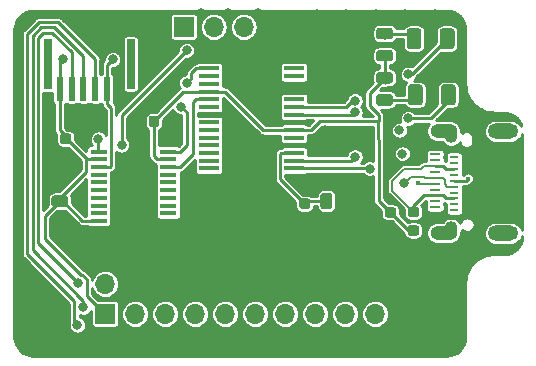
<source format=gtl>
G04 #@! TF.GenerationSoftware,KiCad,Pcbnew,(5.1.0)-1*
G04 #@! TF.CreationDate,2019-05-30T16:28:13+02:00*
G04 #@! TF.ProjectId,converterboard,636f6e76-6572-4746-9572-626f6172642e,rev?*
G04 #@! TF.SameCoordinates,Original*
G04 #@! TF.FileFunction,Copper,L1,Top*
G04 #@! TF.FilePolarity,Positive*
%FSLAX46Y46*%
G04 Gerber Fmt 4.6, Leading zero omitted, Abs format (unit mm)*
G04 Created by KiCad (PCBNEW (5.1.0)-1) date 2019-05-30 16:28:13*
%MOMM*%
%LPD*%
G04 APERTURE LIST*
%ADD10C,0.100000*%
%ADD11C,0.975000*%
%ADD12O,2.300000X1.200000*%
%ADD13O,1.100000X1.350000*%
%ADD14R,0.800000X0.270000*%
%ADD15R,0.900000X0.270000*%
%ADD16O,2.600000X1.300000*%
%ADD17C,0.875000*%
%ADD18R,1.700000X1.700000*%
%ADD19O,1.700000X1.700000*%
%ADD20R,1.450000X0.450000*%
%ADD21C,1.250000*%
%ADD22R,0.700000X4.200000*%
%ADD23R,0.600000X2.000000*%
%ADD24R,1.750000X0.450000*%
%ADD25C,0.800000*%
%ADD26C,0.400000*%
%ADD27C,0.250000*%
%ADD28C,0.200000*%
%ADD29C,0.254000*%
G04 APERTURE END LIST*
D10*
G36*
X182955142Y-114801174D02*
G01*
X182978803Y-114804684D01*
X183002007Y-114810496D01*
X183024529Y-114818554D01*
X183046153Y-114828782D01*
X183066670Y-114841079D01*
X183085883Y-114855329D01*
X183103607Y-114871393D01*
X183119671Y-114889117D01*
X183133921Y-114908330D01*
X183146218Y-114928847D01*
X183156446Y-114950471D01*
X183164504Y-114972993D01*
X183170316Y-114996197D01*
X183173826Y-115019858D01*
X183175000Y-115043750D01*
X183175000Y-115956250D01*
X183173826Y-115980142D01*
X183170316Y-116003803D01*
X183164504Y-116027007D01*
X183156446Y-116049529D01*
X183146218Y-116071153D01*
X183133921Y-116091670D01*
X183119671Y-116110883D01*
X183103607Y-116128607D01*
X183085883Y-116144671D01*
X183066670Y-116158921D01*
X183046153Y-116171218D01*
X183024529Y-116181446D01*
X183002007Y-116189504D01*
X182978803Y-116195316D01*
X182955142Y-116198826D01*
X182931250Y-116200000D01*
X182443750Y-116200000D01*
X182419858Y-116198826D01*
X182396197Y-116195316D01*
X182372993Y-116189504D01*
X182350471Y-116181446D01*
X182328847Y-116171218D01*
X182308330Y-116158921D01*
X182289117Y-116144671D01*
X182271393Y-116128607D01*
X182255329Y-116110883D01*
X182241079Y-116091670D01*
X182228782Y-116071153D01*
X182218554Y-116049529D01*
X182210496Y-116027007D01*
X182204684Y-116003803D01*
X182201174Y-115980142D01*
X182200000Y-115956250D01*
X182200000Y-115043750D01*
X182201174Y-115019858D01*
X182204684Y-114996197D01*
X182210496Y-114972993D01*
X182218554Y-114950471D01*
X182228782Y-114928847D01*
X182241079Y-114908330D01*
X182255329Y-114889117D01*
X182271393Y-114871393D01*
X182289117Y-114855329D01*
X182308330Y-114841079D01*
X182328847Y-114828782D01*
X182350471Y-114818554D01*
X182372993Y-114810496D01*
X182396197Y-114804684D01*
X182419858Y-114801174D01*
X182443750Y-114800000D01*
X182931250Y-114800000D01*
X182955142Y-114801174D01*
X182955142Y-114801174D01*
G37*
D11*
X182687500Y-115500000D03*
D10*
G36*
X181080142Y-114801174D02*
G01*
X181103803Y-114804684D01*
X181127007Y-114810496D01*
X181149529Y-114818554D01*
X181171153Y-114828782D01*
X181191670Y-114841079D01*
X181210883Y-114855329D01*
X181228607Y-114871393D01*
X181244671Y-114889117D01*
X181258921Y-114908330D01*
X181271218Y-114928847D01*
X181281446Y-114950471D01*
X181289504Y-114972993D01*
X181295316Y-114996197D01*
X181298826Y-115019858D01*
X181300000Y-115043750D01*
X181300000Y-115956250D01*
X181298826Y-115980142D01*
X181295316Y-116003803D01*
X181289504Y-116027007D01*
X181281446Y-116049529D01*
X181271218Y-116071153D01*
X181258921Y-116091670D01*
X181244671Y-116110883D01*
X181228607Y-116128607D01*
X181210883Y-116144671D01*
X181191670Y-116158921D01*
X181171153Y-116171218D01*
X181149529Y-116181446D01*
X181127007Y-116189504D01*
X181103803Y-116195316D01*
X181080142Y-116198826D01*
X181056250Y-116200000D01*
X180568750Y-116200000D01*
X180544858Y-116198826D01*
X180521197Y-116195316D01*
X180497993Y-116189504D01*
X180475471Y-116181446D01*
X180453847Y-116171218D01*
X180433330Y-116158921D01*
X180414117Y-116144671D01*
X180396393Y-116128607D01*
X180380329Y-116110883D01*
X180366079Y-116091670D01*
X180353782Y-116071153D01*
X180343554Y-116049529D01*
X180335496Y-116027007D01*
X180329684Y-116003803D01*
X180326174Y-115980142D01*
X180325000Y-115956250D01*
X180325000Y-115043750D01*
X180326174Y-115019858D01*
X180329684Y-114996197D01*
X180335496Y-114972993D01*
X180343554Y-114950471D01*
X180353782Y-114928847D01*
X180366079Y-114908330D01*
X180380329Y-114889117D01*
X180396393Y-114871393D01*
X180414117Y-114855329D01*
X180433330Y-114841079D01*
X180453847Y-114828782D01*
X180475471Y-114818554D01*
X180497993Y-114810496D01*
X180521197Y-114804684D01*
X180544858Y-114801174D01*
X180568750Y-114800000D01*
X181056250Y-114800000D01*
X181080142Y-114801174D01*
X181080142Y-114801174D01*
G37*
D11*
X180812500Y-115500000D03*
D12*
X190750000Y-109580000D03*
D13*
X191400000Y-109900000D03*
D14*
X191650000Y-111765000D03*
X191650000Y-112765000D03*
X191650000Y-112265000D03*
X191650000Y-111265000D03*
X191650000Y-113765000D03*
X191650000Y-114775000D03*
X191650000Y-114275000D03*
X191650000Y-113265000D03*
X191650000Y-115775000D03*
X191650000Y-115275000D03*
X191650000Y-116275000D03*
X191650000Y-116775000D03*
D15*
X190050000Y-112025000D03*
X190050000Y-111025000D03*
X190050000Y-112525000D03*
X190050000Y-111525000D03*
X190050000Y-113525000D03*
X190050000Y-113025000D03*
X190050000Y-114025000D03*
X190050000Y-115025000D03*
X190050000Y-114525000D03*
X190050000Y-115525000D03*
X190050000Y-116025000D03*
X190050000Y-116525000D03*
D13*
X191400000Y-117900000D03*
D12*
X190750000Y-118220000D03*
D16*
X195800000Y-118220000D03*
X195800000Y-109580000D03*
D10*
G36*
X188477691Y-115976053D02*
G01*
X188498926Y-115979203D01*
X188519750Y-115984419D01*
X188539962Y-115991651D01*
X188559368Y-116000830D01*
X188577781Y-116011866D01*
X188595024Y-116024654D01*
X188610930Y-116039070D01*
X188625346Y-116054976D01*
X188638134Y-116072219D01*
X188649170Y-116090632D01*
X188658349Y-116110038D01*
X188665581Y-116130250D01*
X188670797Y-116151074D01*
X188673947Y-116172309D01*
X188675000Y-116193750D01*
X188675000Y-116631250D01*
X188673947Y-116652691D01*
X188670797Y-116673926D01*
X188665581Y-116694750D01*
X188658349Y-116714962D01*
X188649170Y-116734368D01*
X188638134Y-116752781D01*
X188625346Y-116770024D01*
X188610930Y-116785930D01*
X188595024Y-116800346D01*
X188577781Y-116813134D01*
X188559368Y-116824170D01*
X188539962Y-116833349D01*
X188519750Y-116840581D01*
X188498926Y-116845797D01*
X188477691Y-116848947D01*
X188456250Y-116850000D01*
X187943750Y-116850000D01*
X187922309Y-116848947D01*
X187901074Y-116845797D01*
X187880250Y-116840581D01*
X187860038Y-116833349D01*
X187840632Y-116824170D01*
X187822219Y-116813134D01*
X187804976Y-116800346D01*
X187789070Y-116785930D01*
X187774654Y-116770024D01*
X187761866Y-116752781D01*
X187750830Y-116734368D01*
X187741651Y-116714962D01*
X187734419Y-116694750D01*
X187729203Y-116673926D01*
X187726053Y-116652691D01*
X187725000Y-116631250D01*
X187725000Y-116193750D01*
X187726053Y-116172309D01*
X187729203Y-116151074D01*
X187734419Y-116130250D01*
X187741651Y-116110038D01*
X187750830Y-116090632D01*
X187761866Y-116072219D01*
X187774654Y-116054976D01*
X187789070Y-116039070D01*
X187804976Y-116024654D01*
X187822219Y-116011866D01*
X187840632Y-116000830D01*
X187860038Y-115991651D01*
X187880250Y-115984419D01*
X187901074Y-115979203D01*
X187922309Y-115976053D01*
X187943750Y-115975000D01*
X188456250Y-115975000D01*
X188477691Y-115976053D01*
X188477691Y-115976053D01*
G37*
D17*
X188200000Y-116412500D03*
D10*
G36*
X188477691Y-117551053D02*
G01*
X188498926Y-117554203D01*
X188519750Y-117559419D01*
X188539962Y-117566651D01*
X188559368Y-117575830D01*
X188577781Y-117586866D01*
X188595024Y-117599654D01*
X188610930Y-117614070D01*
X188625346Y-117629976D01*
X188638134Y-117647219D01*
X188649170Y-117665632D01*
X188658349Y-117685038D01*
X188665581Y-117705250D01*
X188670797Y-117726074D01*
X188673947Y-117747309D01*
X188675000Y-117768750D01*
X188675000Y-118206250D01*
X188673947Y-118227691D01*
X188670797Y-118248926D01*
X188665581Y-118269750D01*
X188658349Y-118289962D01*
X188649170Y-118309368D01*
X188638134Y-118327781D01*
X188625346Y-118345024D01*
X188610930Y-118360930D01*
X188595024Y-118375346D01*
X188577781Y-118388134D01*
X188559368Y-118399170D01*
X188539962Y-118408349D01*
X188519750Y-118415581D01*
X188498926Y-118420797D01*
X188477691Y-118423947D01*
X188456250Y-118425000D01*
X187943750Y-118425000D01*
X187922309Y-118423947D01*
X187901074Y-118420797D01*
X187880250Y-118415581D01*
X187860038Y-118408349D01*
X187840632Y-118399170D01*
X187822219Y-118388134D01*
X187804976Y-118375346D01*
X187789070Y-118360930D01*
X187774654Y-118345024D01*
X187761866Y-118327781D01*
X187750830Y-118309368D01*
X187741651Y-118289962D01*
X187734419Y-118269750D01*
X187729203Y-118248926D01*
X187726053Y-118227691D01*
X187725000Y-118206250D01*
X187725000Y-117768750D01*
X187726053Y-117747309D01*
X187729203Y-117726074D01*
X187734419Y-117705250D01*
X187741651Y-117685038D01*
X187750830Y-117665632D01*
X187761866Y-117647219D01*
X187774654Y-117629976D01*
X187789070Y-117614070D01*
X187804976Y-117599654D01*
X187822219Y-117586866D01*
X187840632Y-117575830D01*
X187860038Y-117566651D01*
X187880250Y-117559419D01*
X187901074Y-117554203D01*
X187922309Y-117551053D01*
X187943750Y-117550000D01*
X188456250Y-117550000D01*
X188477691Y-117551053D01*
X188477691Y-117551053D01*
G37*
D17*
X188200000Y-117987500D03*
D18*
X168750000Y-100750000D03*
D19*
X171290000Y-100750000D03*
X173830000Y-100750000D03*
X176370000Y-100750000D03*
D20*
X161550000Y-111325000D03*
X161550000Y-111975000D03*
X161550000Y-112625000D03*
X161550000Y-113275000D03*
X161550000Y-113925000D03*
X161550000Y-114575000D03*
X161550000Y-115225000D03*
X161550000Y-115875000D03*
X161550000Y-116525000D03*
X161550000Y-117175000D03*
X167450000Y-117175000D03*
X167450000Y-116525000D03*
X167450000Y-115875000D03*
X167450000Y-115225000D03*
X167450000Y-114575000D03*
X167450000Y-113925000D03*
X167450000Y-113275000D03*
X167450000Y-112625000D03*
X167450000Y-111975000D03*
X167450000Y-111325000D03*
D19*
X184960000Y-122510000D03*
X184960000Y-125050000D03*
X182420000Y-122510000D03*
X182420000Y-125050000D03*
X179880000Y-122510000D03*
X179880000Y-125050000D03*
X177340000Y-122510000D03*
X177340000Y-125050000D03*
X174800000Y-122510000D03*
X174800000Y-125050000D03*
X172260000Y-122510000D03*
X172260000Y-125050000D03*
X169720000Y-122510000D03*
X169720000Y-125050000D03*
X167180000Y-122510000D03*
X167180000Y-125050000D03*
X164640000Y-122510000D03*
X164640000Y-125050000D03*
X162100000Y-122510000D03*
D18*
X162100000Y-125050000D03*
D10*
G36*
X168027691Y-108276053D02*
G01*
X168048926Y-108279203D01*
X168069750Y-108284419D01*
X168089962Y-108291651D01*
X168109368Y-108300830D01*
X168127781Y-108311866D01*
X168145024Y-108324654D01*
X168160930Y-108339070D01*
X168175346Y-108354976D01*
X168188134Y-108372219D01*
X168199170Y-108390632D01*
X168208349Y-108410038D01*
X168215581Y-108430250D01*
X168220797Y-108451074D01*
X168223947Y-108472309D01*
X168225000Y-108493750D01*
X168225000Y-109006250D01*
X168223947Y-109027691D01*
X168220797Y-109048926D01*
X168215581Y-109069750D01*
X168208349Y-109089962D01*
X168199170Y-109109368D01*
X168188134Y-109127781D01*
X168175346Y-109145024D01*
X168160930Y-109160930D01*
X168145024Y-109175346D01*
X168127781Y-109188134D01*
X168109368Y-109199170D01*
X168089962Y-109208349D01*
X168069750Y-109215581D01*
X168048926Y-109220797D01*
X168027691Y-109223947D01*
X168006250Y-109225000D01*
X167568750Y-109225000D01*
X167547309Y-109223947D01*
X167526074Y-109220797D01*
X167505250Y-109215581D01*
X167485038Y-109208349D01*
X167465632Y-109199170D01*
X167447219Y-109188134D01*
X167429976Y-109175346D01*
X167414070Y-109160930D01*
X167399654Y-109145024D01*
X167386866Y-109127781D01*
X167375830Y-109109368D01*
X167366651Y-109089962D01*
X167359419Y-109069750D01*
X167354203Y-109048926D01*
X167351053Y-109027691D01*
X167350000Y-109006250D01*
X167350000Y-108493750D01*
X167351053Y-108472309D01*
X167354203Y-108451074D01*
X167359419Y-108430250D01*
X167366651Y-108410038D01*
X167375830Y-108390632D01*
X167386866Y-108372219D01*
X167399654Y-108354976D01*
X167414070Y-108339070D01*
X167429976Y-108324654D01*
X167447219Y-108311866D01*
X167465632Y-108300830D01*
X167485038Y-108291651D01*
X167505250Y-108284419D01*
X167526074Y-108279203D01*
X167547309Y-108276053D01*
X167568750Y-108275000D01*
X168006250Y-108275000D01*
X168027691Y-108276053D01*
X168027691Y-108276053D01*
G37*
D17*
X167787500Y-108750000D03*
D10*
G36*
X166452691Y-108276053D02*
G01*
X166473926Y-108279203D01*
X166494750Y-108284419D01*
X166514962Y-108291651D01*
X166534368Y-108300830D01*
X166552781Y-108311866D01*
X166570024Y-108324654D01*
X166585930Y-108339070D01*
X166600346Y-108354976D01*
X166613134Y-108372219D01*
X166624170Y-108390632D01*
X166633349Y-108410038D01*
X166640581Y-108430250D01*
X166645797Y-108451074D01*
X166648947Y-108472309D01*
X166650000Y-108493750D01*
X166650000Y-109006250D01*
X166648947Y-109027691D01*
X166645797Y-109048926D01*
X166640581Y-109069750D01*
X166633349Y-109089962D01*
X166624170Y-109109368D01*
X166613134Y-109127781D01*
X166600346Y-109145024D01*
X166585930Y-109160930D01*
X166570024Y-109175346D01*
X166552781Y-109188134D01*
X166534368Y-109199170D01*
X166514962Y-109208349D01*
X166494750Y-109215581D01*
X166473926Y-109220797D01*
X166452691Y-109223947D01*
X166431250Y-109225000D01*
X165993750Y-109225000D01*
X165972309Y-109223947D01*
X165951074Y-109220797D01*
X165930250Y-109215581D01*
X165910038Y-109208349D01*
X165890632Y-109199170D01*
X165872219Y-109188134D01*
X165854976Y-109175346D01*
X165839070Y-109160930D01*
X165824654Y-109145024D01*
X165811866Y-109127781D01*
X165800830Y-109109368D01*
X165791651Y-109089962D01*
X165784419Y-109069750D01*
X165779203Y-109048926D01*
X165776053Y-109027691D01*
X165775000Y-109006250D01*
X165775000Y-108493750D01*
X165776053Y-108472309D01*
X165779203Y-108451074D01*
X165784419Y-108430250D01*
X165791651Y-108410038D01*
X165800830Y-108390632D01*
X165811866Y-108372219D01*
X165824654Y-108354976D01*
X165839070Y-108339070D01*
X165854976Y-108324654D01*
X165872219Y-108311866D01*
X165890632Y-108300830D01*
X165910038Y-108291651D01*
X165930250Y-108284419D01*
X165951074Y-108279203D01*
X165972309Y-108276053D01*
X165993750Y-108275000D01*
X166431250Y-108275000D01*
X166452691Y-108276053D01*
X166452691Y-108276053D01*
G37*
D17*
X166212500Y-108750000D03*
D10*
G36*
X159027691Y-109776053D02*
G01*
X159048926Y-109779203D01*
X159069750Y-109784419D01*
X159089962Y-109791651D01*
X159109368Y-109800830D01*
X159127781Y-109811866D01*
X159145024Y-109824654D01*
X159160930Y-109839070D01*
X159175346Y-109854976D01*
X159188134Y-109872219D01*
X159199170Y-109890632D01*
X159208349Y-109910038D01*
X159215581Y-109930250D01*
X159220797Y-109951074D01*
X159223947Y-109972309D01*
X159225000Y-109993750D01*
X159225000Y-110431250D01*
X159223947Y-110452691D01*
X159220797Y-110473926D01*
X159215581Y-110494750D01*
X159208349Y-110514962D01*
X159199170Y-110534368D01*
X159188134Y-110552781D01*
X159175346Y-110570024D01*
X159160930Y-110585930D01*
X159145024Y-110600346D01*
X159127781Y-110613134D01*
X159109368Y-110624170D01*
X159089962Y-110633349D01*
X159069750Y-110640581D01*
X159048926Y-110645797D01*
X159027691Y-110648947D01*
X159006250Y-110650000D01*
X158493750Y-110650000D01*
X158472309Y-110648947D01*
X158451074Y-110645797D01*
X158430250Y-110640581D01*
X158410038Y-110633349D01*
X158390632Y-110624170D01*
X158372219Y-110613134D01*
X158354976Y-110600346D01*
X158339070Y-110585930D01*
X158324654Y-110570024D01*
X158311866Y-110552781D01*
X158300830Y-110534368D01*
X158291651Y-110514962D01*
X158284419Y-110494750D01*
X158279203Y-110473926D01*
X158276053Y-110452691D01*
X158275000Y-110431250D01*
X158275000Y-109993750D01*
X158276053Y-109972309D01*
X158279203Y-109951074D01*
X158284419Y-109930250D01*
X158291651Y-109910038D01*
X158300830Y-109890632D01*
X158311866Y-109872219D01*
X158324654Y-109854976D01*
X158339070Y-109839070D01*
X158354976Y-109824654D01*
X158372219Y-109811866D01*
X158390632Y-109800830D01*
X158410038Y-109791651D01*
X158430250Y-109784419D01*
X158451074Y-109779203D01*
X158472309Y-109776053D01*
X158493750Y-109775000D01*
X159006250Y-109775000D01*
X159027691Y-109776053D01*
X159027691Y-109776053D01*
G37*
D17*
X158750000Y-110212500D03*
D10*
G36*
X159027691Y-111351053D02*
G01*
X159048926Y-111354203D01*
X159069750Y-111359419D01*
X159089962Y-111366651D01*
X159109368Y-111375830D01*
X159127781Y-111386866D01*
X159145024Y-111399654D01*
X159160930Y-111414070D01*
X159175346Y-111429976D01*
X159188134Y-111447219D01*
X159199170Y-111465632D01*
X159208349Y-111485038D01*
X159215581Y-111505250D01*
X159220797Y-111526074D01*
X159223947Y-111547309D01*
X159225000Y-111568750D01*
X159225000Y-112006250D01*
X159223947Y-112027691D01*
X159220797Y-112048926D01*
X159215581Y-112069750D01*
X159208349Y-112089962D01*
X159199170Y-112109368D01*
X159188134Y-112127781D01*
X159175346Y-112145024D01*
X159160930Y-112160930D01*
X159145024Y-112175346D01*
X159127781Y-112188134D01*
X159109368Y-112199170D01*
X159089962Y-112208349D01*
X159069750Y-112215581D01*
X159048926Y-112220797D01*
X159027691Y-112223947D01*
X159006250Y-112225000D01*
X158493750Y-112225000D01*
X158472309Y-112223947D01*
X158451074Y-112220797D01*
X158430250Y-112215581D01*
X158410038Y-112208349D01*
X158390632Y-112199170D01*
X158372219Y-112188134D01*
X158354976Y-112175346D01*
X158339070Y-112160930D01*
X158324654Y-112145024D01*
X158311866Y-112127781D01*
X158300830Y-112109368D01*
X158291651Y-112089962D01*
X158284419Y-112069750D01*
X158279203Y-112048926D01*
X158276053Y-112027691D01*
X158275000Y-112006250D01*
X158275000Y-111568750D01*
X158276053Y-111547309D01*
X158279203Y-111526074D01*
X158284419Y-111505250D01*
X158291651Y-111485038D01*
X158300830Y-111465632D01*
X158311866Y-111447219D01*
X158324654Y-111429976D01*
X158339070Y-111414070D01*
X158354976Y-111399654D01*
X158372219Y-111386866D01*
X158390632Y-111375830D01*
X158410038Y-111366651D01*
X158430250Y-111359419D01*
X158451074Y-111354203D01*
X158472309Y-111351053D01*
X158493750Y-111350000D01*
X159006250Y-111350000D01*
X159027691Y-111351053D01*
X159027691Y-111351053D01*
G37*
D17*
X158750000Y-111787500D03*
D10*
G36*
X179277691Y-116851053D02*
G01*
X179298926Y-116854203D01*
X179319750Y-116859419D01*
X179339962Y-116866651D01*
X179359368Y-116875830D01*
X179377781Y-116886866D01*
X179395024Y-116899654D01*
X179410930Y-116914070D01*
X179425346Y-116929976D01*
X179438134Y-116947219D01*
X179449170Y-116965632D01*
X179458349Y-116985038D01*
X179465581Y-117005250D01*
X179470797Y-117026074D01*
X179473947Y-117047309D01*
X179475000Y-117068750D01*
X179475000Y-117506250D01*
X179473947Y-117527691D01*
X179470797Y-117548926D01*
X179465581Y-117569750D01*
X179458349Y-117589962D01*
X179449170Y-117609368D01*
X179438134Y-117627781D01*
X179425346Y-117645024D01*
X179410930Y-117660930D01*
X179395024Y-117675346D01*
X179377781Y-117688134D01*
X179359368Y-117699170D01*
X179339962Y-117708349D01*
X179319750Y-117715581D01*
X179298926Y-117720797D01*
X179277691Y-117723947D01*
X179256250Y-117725000D01*
X178743750Y-117725000D01*
X178722309Y-117723947D01*
X178701074Y-117720797D01*
X178680250Y-117715581D01*
X178660038Y-117708349D01*
X178640632Y-117699170D01*
X178622219Y-117688134D01*
X178604976Y-117675346D01*
X178589070Y-117660930D01*
X178574654Y-117645024D01*
X178561866Y-117627781D01*
X178550830Y-117609368D01*
X178541651Y-117589962D01*
X178534419Y-117569750D01*
X178529203Y-117548926D01*
X178526053Y-117527691D01*
X178525000Y-117506250D01*
X178525000Y-117068750D01*
X178526053Y-117047309D01*
X178529203Y-117026074D01*
X178534419Y-117005250D01*
X178541651Y-116985038D01*
X178550830Y-116965632D01*
X178561866Y-116947219D01*
X178574654Y-116929976D01*
X178589070Y-116914070D01*
X178604976Y-116899654D01*
X178622219Y-116886866D01*
X178640632Y-116875830D01*
X178660038Y-116866651D01*
X178680250Y-116859419D01*
X178701074Y-116854203D01*
X178722309Y-116851053D01*
X178743750Y-116850000D01*
X179256250Y-116850000D01*
X179277691Y-116851053D01*
X179277691Y-116851053D01*
G37*
D17*
X179000000Y-117287500D03*
D10*
G36*
X179277691Y-115276053D02*
G01*
X179298926Y-115279203D01*
X179319750Y-115284419D01*
X179339962Y-115291651D01*
X179359368Y-115300830D01*
X179377781Y-115311866D01*
X179395024Y-115324654D01*
X179410930Y-115339070D01*
X179425346Y-115354976D01*
X179438134Y-115372219D01*
X179449170Y-115390632D01*
X179458349Y-115410038D01*
X179465581Y-115430250D01*
X179470797Y-115451074D01*
X179473947Y-115472309D01*
X179475000Y-115493750D01*
X179475000Y-115931250D01*
X179473947Y-115952691D01*
X179470797Y-115973926D01*
X179465581Y-115994750D01*
X179458349Y-116014962D01*
X179449170Y-116034368D01*
X179438134Y-116052781D01*
X179425346Y-116070024D01*
X179410930Y-116085930D01*
X179395024Y-116100346D01*
X179377781Y-116113134D01*
X179359368Y-116124170D01*
X179339962Y-116133349D01*
X179319750Y-116140581D01*
X179298926Y-116145797D01*
X179277691Y-116148947D01*
X179256250Y-116150000D01*
X178743750Y-116150000D01*
X178722309Y-116148947D01*
X178701074Y-116145797D01*
X178680250Y-116140581D01*
X178660038Y-116133349D01*
X178640632Y-116124170D01*
X178622219Y-116113134D01*
X178604976Y-116100346D01*
X178589070Y-116085930D01*
X178574654Y-116070024D01*
X178561866Y-116052781D01*
X178550830Y-116034368D01*
X178541651Y-116014962D01*
X178534419Y-115994750D01*
X178529203Y-115973926D01*
X178526053Y-115952691D01*
X178525000Y-115931250D01*
X178525000Y-115493750D01*
X178526053Y-115472309D01*
X178529203Y-115451074D01*
X178534419Y-115430250D01*
X178541651Y-115410038D01*
X178550830Y-115390632D01*
X178561866Y-115372219D01*
X178574654Y-115354976D01*
X178589070Y-115339070D01*
X178604976Y-115324654D01*
X178622219Y-115311866D01*
X178640632Y-115300830D01*
X178660038Y-115291651D01*
X178680250Y-115284419D01*
X178701074Y-115279203D01*
X178722309Y-115276053D01*
X178743750Y-115275000D01*
X179256250Y-115275000D01*
X179277691Y-115276053D01*
X179277691Y-115276053D01*
G37*
D17*
X179000000Y-115712500D03*
D10*
G36*
X186527691Y-116026053D02*
G01*
X186548926Y-116029203D01*
X186569750Y-116034419D01*
X186589962Y-116041651D01*
X186609368Y-116050830D01*
X186627781Y-116061866D01*
X186645024Y-116074654D01*
X186660930Y-116089070D01*
X186675346Y-116104976D01*
X186688134Y-116122219D01*
X186699170Y-116140632D01*
X186708349Y-116160038D01*
X186715581Y-116180250D01*
X186720797Y-116201074D01*
X186723947Y-116222309D01*
X186725000Y-116243750D01*
X186725000Y-116681250D01*
X186723947Y-116702691D01*
X186720797Y-116723926D01*
X186715581Y-116744750D01*
X186708349Y-116764962D01*
X186699170Y-116784368D01*
X186688134Y-116802781D01*
X186675346Y-116820024D01*
X186660930Y-116835930D01*
X186645024Y-116850346D01*
X186627781Y-116863134D01*
X186609368Y-116874170D01*
X186589962Y-116883349D01*
X186569750Y-116890581D01*
X186548926Y-116895797D01*
X186527691Y-116898947D01*
X186506250Y-116900000D01*
X185993750Y-116900000D01*
X185972309Y-116898947D01*
X185951074Y-116895797D01*
X185930250Y-116890581D01*
X185910038Y-116883349D01*
X185890632Y-116874170D01*
X185872219Y-116863134D01*
X185854976Y-116850346D01*
X185839070Y-116835930D01*
X185824654Y-116820024D01*
X185811866Y-116802781D01*
X185800830Y-116784368D01*
X185791651Y-116764962D01*
X185784419Y-116744750D01*
X185779203Y-116723926D01*
X185776053Y-116702691D01*
X185775000Y-116681250D01*
X185775000Y-116243750D01*
X185776053Y-116222309D01*
X185779203Y-116201074D01*
X185784419Y-116180250D01*
X185791651Y-116160038D01*
X185800830Y-116140632D01*
X185811866Y-116122219D01*
X185824654Y-116104976D01*
X185839070Y-116089070D01*
X185854976Y-116074654D01*
X185872219Y-116061866D01*
X185890632Y-116050830D01*
X185910038Y-116041651D01*
X185930250Y-116034419D01*
X185951074Y-116029203D01*
X185972309Y-116026053D01*
X185993750Y-116025000D01*
X186506250Y-116025000D01*
X186527691Y-116026053D01*
X186527691Y-116026053D01*
G37*
D17*
X186250000Y-116462500D03*
D10*
G36*
X186527691Y-117601053D02*
G01*
X186548926Y-117604203D01*
X186569750Y-117609419D01*
X186589962Y-117616651D01*
X186609368Y-117625830D01*
X186627781Y-117636866D01*
X186645024Y-117649654D01*
X186660930Y-117664070D01*
X186675346Y-117679976D01*
X186688134Y-117697219D01*
X186699170Y-117715632D01*
X186708349Y-117735038D01*
X186715581Y-117755250D01*
X186720797Y-117776074D01*
X186723947Y-117797309D01*
X186725000Y-117818750D01*
X186725000Y-118256250D01*
X186723947Y-118277691D01*
X186720797Y-118298926D01*
X186715581Y-118319750D01*
X186708349Y-118339962D01*
X186699170Y-118359368D01*
X186688134Y-118377781D01*
X186675346Y-118395024D01*
X186660930Y-118410930D01*
X186645024Y-118425346D01*
X186627781Y-118438134D01*
X186609368Y-118449170D01*
X186589962Y-118458349D01*
X186569750Y-118465581D01*
X186548926Y-118470797D01*
X186527691Y-118473947D01*
X186506250Y-118475000D01*
X185993750Y-118475000D01*
X185972309Y-118473947D01*
X185951074Y-118470797D01*
X185930250Y-118465581D01*
X185910038Y-118458349D01*
X185890632Y-118449170D01*
X185872219Y-118438134D01*
X185854976Y-118425346D01*
X185839070Y-118410930D01*
X185824654Y-118395024D01*
X185811866Y-118377781D01*
X185800830Y-118359368D01*
X185791651Y-118339962D01*
X185784419Y-118319750D01*
X185779203Y-118298926D01*
X185776053Y-118277691D01*
X185775000Y-118256250D01*
X185775000Y-117818750D01*
X185776053Y-117797309D01*
X185779203Y-117776074D01*
X185784419Y-117755250D01*
X185791651Y-117735038D01*
X185800830Y-117715632D01*
X185811866Y-117697219D01*
X185824654Y-117679976D01*
X185839070Y-117664070D01*
X185854976Y-117649654D01*
X185872219Y-117636866D01*
X185890632Y-117625830D01*
X185910038Y-117616651D01*
X185930250Y-117609419D01*
X185951074Y-117604203D01*
X185972309Y-117601053D01*
X185993750Y-117600000D01*
X186506250Y-117600000D01*
X186527691Y-117601053D01*
X186527691Y-117601053D01*
G37*
D17*
X186250000Y-118037500D03*
D10*
G36*
X188749504Y-105626204D02*
G01*
X188773773Y-105629804D01*
X188797571Y-105635765D01*
X188820671Y-105644030D01*
X188842849Y-105654520D01*
X188863893Y-105667133D01*
X188883598Y-105681747D01*
X188901777Y-105698223D01*
X188918253Y-105716402D01*
X188932867Y-105736107D01*
X188945480Y-105757151D01*
X188955970Y-105779329D01*
X188964235Y-105802429D01*
X188970196Y-105826227D01*
X188973796Y-105850496D01*
X188975000Y-105875000D01*
X188975000Y-107125000D01*
X188973796Y-107149504D01*
X188970196Y-107173773D01*
X188964235Y-107197571D01*
X188955970Y-107220671D01*
X188945480Y-107242849D01*
X188932867Y-107263893D01*
X188918253Y-107283598D01*
X188901777Y-107301777D01*
X188883598Y-107318253D01*
X188863893Y-107332867D01*
X188842849Y-107345480D01*
X188820671Y-107355970D01*
X188797571Y-107364235D01*
X188773773Y-107370196D01*
X188749504Y-107373796D01*
X188725000Y-107375000D01*
X187975000Y-107375000D01*
X187950496Y-107373796D01*
X187926227Y-107370196D01*
X187902429Y-107364235D01*
X187879329Y-107355970D01*
X187857151Y-107345480D01*
X187836107Y-107332867D01*
X187816402Y-107318253D01*
X187798223Y-107301777D01*
X187781747Y-107283598D01*
X187767133Y-107263893D01*
X187754520Y-107242849D01*
X187744030Y-107220671D01*
X187735765Y-107197571D01*
X187729804Y-107173773D01*
X187726204Y-107149504D01*
X187725000Y-107125000D01*
X187725000Y-105875000D01*
X187726204Y-105850496D01*
X187729804Y-105826227D01*
X187735765Y-105802429D01*
X187744030Y-105779329D01*
X187754520Y-105757151D01*
X187767133Y-105736107D01*
X187781747Y-105716402D01*
X187798223Y-105698223D01*
X187816402Y-105681747D01*
X187836107Y-105667133D01*
X187857151Y-105654520D01*
X187879329Y-105644030D01*
X187902429Y-105635765D01*
X187926227Y-105629804D01*
X187950496Y-105626204D01*
X187975000Y-105625000D01*
X188725000Y-105625000D01*
X188749504Y-105626204D01*
X188749504Y-105626204D01*
G37*
D21*
X188350000Y-106500000D03*
D10*
G36*
X191549504Y-105626204D02*
G01*
X191573773Y-105629804D01*
X191597571Y-105635765D01*
X191620671Y-105644030D01*
X191642849Y-105654520D01*
X191663893Y-105667133D01*
X191683598Y-105681747D01*
X191701777Y-105698223D01*
X191718253Y-105716402D01*
X191732867Y-105736107D01*
X191745480Y-105757151D01*
X191755970Y-105779329D01*
X191764235Y-105802429D01*
X191770196Y-105826227D01*
X191773796Y-105850496D01*
X191775000Y-105875000D01*
X191775000Y-107125000D01*
X191773796Y-107149504D01*
X191770196Y-107173773D01*
X191764235Y-107197571D01*
X191755970Y-107220671D01*
X191745480Y-107242849D01*
X191732867Y-107263893D01*
X191718253Y-107283598D01*
X191701777Y-107301777D01*
X191683598Y-107318253D01*
X191663893Y-107332867D01*
X191642849Y-107345480D01*
X191620671Y-107355970D01*
X191597571Y-107364235D01*
X191573773Y-107370196D01*
X191549504Y-107373796D01*
X191525000Y-107375000D01*
X190775000Y-107375000D01*
X190750496Y-107373796D01*
X190726227Y-107370196D01*
X190702429Y-107364235D01*
X190679329Y-107355970D01*
X190657151Y-107345480D01*
X190636107Y-107332867D01*
X190616402Y-107318253D01*
X190598223Y-107301777D01*
X190581747Y-107283598D01*
X190567133Y-107263893D01*
X190554520Y-107242849D01*
X190544030Y-107220671D01*
X190535765Y-107197571D01*
X190529804Y-107173773D01*
X190526204Y-107149504D01*
X190525000Y-107125000D01*
X190525000Y-105875000D01*
X190526204Y-105850496D01*
X190529804Y-105826227D01*
X190535765Y-105802429D01*
X190544030Y-105779329D01*
X190554520Y-105757151D01*
X190567133Y-105736107D01*
X190581747Y-105716402D01*
X190598223Y-105698223D01*
X190616402Y-105681747D01*
X190636107Y-105667133D01*
X190657151Y-105654520D01*
X190679329Y-105644030D01*
X190702429Y-105635765D01*
X190726227Y-105629804D01*
X190750496Y-105626204D01*
X190775000Y-105625000D01*
X191525000Y-105625000D01*
X191549504Y-105626204D01*
X191549504Y-105626204D01*
G37*
D21*
X191150000Y-106500000D03*
D10*
G36*
X191449504Y-100876204D02*
G01*
X191473773Y-100879804D01*
X191497571Y-100885765D01*
X191520671Y-100894030D01*
X191542849Y-100904520D01*
X191563893Y-100917133D01*
X191583598Y-100931747D01*
X191601777Y-100948223D01*
X191618253Y-100966402D01*
X191632867Y-100986107D01*
X191645480Y-101007151D01*
X191655970Y-101029329D01*
X191664235Y-101052429D01*
X191670196Y-101076227D01*
X191673796Y-101100496D01*
X191675000Y-101125000D01*
X191675000Y-102375000D01*
X191673796Y-102399504D01*
X191670196Y-102423773D01*
X191664235Y-102447571D01*
X191655970Y-102470671D01*
X191645480Y-102492849D01*
X191632867Y-102513893D01*
X191618253Y-102533598D01*
X191601777Y-102551777D01*
X191583598Y-102568253D01*
X191563893Y-102582867D01*
X191542849Y-102595480D01*
X191520671Y-102605970D01*
X191497571Y-102614235D01*
X191473773Y-102620196D01*
X191449504Y-102623796D01*
X191425000Y-102625000D01*
X190675000Y-102625000D01*
X190650496Y-102623796D01*
X190626227Y-102620196D01*
X190602429Y-102614235D01*
X190579329Y-102605970D01*
X190557151Y-102595480D01*
X190536107Y-102582867D01*
X190516402Y-102568253D01*
X190498223Y-102551777D01*
X190481747Y-102533598D01*
X190467133Y-102513893D01*
X190454520Y-102492849D01*
X190444030Y-102470671D01*
X190435765Y-102447571D01*
X190429804Y-102423773D01*
X190426204Y-102399504D01*
X190425000Y-102375000D01*
X190425000Y-101125000D01*
X190426204Y-101100496D01*
X190429804Y-101076227D01*
X190435765Y-101052429D01*
X190444030Y-101029329D01*
X190454520Y-101007151D01*
X190467133Y-100986107D01*
X190481747Y-100966402D01*
X190498223Y-100948223D01*
X190516402Y-100931747D01*
X190536107Y-100917133D01*
X190557151Y-100904520D01*
X190579329Y-100894030D01*
X190602429Y-100885765D01*
X190626227Y-100879804D01*
X190650496Y-100876204D01*
X190675000Y-100875000D01*
X191425000Y-100875000D01*
X191449504Y-100876204D01*
X191449504Y-100876204D01*
G37*
D21*
X191050000Y-101750000D03*
D10*
G36*
X188649504Y-100876204D02*
G01*
X188673773Y-100879804D01*
X188697571Y-100885765D01*
X188720671Y-100894030D01*
X188742849Y-100904520D01*
X188763893Y-100917133D01*
X188783598Y-100931747D01*
X188801777Y-100948223D01*
X188818253Y-100966402D01*
X188832867Y-100986107D01*
X188845480Y-101007151D01*
X188855970Y-101029329D01*
X188864235Y-101052429D01*
X188870196Y-101076227D01*
X188873796Y-101100496D01*
X188875000Y-101125000D01*
X188875000Y-102375000D01*
X188873796Y-102399504D01*
X188870196Y-102423773D01*
X188864235Y-102447571D01*
X188855970Y-102470671D01*
X188845480Y-102492849D01*
X188832867Y-102513893D01*
X188818253Y-102533598D01*
X188801777Y-102551777D01*
X188783598Y-102568253D01*
X188763893Y-102582867D01*
X188742849Y-102595480D01*
X188720671Y-102605970D01*
X188697571Y-102614235D01*
X188673773Y-102620196D01*
X188649504Y-102623796D01*
X188625000Y-102625000D01*
X187875000Y-102625000D01*
X187850496Y-102623796D01*
X187826227Y-102620196D01*
X187802429Y-102614235D01*
X187779329Y-102605970D01*
X187757151Y-102595480D01*
X187736107Y-102582867D01*
X187716402Y-102568253D01*
X187698223Y-102551777D01*
X187681747Y-102533598D01*
X187667133Y-102513893D01*
X187654520Y-102492849D01*
X187644030Y-102470671D01*
X187635765Y-102447571D01*
X187629804Y-102423773D01*
X187626204Y-102399504D01*
X187625000Y-102375000D01*
X187625000Y-101125000D01*
X187626204Y-101100496D01*
X187629804Y-101076227D01*
X187635765Y-101052429D01*
X187644030Y-101029329D01*
X187654520Y-101007151D01*
X187667133Y-100986107D01*
X187681747Y-100966402D01*
X187698223Y-100948223D01*
X187716402Y-100931747D01*
X187736107Y-100917133D01*
X187757151Y-100904520D01*
X187779329Y-100894030D01*
X187802429Y-100885765D01*
X187826227Y-100879804D01*
X187850496Y-100876204D01*
X187875000Y-100875000D01*
X188625000Y-100875000D01*
X188649504Y-100876204D01*
X188649504Y-100876204D01*
G37*
D21*
X188250000Y-101750000D03*
D22*
X157250000Y-103900000D03*
D23*
X158250000Y-106000000D03*
X159250000Y-106000000D03*
X160250000Y-106000000D03*
X161250000Y-106000000D03*
X162250000Y-106000000D03*
X163250000Y-106000000D03*
D22*
X164250000Y-103900000D03*
D24*
X170900000Y-104275000D03*
X170900000Y-104925000D03*
X170900000Y-105575000D03*
X170900000Y-106225000D03*
X170900000Y-106875000D03*
X170900000Y-107525000D03*
X170900000Y-108175000D03*
X170900000Y-108825000D03*
X170900000Y-109475000D03*
X170900000Y-110125000D03*
X170900000Y-110775000D03*
X170900000Y-111425000D03*
X170900000Y-112075000D03*
X170900000Y-112725000D03*
X178100000Y-112725000D03*
X178100000Y-112075000D03*
X178100000Y-111425000D03*
X178100000Y-110775000D03*
X178100000Y-110125000D03*
X178100000Y-109475000D03*
X178100000Y-108825000D03*
X178100000Y-108175000D03*
X178100000Y-107525000D03*
X178100000Y-106875000D03*
X178100000Y-106225000D03*
X178100000Y-105575000D03*
X178100000Y-104925000D03*
X178100000Y-104275000D03*
D10*
G36*
X186230142Y-104576174D02*
G01*
X186253803Y-104579684D01*
X186277007Y-104585496D01*
X186299529Y-104593554D01*
X186321153Y-104603782D01*
X186341670Y-104616079D01*
X186360883Y-104630329D01*
X186378607Y-104646393D01*
X186394671Y-104664117D01*
X186408921Y-104683330D01*
X186421218Y-104703847D01*
X186431446Y-104725471D01*
X186439504Y-104747993D01*
X186445316Y-104771197D01*
X186448826Y-104794858D01*
X186450000Y-104818750D01*
X186450000Y-105306250D01*
X186448826Y-105330142D01*
X186445316Y-105353803D01*
X186439504Y-105377007D01*
X186431446Y-105399529D01*
X186421218Y-105421153D01*
X186408921Y-105441670D01*
X186394671Y-105460883D01*
X186378607Y-105478607D01*
X186360883Y-105494671D01*
X186341670Y-105508921D01*
X186321153Y-105521218D01*
X186299529Y-105531446D01*
X186277007Y-105539504D01*
X186253803Y-105545316D01*
X186230142Y-105548826D01*
X186206250Y-105550000D01*
X185293750Y-105550000D01*
X185269858Y-105548826D01*
X185246197Y-105545316D01*
X185222993Y-105539504D01*
X185200471Y-105531446D01*
X185178847Y-105521218D01*
X185158330Y-105508921D01*
X185139117Y-105494671D01*
X185121393Y-105478607D01*
X185105329Y-105460883D01*
X185091079Y-105441670D01*
X185078782Y-105421153D01*
X185068554Y-105399529D01*
X185060496Y-105377007D01*
X185054684Y-105353803D01*
X185051174Y-105330142D01*
X185050000Y-105306250D01*
X185050000Y-104818750D01*
X185051174Y-104794858D01*
X185054684Y-104771197D01*
X185060496Y-104747993D01*
X185068554Y-104725471D01*
X185078782Y-104703847D01*
X185091079Y-104683330D01*
X185105329Y-104664117D01*
X185121393Y-104646393D01*
X185139117Y-104630329D01*
X185158330Y-104616079D01*
X185178847Y-104603782D01*
X185200471Y-104593554D01*
X185222993Y-104585496D01*
X185246197Y-104579684D01*
X185269858Y-104576174D01*
X185293750Y-104575000D01*
X186206250Y-104575000D01*
X186230142Y-104576174D01*
X186230142Y-104576174D01*
G37*
D11*
X185750000Y-105062500D03*
D10*
G36*
X186230142Y-106451174D02*
G01*
X186253803Y-106454684D01*
X186277007Y-106460496D01*
X186299529Y-106468554D01*
X186321153Y-106478782D01*
X186341670Y-106491079D01*
X186360883Y-106505329D01*
X186378607Y-106521393D01*
X186394671Y-106539117D01*
X186408921Y-106558330D01*
X186421218Y-106578847D01*
X186431446Y-106600471D01*
X186439504Y-106622993D01*
X186445316Y-106646197D01*
X186448826Y-106669858D01*
X186450000Y-106693750D01*
X186450000Y-107181250D01*
X186448826Y-107205142D01*
X186445316Y-107228803D01*
X186439504Y-107252007D01*
X186431446Y-107274529D01*
X186421218Y-107296153D01*
X186408921Y-107316670D01*
X186394671Y-107335883D01*
X186378607Y-107353607D01*
X186360883Y-107369671D01*
X186341670Y-107383921D01*
X186321153Y-107396218D01*
X186299529Y-107406446D01*
X186277007Y-107414504D01*
X186253803Y-107420316D01*
X186230142Y-107423826D01*
X186206250Y-107425000D01*
X185293750Y-107425000D01*
X185269858Y-107423826D01*
X185246197Y-107420316D01*
X185222993Y-107414504D01*
X185200471Y-107406446D01*
X185178847Y-107396218D01*
X185158330Y-107383921D01*
X185139117Y-107369671D01*
X185121393Y-107353607D01*
X185105329Y-107335883D01*
X185091079Y-107316670D01*
X185078782Y-107296153D01*
X185068554Y-107274529D01*
X185060496Y-107252007D01*
X185054684Y-107228803D01*
X185051174Y-107205142D01*
X185050000Y-107181250D01*
X185050000Y-106693750D01*
X185051174Y-106669858D01*
X185054684Y-106646197D01*
X185060496Y-106622993D01*
X185068554Y-106600471D01*
X185078782Y-106578847D01*
X185091079Y-106558330D01*
X185105329Y-106539117D01*
X185121393Y-106521393D01*
X185139117Y-106505329D01*
X185158330Y-106491079D01*
X185178847Y-106478782D01*
X185200471Y-106468554D01*
X185222993Y-106460496D01*
X185246197Y-106454684D01*
X185269858Y-106451174D01*
X185293750Y-106450000D01*
X186206250Y-106450000D01*
X186230142Y-106451174D01*
X186230142Y-106451174D01*
G37*
D11*
X185750000Y-106937500D03*
D10*
G36*
X186230142Y-100826174D02*
G01*
X186253803Y-100829684D01*
X186277007Y-100835496D01*
X186299529Y-100843554D01*
X186321153Y-100853782D01*
X186341670Y-100866079D01*
X186360883Y-100880329D01*
X186378607Y-100896393D01*
X186394671Y-100914117D01*
X186408921Y-100933330D01*
X186421218Y-100953847D01*
X186431446Y-100975471D01*
X186439504Y-100997993D01*
X186445316Y-101021197D01*
X186448826Y-101044858D01*
X186450000Y-101068750D01*
X186450000Y-101556250D01*
X186448826Y-101580142D01*
X186445316Y-101603803D01*
X186439504Y-101627007D01*
X186431446Y-101649529D01*
X186421218Y-101671153D01*
X186408921Y-101691670D01*
X186394671Y-101710883D01*
X186378607Y-101728607D01*
X186360883Y-101744671D01*
X186341670Y-101758921D01*
X186321153Y-101771218D01*
X186299529Y-101781446D01*
X186277007Y-101789504D01*
X186253803Y-101795316D01*
X186230142Y-101798826D01*
X186206250Y-101800000D01*
X185293750Y-101800000D01*
X185269858Y-101798826D01*
X185246197Y-101795316D01*
X185222993Y-101789504D01*
X185200471Y-101781446D01*
X185178847Y-101771218D01*
X185158330Y-101758921D01*
X185139117Y-101744671D01*
X185121393Y-101728607D01*
X185105329Y-101710883D01*
X185091079Y-101691670D01*
X185078782Y-101671153D01*
X185068554Y-101649529D01*
X185060496Y-101627007D01*
X185054684Y-101603803D01*
X185051174Y-101580142D01*
X185050000Y-101556250D01*
X185050000Y-101068750D01*
X185051174Y-101044858D01*
X185054684Y-101021197D01*
X185060496Y-100997993D01*
X185068554Y-100975471D01*
X185078782Y-100953847D01*
X185091079Y-100933330D01*
X185105329Y-100914117D01*
X185121393Y-100896393D01*
X185139117Y-100880329D01*
X185158330Y-100866079D01*
X185178847Y-100853782D01*
X185200471Y-100843554D01*
X185222993Y-100835496D01*
X185246197Y-100829684D01*
X185269858Y-100826174D01*
X185293750Y-100825000D01*
X186206250Y-100825000D01*
X186230142Y-100826174D01*
X186230142Y-100826174D01*
G37*
D11*
X185750000Y-101312500D03*
D10*
G36*
X186230142Y-102701174D02*
G01*
X186253803Y-102704684D01*
X186277007Y-102710496D01*
X186299529Y-102718554D01*
X186321153Y-102728782D01*
X186341670Y-102741079D01*
X186360883Y-102755329D01*
X186378607Y-102771393D01*
X186394671Y-102789117D01*
X186408921Y-102808330D01*
X186421218Y-102828847D01*
X186431446Y-102850471D01*
X186439504Y-102872993D01*
X186445316Y-102896197D01*
X186448826Y-102919858D01*
X186450000Y-102943750D01*
X186450000Y-103431250D01*
X186448826Y-103455142D01*
X186445316Y-103478803D01*
X186439504Y-103502007D01*
X186431446Y-103524529D01*
X186421218Y-103546153D01*
X186408921Y-103566670D01*
X186394671Y-103585883D01*
X186378607Y-103603607D01*
X186360883Y-103619671D01*
X186341670Y-103633921D01*
X186321153Y-103646218D01*
X186299529Y-103656446D01*
X186277007Y-103664504D01*
X186253803Y-103670316D01*
X186230142Y-103673826D01*
X186206250Y-103675000D01*
X185293750Y-103675000D01*
X185269858Y-103673826D01*
X185246197Y-103670316D01*
X185222993Y-103664504D01*
X185200471Y-103656446D01*
X185178847Y-103646218D01*
X185158330Y-103633921D01*
X185139117Y-103619671D01*
X185121393Y-103603607D01*
X185105329Y-103585883D01*
X185091079Y-103566670D01*
X185078782Y-103546153D01*
X185068554Y-103524529D01*
X185060496Y-103502007D01*
X185054684Y-103478803D01*
X185051174Y-103455142D01*
X185050000Y-103431250D01*
X185050000Y-102943750D01*
X185051174Y-102919858D01*
X185054684Y-102896197D01*
X185060496Y-102872993D01*
X185068554Y-102850471D01*
X185078782Y-102828847D01*
X185091079Y-102808330D01*
X185105329Y-102789117D01*
X185121393Y-102771393D01*
X185139117Y-102755329D01*
X185158330Y-102741079D01*
X185178847Y-102728782D01*
X185200471Y-102718554D01*
X185222993Y-102710496D01*
X185246197Y-102704684D01*
X185269858Y-102701174D01*
X185293750Y-102700000D01*
X186206250Y-102700000D01*
X186230142Y-102701174D01*
X186230142Y-102701174D01*
G37*
D11*
X185750000Y-103187500D03*
D10*
G36*
X158730142Y-116888674D02*
G01*
X158753803Y-116892184D01*
X158777007Y-116897996D01*
X158799529Y-116906054D01*
X158821153Y-116916282D01*
X158841670Y-116928579D01*
X158860883Y-116942829D01*
X158878607Y-116958893D01*
X158894671Y-116976617D01*
X158908921Y-116995830D01*
X158921218Y-117016347D01*
X158931446Y-117037971D01*
X158939504Y-117060493D01*
X158945316Y-117083697D01*
X158948826Y-117107358D01*
X158950000Y-117131250D01*
X158950000Y-117618750D01*
X158948826Y-117642642D01*
X158945316Y-117666303D01*
X158939504Y-117689507D01*
X158931446Y-117712029D01*
X158921218Y-117733653D01*
X158908921Y-117754170D01*
X158894671Y-117773383D01*
X158878607Y-117791107D01*
X158860883Y-117807171D01*
X158841670Y-117821421D01*
X158821153Y-117833718D01*
X158799529Y-117843946D01*
X158777007Y-117852004D01*
X158753803Y-117857816D01*
X158730142Y-117861326D01*
X158706250Y-117862500D01*
X157793750Y-117862500D01*
X157769858Y-117861326D01*
X157746197Y-117857816D01*
X157722993Y-117852004D01*
X157700471Y-117843946D01*
X157678847Y-117833718D01*
X157658330Y-117821421D01*
X157639117Y-117807171D01*
X157621393Y-117791107D01*
X157605329Y-117773383D01*
X157591079Y-117754170D01*
X157578782Y-117733653D01*
X157568554Y-117712029D01*
X157560496Y-117689507D01*
X157554684Y-117666303D01*
X157551174Y-117642642D01*
X157550000Y-117618750D01*
X157550000Y-117131250D01*
X157551174Y-117107358D01*
X157554684Y-117083697D01*
X157560496Y-117060493D01*
X157568554Y-117037971D01*
X157578782Y-117016347D01*
X157591079Y-116995830D01*
X157605329Y-116976617D01*
X157621393Y-116958893D01*
X157639117Y-116942829D01*
X157658330Y-116928579D01*
X157678847Y-116916282D01*
X157700471Y-116906054D01*
X157722993Y-116897996D01*
X157746197Y-116892184D01*
X157769858Y-116888674D01*
X157793750Y-116887500D01*
X158706250Y-116887500D01*
X158730142Y-116888674D01*
X158730142Y-116888674D01*
G37*
D11*
X158250000Y-117375000D03*
D10*
G36*
X158730142Y-115013674D02*
G01*
X158753803Y-115017184D01*
X158777007Y-115022996D01*
X158799529Y-115031054D01*
X158821153Y-115041282D01*
X158841670Y-115053579D01*
X158860883Y-115067829D01*
X158878607Y-115083893D01*
X158894671Y-115101617D01*
X158908921Y-115120830D01*
X158921218Y-115141347D01*
X158931446Y-115162971D01*
X158939504Y-115185493D01*
X158945316Y-115208697D01*
X158948826Y-115232358D01*
X158950000Y-115256250D01*
X158950000Y-115743750D01*
X158948826Y-115767642D01*
X158945316Y-115791303D01*
X158939504Y-115814507D01*
X158931446Y-115837029D01*
X158921218Y-115858653D01*
X158908921Y-115879170D01*
X158894671Y-115898383D01*
X158878607Y-115916107D01*
X158860883Y-115932171D01*
X158841670Y-115946421D01*
X158821153Y-115958718D01*
X158799529Y-115968946D01*
X158777007Y-115977004D01*
X158753803Y-115982816D01*
X158730142Y-115986326D01*
X158706250Y-115987500D01*
X157793750Y-115987500D01*
X157769858Y-115986326D01*
X157746197Y-115982816D01*
X157722993Y-115977004D01*
X157700471Y-115968946D01*
X157678847Y-115958718D01*
X157658330Y-115946421D01*
X157639117Y-115932171D01*
X157621393Y-115916107D01*
X157605329Y-115898383D01*
X157591079Y-115879170D01*
X157578782Y-115858653D01*
X157568554Y-115837029D01*
X157560496Y-115814507D01*
X157554684Y-115791303D01*
X157551174Y-115767642D01*
X157550000Y-115743750D01*
X157550000Y-115256250D01*
X157551174Y-115232358D01*
X157554684Y-115208697D01*
X157560496Y-115185493D01*
X157568554Y-115162971D01*
X157578782Y-115141347D01*
X157591079Y-115120830D01*
X157605329Y-115101617D01*
X157621393Y-115083893D01*
X157639117Y-115067829D01*
X157658330Y-115053579D01*
X157678847Y-115041282D01*
X157700471Y-115031054D01*
X157722993Y-115022996D01*
X157746197Y-115017184D01*
X157769858Y-115013674D01*
X157793750Y-115012500D01*
X158706250Y-115012500D01*
X158730142Y-115013674D01*
X158730142Y-115013674D01*
G37*
D11*
X158250000Y-115500000D03*
D25*
X187000000Y-109500000D03*
X187250000Y-111500000D03*
X167750000Y-108750000D03*
X158750000Y-111750000D03*
X158250000Y-117500000D03*
X180500000Y-117500000D03*
X186250000Y-118000000D03*
X183000000Y-101000000D03*
X160750000Y-109250000D03*
X158000000Y-113750000D03*
X169000000Y-117250000D03*
X167500000Y-118250000D03*
X172750000Y-108250000D03*
X164350542Y-108424777D03*
X191750000Y-127750000D03*
X189000000Y-128000000D03*
X186000000Y-128000000D03*
X183000000Y-128000000D03*
X180000000Y-128000000D03*
X177000000Y-128000000D03*
X174000000Y-128000000D03*
X171000000Y-128000000D03*
X168000000Y-128000000D03*
X165000000Y-128000000D03*
X162000000Y-128000000D03*
X159000000Y-128000000D03*
X156000000Y-128000000D03*
X155000000Y-126000000D03*
X155000000Y-123000000D03*
X154750000Y-120250000D03*
X154750000Y-117250000D03*
X154750000Y-114500000D03*
X154750000Y-112250000D03*
X154750000Y-110000000D03*
X154750000Y-107500000D03*
X154750000Y-105000000D03*
X154750000Y-102500000D03*
X155250000Y-100000000D03*
X159000000Y-99750000D03*
X161500000Y-99750000D03*
X164000000Y-99750000D03*
X166500000Y-99750000D03*
X191750000Y-100000000D03*
X190000000Y-99700000D03*
X187500000Y-99700000D03*
X185000000Y-99700000D03*
X182500000Y-99700000D03*
X180000000Y-99700000D03*
X177750000Y-99800000D03*
X175000000Y-99600000D03*
X172500000Y-99600000D03*
X170250000Y-99600000D03*
X192000000Y-125500000D03*
X192000000Y-123000000D03*
X192000000Y-120500000D03*
X192250000Y-103750000D03*
X188750000Y-120750000D03*
X188750000Y-123000000D03*
X188750000Y-125500000D03*
X186000000Y-120250000D03*
X182750000Y-120250000D03*
X179750000Y-120250000D03*
X176750000Y-120250000D03*
X174250000Y-120250000D03*
X170750000Y-120250000D03*
X167750000Y-120250000D03*
X164500000Y-120250000D03*
X161500000Y-120250000D03*
X159500000Y-119000000D03*
X162750000Y-118750000D03*
X163500000Y-116500000D03*
X165250000Y-115000000D03*
X163500000Y-113750000D03*
X165000000Y-112750000D03*
X172000000Y-117250000D03*
X174750000Y-117250000D03*
X174500000Y-114750000D03*
X171500000Y-114750000D03*
X169250000Y-114500000D03*
X172750000Y-104000000D03*
X176250000Y-104500000D03*
X176000000Y-108250000D03*
X175750000Y-112750000D03*
X172750000Y-112750000D03*
X174000000Y-110500000D03*
X174000000Y-106250000D03*
X176000000Y-110500000D03*
X179500000Y-102250000D03*
X182000000Y-102500000D03*
X183750000Y-104000000D03*
X182250000Y-106250000D03*
X180250000Y-106250000D03*
X180000000Y-104000000D03*
X181750000Y-104250000D03*
X181000000Y-101000000D03*
X178500000Y-101000000D03*
X169250000Y-103750000D03*
X167500000Y-105500000D03*
X165750000Y-104500000D03*
X165750000Y-102750000D03*
X180750000Y-109500000D03*
X180250000Y-111250000D03*
X183500000Y-109750000D03*
X190000000Y-104500000D03*
X161750000Y-102250000D03*
X157250000Y-108250000D03*
X157250000Y-112000000D03*
X157750000Y-124000000D03*
X157500000Y-126000000D03*
X159750000Y-115250000D03*
X182500000Y-117500000D03*
X184500000Y-115500000D03*
X158500000Y-103500000D03*
X161500000Y-110250000D03*
X163500000Y-110750000D03*
X169000000Y-102750000D03*
X162750000Y-103500000D03*
X184500000Y-112750000D03*
D26*
X192800000Y-113600000D03*
X188600000Y-114000000D03*
D25*
X183249984Y-111750000D03*
X187400000Y-114000000D03*
X187750000Y-108500000D03*
X183250012Y-108000000D03*
X183250000Y-107000000D03*
X187750000Y-104750016D03*
X159795497Y-122454497D03*
X160250000Y-124500004D03*
X159750000Y-126000000D03*
X168500000Y-107500000D03*
X169000000Y-105500000D03*
D27*
X158250000Y-109500000D02*
X159000000Y-110250000D01*
X158250000Y-106000000D02*
X158250000Y-109500000D01*
X159037500Y-110437500D02*
X159037500Y-110250000D01*
X160575000Y-111975000D02*
X159037500Y-110437500D01*
X160575000Y-111975000D02*
X161550000Y-111975000D01*
X158250000Y-103750000D02*
X158250000Y-106000000D01*
X158500000Y-103500000D02*
X158250000Y-103750000D01*
X158500000Y-115500000D02*
X158250000Y-115500000D01*
X161550000Y-117175000D02*
X160175000Y-117175000D01*
X160175000Y-117175000D02*
X158500000Y-115500000D01*
X160500000Y-112050000D02*
X160575000Y-111975000D01*
X160500000Y-113000000D02*
X160500000Y-112050000D01*
X158250000Y-115500000D02*
X158250000Y-115250000D01*
X158250000Y-115250000D02*
X160500000Y-113000000D01*
X162000000Y-125000000D02*
X160520499Y-123520499D01*
X160520499Y-122106495D02*
X160143499Y-121729495D01*
X160052499Y-121729495D02*
X157000000Y-118676996D01*
X160520499Y-123520499D02*
X160520499Y-122106495D01*
X157000000Y-118676996D02*
X157000000Y-116750000D01*
X160143499Y-121729495D02*
X160052499Y-121729495D01*
X157693763Y-116056237D02*
X158250000Y-115500000D01*
X157000000Y-116750000D02*
X157693763Y-116056237D01*
X188012500Y-101312500D02*
X188450000Y-101750000D01*
X185750000Y-101312500D02*
X188012500Y-101312500D01*
X166475000Y-111975000D02*
X167450000Y-111975000D01*
X166212500Y-108750000D02*
X166212500Y-111712500D01*
X166212500Y-111712500D02*
X166475000Y-111975000D01*
X185750000Y-105062500D02*
X185750000Y-104000000D01*
X185750000Y-104000000D02*
X185750000Y-103187500D01*
X168712500Y-106250000D02*
X171000000Y-106250000D01*
X166212500Y-108750000D02*
X168712500Y-106250000D01*
X185750000Y-105500000D02*
X185750000Y-105062500D01*
X184500000Y-106312500D02*
X185750000Y-105062500D01*
X184500000Y-107425000D02*
X184500000Y-106312500D01*
X185250000Y-108712500D02*
X185250000Y-108175000D01*
X185250000Y-108175000D02*
X184500000Y-107425000D01*
X171225000Y-106225000D02*
X170900000Y-106225000D01*
X178025000Y-109475000D02*
X178000000Y-109500000D01*
X178100000Y-109475000D02*
X178025000Y-109475000D01*
X178000000Y-109500000D02*
X175500000Y-109500000D01*
X175500000Y-109500000D02*
X172250000Y-106250000D01*
X172250000Y-106250000D02*
X171250000Y-106250000D01*
X171250000Y-106250000D02*
X171225000Y-106225000D01*
X185212500Y-108750000D02*
X185250000Y-108712500D01*
X180250000Y-108750000D02*
X185212500Y-108750000D01*
X178100000Y-109475000D02*
X179525000Y-109475000D01*
X179525000Y-109475000D02*
X180250000Y-108750000D01*
X187775000Y-117987500D02*
X188200000Y-117987500D01*
X186250000Y-116462500D02*
X187775000Y-117987500D01*
X185250000Y-110287500D02*
X185250000Y-115462500D01*
X185788388Y-116000888D02*
X186250000Y-116462500D01*
X185250000Y-115462500D02*
X185788388Y-116000888D01*
X185212500Y-110250000D02*
X185250000Y-110287500D01*
X185212500Y-108750000D02*
X185212500Y-110250000D01*
X188012500Y-106937500D02*
X188450000Y-106500000D01*
X185750000Y-106937500D02*
X188012500Y-106937500D01*
X161500000Y-111275000D02*
X161550000Y-111325000D01*
X161500000Y-110250000D02*
X161500000Y-111275000D01*
X163500000Y-110750000D02*
X163500000Y-108250000D01*
X168600001Y-103149999D02*
X169000000Y-102750000D01*
X163500000Y-108250000D02*
X168600001Y-103149999D01*
X162250000Y-106000000D02*
X162250000Y-104000000D01*
X162250000Y-104000000D02*
X162750000Y-103500000D01*
X162600001Y-107600001D02*
X162600001Y-112549999D01*
X162250000Y-106000000D02*
X162250000Y-107250000D01*
X162525000Y-112625000D02*
X161550000Y-112625000D01*
X162600001Y-112549999D02*
X162525000Y-112625000D01*
X162250000Y-107250000D02*
X162600001Y-107600001D01*
X184475000Y-112725000D02*
X184500000Y-112750000D01*
X178100000Y-112725000D02*
X184475000Y-112725000D01*
X191650000Y-113765000D02*
X192635000Y-113765000D01*
X192635000Y-113765000D02*
X192800000Y-113600000D01*
D28*
X188625000Y-114025000D02*
X188600000Y-114000000D01*
X190050000Y-114025000D02*
X188625000Y-114025000D01*
D27*
X182924984Y-112075000D02*
X183249984Y-111750000D01*
X178100000Y-112075000D02*
X182924984Y-112075000D01*
D28*
X190700000Y-113525000D02*
X190050000Y-113525000D01*
X190850001Y-113675001D02*
X190700000Y-113525000D01*
X190850001Y-114075001D02*
X190850001Y-113675001D01*
X191050000Y-114275000D02*
X190850001Y-114075001D01*
X191650000Y-114275000D02*
X191050000Y-114275000D01*
X189064001Y-113449999D02*
X187950001Y-113449999D01*
X187799999Y-113600001D02*
X187400000Y-114000000D01*
X189139002Y-113525000D02*
X189064001Y-113449999D01*
X187950001Y-113449999D02*
X187799999Y-113600001D01*
X190050000Y-113525000D02*
X189139002Y-113525000D01*
D27*
X179212500Y-115500000D02*
X179000000Y-115712500D01*
X180812500Y-115500000D02*
X179212500Y-115500000D01*
X176975000Y-111425000D02*
X178100000Y-111425000D01*
X176899999Y-111500001D02*
X176975000Y-111425000D01*
X176899999Y-113612499D02*
X176899999Y-111500001D01*
X179000000Y-115712500D02*
X176899999Y-113612499D01*
X189650000Y-108500000D02*
X191650000Y-106500000D01*
X187750000Y-108500000D02*
X189650000Y-108500000D01*
X178100000Y-108175000D02*
X183075012Y-108175000D01*
X183075012Y-108175000D02*
X183250012Y-108000000D01*
X191250000Y-101500000D02*
X191250000Y-101750000D01*
X182475000Y-107525000D02*
X183000000Y-107000000D01*
X183000000Y-107000000D02*
X183250000Y-107000000D01*
X178100000Y-107525000D02*
X182475000Y-107525000D01*
X191050000Y-101750000D02*
X188049984Y-104750016D01*
X188049984Y-104750016D02*
X187750000Y-104750016D01*
X159250000Y-106000000D02*
X159250000Y-102886410D01*
X156400022Y-119059022D02*
X159395498Y-122054498D01*
X159395498Y-122054498D02*
X159795497Y-122454497D01*
X156864998Y-101250000D02*
X156400022Y-101714976D01*
X159250000Y-102886410D02*
X157613590Y-101250000D01*
X157613590Y-101250000D02*
X156864998Y-101250000D01*
X156400022Y-101714976D02*
X156400022Y-119059022D01*
X155950011Y-119634330D02*
X160250000Y-123934319D01*
X160250000Y-123934319D02*
X160250000Y-124500004D01*
X157799990Y-100799989D02*
X156678598Y-100799989D01*
X160250000Y-103249999D02*
X157799990Y-100799989D01*
X160250000Y-106000000D02*
X160250000Y-103249999D01*
X156678598Y-100799989D02*
X155950011Y-101528576D01*
X155950011Y-101528576D02*
X155950011Y-119634330D01*
X159500000Y-124000000D02*
X159500000Y-125750000D01*
X161250000Y-106000000D02*
X161250000Y-103500000D01*
X158099978Y-100349978D02*
X156492198Y-100349978D01*
X156492198Y-100349978D02*
X155500000Y-101342176D01*
X161250000Y-103500000D02*
X158099978Y-100349978D01*
X155500000Y-101342176D02*
X155500000Y-120000000D01*
X159500000Y-125750000D02*
X159750000Y-126000000D01*
X155500000Y-120000000D02*
X159500000Y-124000000D01*
X169775000Y-106875000D02*
X169500000Y-107150000D01*
X170900000Y-106875000D02*
X169775000Y-106875000D01*
X168425000Y-112625000D02*
X167450000Y-112625000D01*
X169500000Y-111550000D02*
X168425000Y-112625000D01*
X169500000Y-107150000D02*
X169500000Y-111550000D01*
X168425000Y-111325000D02*
X169000000Y-110750000D01*
X167450000Y-111325000D02*
X168425000Y-111325000D01*
X169000000Y-110750000D02*
X169000000Y-108000000D01*
X169000000Y-108000000D02*
X168500000Y-107500000D01*
X169775000Y-104275000D02*
X170900000Y-104275000D01*
X169399999Y-104650001D02*
X169775000Y-104275000D01*
X169000000Y-105500000D02*
X169399999Y-105100001D01*
X169399999Y-105100001D02*
X169399999Y-104650001D01*
X189350000Y-115025000D02*
X190050000Y-115025000D01*
X189050000Y-115025000D02*
X189350000Y-115025000D01*
X188200000Y-115875000D02*
X189050000Y-115025000D01*
X188200000Y-116412500D02*
X188200000Y-115875000D01*
X190720002Y-115025000D02*
X190050000Y-115025000D01*
X190970002Y-115275000D02*
X190720002Y-115025000D01*
X191650000Y-115275000D02*
X190970002Y-115275000D01*
X190720002Y-112525000D02*
X190050000Y-112525000D01*
X190960002Y-112765000D02*
X190720002Y-112525000D01*
X191650000Y-112765000D02*
X190960002Y-112765000D01*
D28*
X186400000Y-114612500D02*
X188200000Y-116412500D01*
X186400000Y-113800000D02*
X186400000Y-114612500D01*
X187400000Y-112800000D02*
X186400000Y-113800000D01*
X188800000Y-112800000D02*
X187400000Y-112800000D01*
X190050000Y-112525000D02*
X189075000Y-112525000D01*
X189075000Y-112525000D02*
X188800000Y-112800000D01*
D29*
G36*
X191310008Y-99434324D02*
G01*
X191608214Y-99524357D01*
X191883249Y-99670595D01*
X192124645Y-99867473D01*
X192323203Y-100107487D01*
X192471360Y-100381498D01*
X192563472Y-100679064D01*
X192586032Y-100893702D01*
X192579178Y-100916294D01*
X192573000Y-100979023D01*
X192573001Y-105620978D01*
X192579179Y-105683707D01*
X192603596Y-105764196D01*
X192613590Y-105782893D01*
X192641052Y-106044176D01*
X192648384Y-106079893D01*
X192655206Y-106115657D01*
X192656828Y-106121031D01*
X192772252Y-106493905D01*
X192786369Y-106527489D01*
X192800020Y-106561276D01*
X192802655Y-106566232D01*
X192988306Y-106909587D01*
X193008689Y-106939806D01*
X193028631Y-106970281D01*
X193032179Y-106974631D01*
X193280986Y-107275386D01*
X193306852Y-107301073D01*
X193332331Y-107327091D01*
X193336656Y-107330669D01*
X193639141Y-107577369D01*
X193669501Y-107597541D01*
X193699551Y-107618117D01*
X193704489Y-107620787D01*
X194049131Y-107804036D01*
X194082799Y-107817913D01*
X194116306Y-107832275D01*
X194121668Y-107833935D01*
X194495340Y-107946752D01*
X194531069Y-107953827D01*
X194566720Y-107961405D01*
X194572302Y-107961991D01*
X194816152Y-107985901D01*
X194835804Y-107996405D01*
X194916293Y-108020822D01*
X194979022Y-108027000D01*
X195820978Y-108027000D01*
X195883707Y-108020822D01*
X195905348Y-108014257D01*
X196110008Y-108034324D01*
X196408214Y-108124357D01*
X196683249Y-108270595D01*
X196924645Y-108467473D01*
X197123203Y-108707487D01*
X197271360Y-108981498D01*
X197317399Y-109130227D01*
X197266276Y-109034582D01*
X197144186Y-108885814D01*
X196995418Y-108763724D01*
X196825691Y-108673003D01*
X196641525Y-108617137D01*
X196497993Y-108603000D01*
X195102007Y-108603000D01*
X194958475Y-108617137D01*
X194774309Y-108673003D01*
X194604582Y-108763724D01*
X194455814Y-108885814D01*
X194333724Y-109034582D01*
X194243003Y-109204309D01*
X194187137Y-109388475D01*
X194168273Y-109580000D01*
X194187137Y-109771525D01*
X194243003Y-109955691D01*
X194333724Y-110125418D01*
X194455814Y-110274186D01*
X194604582Y-110396276D01*
X194774309Y-110486997D01*
X194958475Y-110542863D01*
X195102007Y-110557000D01*
X196497993Y-110557000D01*
X196641525Y-110542863D01*
X196825691Y-110486997D01*
X196995418Y-110396276D01*
X197144186Y-110274186D01*
X197266276Y-110125418D01*
X197356997Y-109955691D01*
X197398001Y-109820519D01*
X197398000Y-117979478D01*
X197356997Y-117844309D01*
X197266276Y-117674582D01*
X197144186Y-117525814D01*
X196995418Y-117403724D01*
X196825691Y-117313003D01*
X196641525Y-117257137D01*
X196497993Y-117243000D01*
X195102007Y-117243000D01*
X194958475Y-117257137D01*
X194774309Y-117313003D01*
X194604582Y-117403724D01*
X194455814Y-117525814D01*
X194333724Y-117674582D01*
X194243003Y-117844309D01*
X194187137Y-118028475D01*
X194168273Y-118220000D01*
X194187137Y-118411525D01*
X194243003Y-118595691D01*
X194333724Y-118765418D01*
X194455814Y-118914186D01*
X194604582Y-119036276D01*
X194774309Y-119126997D01*
X194958475Y-119182863D01*
X195102007Y-119197000D01*
X196497993Y-119197000D01*
X196641525Y-119182863D01*
X196825691Y-119126997D01*
X196995418Y-119036276D01*
X197144186Y-118914186D01*
X197266276Y-118765418D01*
X197356997Y-118595691D01*
X197386383Y-118498817D01*
X197365676Y-118710009D01*
X197275641Y-119008217D01*
X197129402Y-119283252D01*
X196932524Y-119524648D01*
X196692513Y-119723203D01*
X196418502Y-119871360D01*
X196120935Y-119963472D01*
X195906299Y-119986031D01*
X195883707Y-119979178D01*
X195820978Y-119973000D01*
X194979022Y-119973000D01*
X194916293Y-119979178D01*
X194835804Y-120003595D01*
X194817105Y-120013590D01*
X194555823Y-120041052D01*
X194520093Y-120048386D01*
X194484343Y-120055206D01*
X194478969Y-120056828D01*
X194106094Y-120172252D01*
X194072472Y-120186385D01*
X194038725Y-120200020D01*
X194033768Y-120202655D01*
X193690413Y-120388306D01*
X193660194Y-120408689D01*
X193629719Y-120428631D01*
X193625369Y-120432179D01*
X193324614Y-120680986D01*
X193298944Y-120706836D01*
X193272909Y-120732331D01*
X193269331Y-120736656D01*
X193022630Y-121039141D01*
X193002444Y-121069523D01*
X192981883Y-121099552D01*
X192979213Y-121104489D01*
X192795963Y-121449131D01*
X192782067Y-121482845D01*
X192767725Y-121516307D01*
X192766065Y-121521669D01*
X192653247Y-121895340D01*
X192646168Y-121931092D01*
X192638595Y-121966720D01*
X192638009Y-121972302D01*
X192614099Y-122216153D01*
X192603595Y-122235805D01*
X192579178Y-122316294D01*
X192573000Y-122379023D01*
X192573001Y-127020978D01*
X192579179Y-127083707D01*
X192585743Y-127105346D01*
X192565676Y-127310009D01*
X192475641Y-127608217D01*
X192329402Y-127883252D01*
X192132524Y-128124648D01*
X191892513Y-128323203D01*
X191618502Y-128471360D01*
X191320935Y-128563472D01*
X190992426Y-128598000D01*
X156019658Y-128598000D01*
X155689991Y-128565676D01*
X155391783Y-128475641D01*
X155116748Y-128329402D01*
X154875352Y-128132524D01*
X154676797Y-127892513D01*
X154528640Y-127618502D01*
X154436528Y-127320935D01*
X154402000Y-126992426D01*
X154402000Y-101342176D01*
X155045813Y-101342176D01*
X155048000Y-101364381D01*
X155048001Y-119977785D01*
X155045813Y-120000000D01*
X155054540Y-120088607D01*
X155080386Y-120173809D01*
X155118716Y-120245520D01*
X155122358Y-120252333D01*
X155178842Y-120321159D01*
X155196096Y-120335319D01*
X159048000Y-124187225D01*
X159048001Y-125727785D01*
X159045813Y-125750000D01*
X159050010Y-125792609D01*
X159023000Y-125928397D01*
X159023000Y-126071603D01*
X159050938Y-126212058D01*
X159105741Y-126344364D01*
X159185302Y-126463436D01*
X159286564Y-126564698D01*
X159405636Y-126644259D01*
X159537942Y-126699062D01*
X159678397Y-126727000D01*
X159821603Y-126727000D01*
X159962058Y-126699062D01*
X160094364Y-126644259D01*
X160213436Y-126564698D01*
X160314698Y-126463436D01*
X160394259Y-126344364D01*
X160449062Y-126212058D01*
X160477000Y-126071603D01*
X160477000Y-125928397D01*
X160449062Y-125787942D01*
X160394259Y-125655636D01*
X160314698Y-125536564D01*
X160213436Y-125435302D01*
X160094364Y-125355741D01*
X159962058Y-125300938D01*
X159952000Y-125298937D01*
X159952000Y-125163468D01*
X160037942Y-125199066D01*
X160178397Y-125227004D01*
X160321603Y-125227004D01*
X160462058Y-125199066D01*
X160594364Y-125144263D01*
X160713436Y-125064702D01*
X160814698Y-124963440D01*
X160894259Y-124844368D01*
X160921418Y-124778800D01*
X160921418Y-125900000D01*
X160927732Y-125964103D01*
X160946430Y-126025743D01*
X160976794Y-126082550D01*
X161017657Y-126132343D01*
X161067450Y-126173206D01*
X161124257Y-126203570D01*
X161185897Y-126222268D01*
X161250000Y-126228582D01*
X162950000Y-126228582D01*
X163014103Y-126222268D01*
X163075743Y-126203570D01*
X163132550Y-126173206D01*
X163182343Y-126132343D01*
X163223206Y-126082550D01*
X163253570Y-126025743D01*
X163272268Y-125964103D01*
X163278582Y-125900000D01*
X163278582Y-125050000D01*
X163457306Y-125050000D01*
X163480031Y-125280732D01*
X163547333Y-125502597D01*
X163656626Y-125707070D01*
X163803709Y-125886291D01*
X163982930Y-126033374D01*
X164187403Y-126142667D01*
X164409268Y-126209969D01*
X164582188Y-126227000D01*
X164697812Y-126227000D01*
X164870732Y-126209969D01*
X165092597Y-126142667D01*
X165297070Y-126033374D01*
X165476291Y-125886291D01*
X165623374Y-125707070D01*
X165732667Y-125502597D01*
X165799969Y-125280732D01*
X165822694Y-125050000D01*
X165997306Y-125050000D01*
X166020031Y-125280732D01*
X166087333Y-125502597D01*
X166196626Y-125707070D01*
X166343709Y-125886291D01*
X166522930Y-126033374D01*
X166727403Y-126142667D01*
X166949268Y-126209969D01*
X167122188Y-126227000D01*
X167237812Y-126227000D01*
X167410732Y-126209969D01*
X167632597Y-126142667D01*
X167837070Y-126033374D01*
X168016291Y-125886291D01*
X168163374Y-125707070D01*
X168272667Y-125502597D01*
X168339969Y-125280732D01*
X168362694Y-125050000D01*
X168537306Y-125050000D01*
X168560031Y-125280732D01*
X168627333Y-125502597D01*
X168736626Y-125707070D01*
X168883709Y-125886291D01*
X169062930Y-126033374D01*
X169267403Y-126142667D01*
X169489268Y-126209969D01*
X169662188Y-126227000D01*
X169777812Y-126227000D01*
X169950732Y-126209969D01*
X170172597Y-126142667D01*
X170377070Y-126033374D01*
X170556291Y-125886291D01*
X170703374Y-125707070D01*
X170812667Y-125502597D01*
X170879969Y-125280732D01*
X170902694Y-125050000D01*
X171077306Y-125050000D01*
X171100031Y-125280732D01*
X171167333Y-125502597D01*
X171276626Y-125707070D01*
X171423709Y-125886291D01*
X171602930Y-126033374D01*
X171807403Y-126142667D01*
X172029268Y-126209969D01*
X172202188Y-126227000D01*
X172317812Y-126227000D01*
X172490732Y-126209969D01*
X172712597Y-126142667D01*
X172917070Y-126033374D01*
X173096291Y-125886291D01*
X173243374Y-125707070D01*
X173352667Y-125502597D01*
X173419969Y-125280732D01*
X173442694Y-125050000D01*
X173617306Y-125050000D01*
X173640031Y-125280732D01*
X173707333Y-125502597D01*
X173816626Y-125707070D01*
X173963709Y-125886291D01*
X174142930Y-126033374D01*
X174347403Y-126142667D01*
X174569268Y-126209969D01*
X174742188Y-126227000D01*
X174857812Y-126227000D01*
X175030732Y-126209969D01*
X175252597Y-126142667D01*
X175457070Y-126033374D01*
X175636291Y-125886291D01*
X175783374Y-125707070D01*
X175892667Y-125502597D01*
X175959969Y-125280732D01*
X175982694Y-125050000D01*
X176157306Y-125050000D01*
X176180031Y-125280732D01*
X176247333Y-125502597D01*
X176356626Y-125707070D01*
X176503709Y-125886291D01*
X176682930Y-126033374D01*
X176887403Y-126142667D01*
X177109268Y-126209969D01*
X177282188Y-126227000D01*
X177397812Y-126227000D01*
X177570732Y-126209969D01*
X177792597Y-126142667D01*
X177997070Y-126033374D01*
X178176291Y-125886291D01*
X178323374Y-125707070D01*
X178432667Y-125502597D01*
X178499969Y-125280732D01*
X178522694Y-125050000D01*
X178697306Y-125050000D01*
X178720031Y-125280732D01*
X178787333Y-125502597D01*
X178896626Y-125707070D01*
X179043709Y-125886291D01*
X179222930Y-126033374D01*
X179427403Y-126142667D01*
X179649268Y-126209969D01*
X179822188Y-126227000D01*
X179937812Y-126227000D01*
X180110732Y-126209969D01*
X180332597Y-126142667D01*
X180537070Y-126033374D01*
X180716291Y-125886291D01*
X180863374Y-125707070D01*
X180972667Y-125502597D01*
X181039969Y-125280732D01*
X181062694Y-125050000D01*
X181237306Y-125050000D01*
X181260031Y-125280732D01*
X181327333Y-125502597D01*
X181436626Y-125707070D01*
X181583709Y-125886291D01*
X181762930Y-126033374D01*
X181967403Y-126142667D01*
X182189268Y-126209969D01*
X182362188Y-126227000D01*
X182477812Y-126227000D01*
X182650732Y-126209969D01*
X182872597Y-126142667D01*
X183077070Y-126033374D01*
X183256291Y-125886291D01*
X183403374Y-125707070D01*
X183512667Y-125502597D01*
X183579969Y-125280732D01*
X183602694Y-125050000D01*
X183777306Y-125050000D01*
X183800031Y-125280732D01*
X183867333Y-125502597D01*
X183976626Y-125707070D01*
X184123709Y-125886291D01*
X184302930Y-126033374D01*
X184507403Y-126142667D01*
X184729268Y-126209969D01*
X184902188Y-126227000D01*
X185017812Y-126227000D01*
X185190732Y-126209969D01*
X185412597Y-126142667D01*
X185617070Y-126033374D01*
X185796291Y-125886291D01*
X185943374Y-125707070D01*
X186052667Y-125502597D01*
X186119969Y-125280732D01*
X186142694Y-125050000D01*
X186119969Y-124819268D01*
X186052667Y-124597403D01*
X185943374Y-124392930D01*
X185796291Y-124213709D01*
X185617070Y-124066626D01*
X185412597Y-123957333D01*
X185190732Y-123890031D01*
X185017812Y-123873000D01*
X184902188Y-123873000D01*
X184729268Y-123890031D01*
X184507403Y-123957333D01*
X184302930Y-124066626D01*
X184123709Y-124213709D01*
X183976626Y-124392930D01*
X183867333Y-124597403D01*
X183800031Y-124819268D01*
X183777306Y-125050000D01*
X183602694Y-125050000D01*
X183579969Y-124819268D01*
X183512667Y-124597403D01*
X183403374Y-124392930D01*
X183256291Y-124213709D01*
X183077070Y-124066626D01*
X182872597Y-123957333D01*
X182650732Y-123890031D01*
X182477812Y-123873000D01*
X182362188Y-123873000D01*
X182189268Y-123890031D01*
X181967403Y-123957333D01*
X181762930Y-124066626D01*
X181583709Y-124213709D01*
X181436626Y-124392930D01*
X181327333Y-124597403D01*
X181260031Y-124819268D01*
X181237306Y-125050000D01*
X181062694Y-125050000D01*
X181039969Y-124819268D01*
X180972667Y-124597403D01*
X180863374Y-124392930D01*
X180716291Y-124213709D01*
X180537070Y-124066626D01*
X180332597Y-123957333D01*
X180110732Y-123890031D01*
X179937812Y-123873000D01*
X179822188Y-123873000D01*
X179649268Y-123890031D01*
X179427403Y-123957333D01*
X179222930Y-124066626D01*
X179043709Y-124213709D01*
X178896626Y-124392930D01*
X178787333Y-124597403D01*
X178720031Y-124819268D01*
X178697306Y-125050000D01*
X178522694Y-125050000D01*
X178499969Y-124819268D01*
X178432667Y-124597403D01*
X178323374Y-124392930D01*
X178176291Y-124213709D01*
X177997070Y-124066626D01*
X177792597Y-123957333D01*
X177570732Y-123890031D01*
X177397812Y-123873000D01*
X177282188Y-123873000D01*
X177109268Y-123890031D01*
X176887403Y-123957333D01*
X176682930Y-124066626D01*
X176503709Y-124213709D01*
X176356626Y-124392930D01*
X176247333Y-124597403D01*
X176180031Y-124819268D01*
X176157306Y-125050000D01*
X175982694Y-125050000D01*
X175959969Y-124819268D01*
X175892667Y-124597403D01*
X175783374Y-124392930D01*
X175636291Y-124213709D01*
X175457070Y-124066626D01*
X175252597Y-123957333D01*
X175030732Y-123890031D01*
X174857812Y-123873000D01*
X174742188Y-123873000D01*
X174569268Y-123890031D01*
X174347403Y-123957333D01*
X174142930Y-124066626D01*
X173963709Y-124213709D01*
X173816626Y-124392930D01*
X173707333Y-124597403D01*
X173640031Y-124819268D01*
X173617306Y-125050000D01*
X173442694Y-125050000D01*
X173419969Y-124819268D01*
X173352667Y-124597403D01*
X173243374Y-124392930D01*
X173096291Y-124213709D01*
X172917070Y-124066626D01*
X172712597Y-123957333D01*
X172490732Y-123890031D01*
X172317812Y-123873000D01*
X172202188Y-123873000D01*
X172029268Y-123890031D01*
X171807403Y-123957333D01*
X171602930Y-124066626D01*
X171423709Y-124213709D01*
X171276626Y-124392930D01*
X171167333Y-124597403D01*
X171100031Y-124819268D01*
X171077306Y-125050000D01*
X170902694Y-125050000D01*
X170879969Y-124819268D01*
X170812667Y-124597403D01*
X170703374Y-124392930D01*
X170556291Y-124213709D01*
X170377070Y-124066626D01*
X170172597Y-123957333D01*
X169950732Y-123890031D01*
X169777812Y-123873000D01*
X169662188Y-123873000D01*
X169489268Y-123890031D01*
X169267403Y-123957333D01*
X169062930Y-124066626D01*
X168883709Y-124213709D01*
X168736626Y-124392930D01*
X168627333Y-124597403D01*
X168560031Y-124819268D01*
X168537306Y-125050000D01*
X168362694Y-125050000D01*
X168339969Y-124819268D01*
X168272667Y-124597403D01*
X168163374Y-124392930D01*
X168016291Y-124213709D01*
X167837070Y-124066626D01*
X167632597Y-123957333D01*
X167410732Y-123890031D01*
X167237812Y-123873000D01*
X167122188Y-123873000D01*
X166949268Y-123890031D01*
X166727403Y-123957333D01*
X166522930Y-124066626D01*
X166343709Y-124213709D01*
X166196626Y-124392930D01*
X166087333Y-124597403D01*
X166020031Y-124819268D01*
X165997306Y-125050000D01*
X165822694Y-125050000D01*
X165799969Y-124819268D01*
X165732667Y-124597403D01*
X165623374Y-124392930D01*
X165476291Y-124213709D01*
X165297070Y-124066626D01*
X165092597Y-123957333D01*
X164870732Y-123890031D01*
X164697812Y-123873000D01*
X164582188Y-123873000D01*
X164409268Y-123890031D01*
X164187403Y-123957333D01*
X163982930Y-124066626D01*
X163803709Y-124213709D01*
X163656626Y-124392930D01*
X163547333Y-124597403D01*
X163480031Y-124819268D01*
X163457306Y-125050000D01*
X163278582Y-125050000D01*
X163278582Y-124200000D01*
X163272268Y-124135897D01*
X163253570Y-124074257D01*
X163223206Y-124017450D01*
X163182343Y-123967657D01*
X163132550Y-123926794D01*
X163075743Y-123896430D01*
X163014103Y-123877732D01*
X162950000Y-123871418D01*
X161510642Y-123871418D01*
X160972499Y-123333276D01*
X160972499Y-122847765D01*
X161007333Y-122962597D01*
X161116626Y-123167070D01*
X161263709Y-123346291D01*
X161442930Y-123493374D01*
X161647403Y-123602667D01*
X161869268Y-123669969D01*
X162042188Y-123687000D01*
X162157812Y-123687000D01*
X162330732Y-123669969D01*
X162552597Y-123602667D01*
X162757070Y-123493374D01*
X162936291Y-123346291D01*
X163083374Y-123167070D01*
X163192667Y-122962597D01*
X163259969Y-122740732D01*
X163282694Y-122510000D01*
X163259969Y-122279268D01*
X163192667Y-122057403D01*
X163083374Y-121852930D01*
X162936291Y-121673709D01*
X162757070Y-121526626D01*
X162552597Y-121417333D01*
X162330732Y-121350031D01*
X162157812Y-121333000D01*
X162042188Y-121333000D01*
X161869268Y-121350031D01*
X161647403Y-121417333D01*
X161442930Y-121526626D01*
X161263709Y-121673709D01*
X161116626Y-121852930D01*
X161007333Y-122057403D01*
X160972499Y-122172235D01*
X160972499Y-122128700D01*
X160974686Y-122106495D01*
X160965959Y-122017887D01*
X160940113Y-121932685D01*
X160924409Y-121903305D01*
X160898142Y-121854162D01*
X160841658Y-121785336D01*
X160824404Y-121771176D01*
X160478822Y-121425595D01*
X160464658Y-121408336D01*
X160395832Y-121351852D01*
X160317309Y-121309881D01*
X160252429Y-121290200D01*
X157452000Y-118489773D01*
X157452000Y-116937223D01*
X158029076Y-116360148D01*
X158029080Y-116360143D01*
X158073141Y-116316082D01*
X158676859Y-116316082D01*
X159839681Y-117478905D01*
X159853841Y-117496159D01*
X159922667Y-117552643D01*
X159978620Y-117582550D01*
X160001190Y-117594614D01*
X160086392Y-117620460D01*
X160175000Y-117629187D01*
X160197205Y-117627000D01*
X160588272Y-117627000D01*
X160592657Y-117632343D01*
X160642450Y-117673206D01*
X160699257Y-117703570D01*
X160760897Y-117722268D01*
X160825000Y-117728582D01*
X162275000Y-117728582D01*
X162339103Y-117722268D01*
X162400743Y-117703570D01*
X162457550Y-117673206D01*
X162507343Y-117632343D01*
X162548206Y-117582550D01*
X162578570Y-117525743D01*
X162597268Y-117464103D01*
X162603582Y-117400000D01*
X162603582Y-116950000D01*
X162597268Y-116885897D01*
X162586379Y-116850000D01*
X162597268Y-116814103D01*
X162603582Y-116750000D01*
X162603582Y-116300000D01*
X162597268Y-116235897D01*
X162586379Y-116200000D01*
X162597268Y-116164103D01*
X162603582Y-116100000D01*
X162603582Y-115650000D01*
X162597268Y-115585897D01*
X162586379Y-115550000D01*
X162597268Y-115514103D01*
X162603582Y-115450000D01*
X162603582Y-115000000D01*
X162597268Y-114935897D01*
X162586379Y-114900000D01*
X162597268Y-114864103D01*
X162603582Y-114800000D01*
X162603582Y-114350000D01*
X162597268Y-114285897D01*
X162586379Y-114250000D01*
X162597268Y-114214103D01*
X162603582Y-114150000D01*
X162603582Y-113700000D01*
X162597268Y-113635897D01*
X162586379Y-113600000D01*
X162597268Y-113564103D01*
X162603582Y-113500000D01*
X162603582Y-113071447D01*
X162613607Y-113070460D01*
X162698810Y-113044614D01*
X162777333Y-113002643D01*
X162846159Y-112946159D01*
X162860322Y-112928901D01*
X162903904Y-112885319D01*
X162921160Y-112871158D01*
X162977644Y-112802332D01*
X163019615Y-112723809D01*
X163045461Y-112638606D01*
X163052001Y-112572204D01*
X163052001Y-112572202D01*
X163054188Y-112550000D01*
X163052001Y-112527797D01*
X163052001Y-111325013D01*
X163155636Y-111394259D01*
X163287942Y-111449062D01*
X163428397Y-111477000D01*
X163571603Y-111477000D01*
X163712058Y-111449062D01*
X163844364Y-111394259D01*
X163963436Y-111314698D01*
X164064698Y-111213436D01*
X164144259Y-111094364D01*
X164199062Y-110962058D01*
X164227000Y-110821603D01*
X164227000Y-110678397D01*
X164199062Y-110537942D01*
X164144259Y-110405636D01*
X164064698Y-110286564D01*
X163963436Y-110185302D01*
X163952000Y-110177661D01*
X163952000Y-108493750D01*
X165446418Y-108493750D01*
X165446418Y-109006250D01*
X165456935Y-109113029D01*
X165488081Y-109215705D01*
X165538660Y-109310331D01*
X165606728Y-109393272D01*
X165689669Y-109461340D01*
X165760500Y-109499200D01*
X165760501Y-111690285D01*
X165758313Y-111712500D01*
X165767040Y-111801107D01*
X165792886Y-111886309D01*
X165825567Y-111947450D01*
X165834858Y-111964833D01*
X165891342Y-112033659D01*
X165908595Y-112047818D01*
X166139681Y-112278905D01*
X166153841Y-112296159D01*
X166222667Y-112352643D01*
X166266721Y-112376190D01*
X166301190Y-112394614D01*
X166386392Y-112420460D01*
X166396418Y-112421447D01*
X166396418Y-112850000D01*
X166402732Y-112914103D01*
X166413621Y-112950000D01*
X166402732Y-112985897D01*
X166396418Y-113050000D01*
X166396418Y-113500000D01*
X166402732Y-113564103D01*
X166413621Y-113600000D01*
X166402732Y-113635897D01*
X166396418Y-113700000D01*
X166396418Y-114150000D01*
X166402732Y-114214103D01*
X166413621Y-114250000D01*
X166402732Y-114285897D01*
X166396418Y-114350000D01*
X166396418Y-114800000D01*
X166402732Y-114864103D01*
X166413621Y-114900000D01*
X166402732Y-114935897D01*
X166396418Y-115000000D01*
X166396418Y-115450000D01*
X166402732Y-115514103D01*
X166413621Y-115550000D01*
X166402732Y-115585897D01*
X166396418Y-115650000D01*
X166396418Y-116100000D01*
X166402732Y-116164103D01*
X166413621Y-116200000D01*
X166402732Y-116235897D01*
X166396418Y-116300000D01*
X166396418Y-116750000D01*
X166402732Y-116814103D01*
X166421430Y-116875743D01*
X166451794Y-116932550D01*
X166492657Y-116982343D01*
X166542450Y-117023206D01*
X166599257Y-117053570D01*
X166660897Y-117072268D01*
X166725000Y-117078582D01*
X168175000Y-117078582D01*
X168239103Y-117072268D01*
X168300743Y-117053570D01*
X168357550Y-117023206D01*
X168407343Y-116982343D01*
X168448206Y-116932550D01*
X168478570Y-116875743D01*
X168497268Y-116814103D01*
X168503582Y-116750000D01*
X168503582Y-116300000D01*
X168497268Y-116235897D01*
X168486379Y-116200000D01*
X168497268Y-116164103D01*
X168503582Y-116100000D01*
X168503582Y-115650000D01*
X168497268Y-115585897D01*
X168486379Y-115550000D01*
X168497268Y-115514103D01*
X168503582Y-115450000D01*
X168503582Y-115000000D01*
X168497268Y-114935897D01*
X168486379Y-114900000D01*
X168497268Y-114864103D01*
X168503582Y-114800000D01*
X168503582Y-114350000D01*
X168497268Y-114285897D01*
X168486379Y-114250000D01*
X168497268Y-114214103D01*
X168503582Y-114150000D01*
X168503582Y-113700000D01*
X168497268Y-113635897D01*
X168486379Y-113600000D01*
X168497268Y-113564103D01*
X168503582Y-113500000D01*
X168503582Y-113071447D01*
X168513607Y-113070460D01*
X168598810Y-113044614D01*
X168677333Y-113002643D01*
X168746159Y-112946159D01*
X168760323Y-112928900D01*
X169696418Y-111992806D01*
X169696418Y-112300000D01*
X169702732Y-112364103D01*
X169713621Y-112400000D01*
X169702732Y-112435897D01*
X169696418Y-112500000D01*
X169696418Y-112950000D01*
X169702732Y-113014103D01*
X169721430Y-113075743D01*
X169751794Y-113132550D01*
X169792657Y-113182343D01*
X169842450Y-113223206D01*
X169899257Y-113253570D01*
X169960897Y-113272268D01*
X170025000Y-113278582D01*
X171775000Y-113278582D01*
X171839103Y-113272268D01*
X171900743Y-113253570D01*
X171957550Y-113223206D01*
X172007343Y-113182343D01*
X172048206Y-113132550D01*
X172078570Y-113075743D01*
X172097268Y-113014103D01*
X172103582Y-112950000D01*
X172103582Y-112500000D01*
X172097268Y-112435897D01*
X172086379Y-112400000D01*
X172097268Y-112364103D01*
X172103582Y-112300000D01*
X172103582Y-111850000D01*
X172097268Y-111785897D01*
X172086379Y-111750000D01*
X172097268Y-111714103D01*
X172103582Y-111650000D01*
X172103582Y-111200000D01*
X172097268Y-111135897D01*
X172086379Y-111100000D01*
X172097268Y-111064103D01*
X172103582Y-111000000D01*
X172103582Y-110550000D01*
X172097268Y-110485897D01*
X172086379Y-110450000D01*
X172097268Y-110414103D01*
X172103582Y-110350000D01*
X172103582Y-109900000D01*
X172097268Y-109835897D01*
X172086379Y-109800000D01*
X172097268Y-109764103D01*
X172103582Y-109700000D01*
X172103582Y-109250000D01*
X172097268Y-109185897D01*
X172086379Y-109150000D01*
X172097268Y-109114103D01*
X172103582Y-109050000D01*
X172103582Y-108600000D01*
X172097268Y-108535897D01*
X172078570Y-108474257D01*
X172048206Y-108417450D01*
X172007343Y-108367657D01*
X171957550Y-108326794D01*
X171900743Y-108296430D01*
X171839103Y-108277732D01*
X171775000Y-108271418D01*
X170025000Y-108271418D01*
X169960897Y-108277732D01*
X169952000Y-108280431D01*
X169952000Y-108069569D01*
X169960897Y-108072268D01*
X170025000Y-108078582D01*
X171775000Y-108078582D01*
X171839103Y-108072268D01*
X171900743Y-108053570D01*
X171957550Y-108023206D01*
X172007343Y-107982343D01*
X172048206Y-107932550D01*
X172078570Y-107875743D01*
X172097268Y-107814103D01*
X172103582Y-107750000D01*
X172103582Y-107300000D01*
X172097268Y-107235897D01*
X172086379Y-107200000D01*
X172097268Y-107164103D01*
X172103582Y-107100000D01*
X172103582Y-106742805D01*
X175164685Y-109803910D01*
X175178841Y-109821159D01*
X175247667Y-109877643D01*
X175295339Y-109903124D01*
X175326190Y-109919614D01*
X175411392Y-109945460D01*
X175499999Y-109954187D01*
X175522204Y-109952000D01*
X176896418Y-109952000D01*
X176896418Y-110350000D01*
X176902732Y-110414103D01*
X176921430Y-110475743D01*
X176951794Y-110532550D01*
X176992657Y-110582343D01*
X177042450Y-110623206D01*
X177099257Y-110653570D01*
X177160897Y-110672268D01*
X177225000Y-110678582D01*
X178975000Y-110678582D01*
X179039103Y-110672268D01*
X179100743Y-110653570D01*
X179157550Y-110623206D01*
X179207343Y-110582343D01*
X179248206Y-110532550D01*
X179278570Y-110475743D01*
X179297268Y-110414103D01*
X179303582Y-110350000D01*
X179303582Y-109927000D01*
X179502795Y-109927000D01*
X179525000Y-109929187D01*
X179547205Y-109927000D01*
X179613607Y-109920460D01*
X179698810Y-109894614D01*
X179777333Y-109852643D01*
X179846159Y-109796159D01*
X179860323Y-109778900D01*
X180437224Y-109202000D01*
X184760500Y-109202000D01*
X184760501Y-110227785D01*
X184758313Y-110250000D01*
X184767040Y-110338607D01*
X184792886Y-110423809D01*
X184798000Y-110433377D01*
X184798000Y-112086537D01*
X184712058Y-112050938D01*
X184571603Y-112023000D01*
X184428397Y-112023000D01*
X184287942Y-112050938D01*
X184155636Y-112105741D01*
X184036564Y-112185302D01*
X183948866Y-112273000D01*
X183755118Y-112273000D01*
X183814682Y-112213436D01*
X183894243Y-112094364D01*
X183949046Y-111962058D01*
X183976984Y-111821603D01*
X183976984Y-111678397D01*
X183949046Y-111537942D01*
X183894243Y-111405636D01*
X183814682Y-111286564D01*
X183713420Y-111185302D01*
X183594348Y-111105741D01*
X183462042Y-111050938D01*
X183321587Y-111023000D01*
X183178381Y-111023000D01*
X183037926Y-111050938D01*
X182905620Y-111105741D01*
X182786548Y-111185302D01*
X182685286Y-111286564D01*
X182605725Y-111405636D01*
X182550922Y-111537942D01*
X182534003Y-111623000D01*
X179303582Y-111623000D01*
X179303582Y-111200000D01*
X179297268Y-111135897D01*
X179278570Y-111074257D01*
X179248206Y-111017450D01*
X179207343Y-110967657D01*
X179157550Y-110926794D01*
X179100743Y-110896430D01*
X179039103Y-110877732D01*
X178975000Y-110871418D01*
X177225000Y-110871418D01*
X177160897Y-110877732D01*
X177099257Y-110896430D01*
X177042450Y-110926794D01*
X176992657Y-110967657D01*
X176988940Y-110972186D01*
X176974999Y-110970813D01*
X176952797Y-110973000D01*
X176952795Y-110973000D01*
X176886393Y-110979540D01*
X176801190Y-111005386D01*
X176722667Y-111047357D01*
X176653841Y-111103841D01*
X176639680Y-111121097D01*
X176596093Y-111164683D01*
X176578841Y-111178842D01*
X176549424Y-111214687D01*
X176522357Y-111247668D01*
X176480385Y-111326192D01*
X176454539Y-111411394D01*
X176445812Y-111500001D01*
X176448000Y-111522216D01*
X176447999Y-113590294D01*
X176445812Y-113612499D01*
X176454539Y-113701106D01*
X176472012Y-113758707D01*
X176480385Y-113786308D01*
X176522356Y-113864831D01*
X176578840Y-113933658D01*
X176596099Y-113947822D01*
X178196418Y-115548142D01*
X178196418Y-115931250D01*
X178206935Y-116038029D01*
X178238081Y-116140705D01*
X178288660Y-116235331D01*
X178356728Y-116318272D01*
X178439669Y-116386340D01*
X178534295Y-116436919D01*
X178636971Y-116468065D01*
X178743750Y-116478582D01*
X179256250Y-116478582D01*
X179363029Y-116468065D01*
X179465705Y-116436919D01*
X179560331Y-116386340D01*
X179643272Y-116318272D01*
X179711340Y-116235331D01*
X179761919Y-116140705D01*
X179793065Y-116038029D01*
X179801538Y-115952000D01*
X179996418Y-115952000D01*
X179996418Y-115956250D01*
X180007415Y-116067906D01*
X180039984Y-116175272D01*
X180092873Y-116274221D01*
X180164050Y-116360950D01*
X180250779Y-116432127D01*
X180349728Y-116485016D01*
X180457094Y-116517585D01*
X180568750Y-116528582D01*
X181056250Y-116528582D01*
X181167906Y-116517585D01*
X181275272Y-116485016D01*
X181374221Y-116432127D01*
X181460950Y-116360950D01*
X181532127Y-116274221D01*
X181585016Y-116175272D01*
X181617585Y-116067906D01*
X181628582Y-115956250D01*
X181628582Y-115043750D01*
X181617585Y-114932094D01*
X181585016Y-114824728D01*
X181532127Y-114725779D01*
X181460950Y-114639050D01*
X181374221Y-114567873D01*
X181275272Y-114514984D01*
X181167906Y-114482415D01*
X181056250Y-114471418D01*
X180568750Y-114471418D01*
X180457094Y-114482415D01*
X180349728Y-114514984D01*
X180250779Y-114567873D01*
X180164050Y-114639050D01*
X180092873Y-114725779D01*
X180039984Y-114824728D01*
X180007415Y-114932094D01*
X179996418Y-115043750D01*
X179996418Y-115048000D01*
X179571712Y-115048000D01*
X179560331Y-115038660D01*
X179465705Y-114988081D01*
X179363029Y-114956935D01*
X179256250Y-114946418D01*
X178873142Y-114946418D01*
X177351999Y-113425276D01*
X177351999Y-113278582D01*
X178975000Y-113278582D01*
X179039103Y-113272268D01*
X179100743Y-113253570D01*
X179157550Y-113223206D01*
X179207343Y-113182343D01*
X179211728Y-113177000D01*
X183910956Y-113177000D01*
X183935302Y-113213436D01*
X184036564Y-113314698D01*
X184155636Y-113394259D01*
X184287942Y-113449062D01*
X184428397Y-113477000D01*
X184571603Y-113477000D01*
X184712058Y-113449062D01*
X184798001Y-113413463D01*
X184798001Y-115440285D01*
X184795813Y-115462500D01*
X184804540Y-115551107D01*
X184830386Y-115636309D01*
X184853595Y-115679730D01*
X184872358Y-115714833D01*
X184928842Y-115783659D01*
X184946096Y-115797819D01*
X185446418Y-116298142D01*
X185446418Y-116681250D01*
X185456935Y-116788029D01*
X185488081Y-116890705D01*
X185538660Y-116985331D01*
X185606728Y-117068272D01*
X185689669Y-117136340D01*
X185784295Y-117186919D01*
X185886971Y-117218065D01*
X185993750Y-117228582D01*
X186376859Y-117228582D01*
X187400995Y-118252719D01*
X187406935Y-118313029D01*
X187438081Y-118415705D01*
X187488660Y-118510331D01*
X187556728Y-118593272D01*
X187639669Y-118661340D01*
X187734295Y-118711919D01*
X187836971Y-118743065D01*
X187943750Y-118753582D01*
X188456250Y-118753582D01*
X188563029Y-118743065D01*
X188665705Y-118711919D01*
X188760331Y-118661340D01*
X188843272Y-118593272D01*
X188911340Y-118510331D01*
X188961919Y-118415705D01*
X188993065Y-118313029D01*
X189002227Y-118220000D01*
X189268515Y-118220000D01*
X189286413Y-118401724D01*
X189339420Y-118576464D01*
X189425499Y-118737505D01*
X189541341Y-118878659D01*
X189682495Y-118994501D01*
X189843536Y-119080580D01*
X190018276Y-119133587D01*
X190154462Y-119147000D01*
X191345538Y-119147000D01*
X191481724Y-119133587D01*
X191656464Y-119080580D01*
X191817505Y-118994501D01*
X191958659Y-118878659D01*
X192074501Y-118737505D01*
X192160580Y-118576464D01*
X192213587Y-118401724D01*
X192219069Y-118346059D01*
X192264310Y-118196921D01*
X192277000Y-118068078D01*
X192277000Y-117913712D01*
X192350311Y-117987023D01*
X192453004Y-118055640D01*
X192567111Y-118102905D01*
X192688246Y-118127000D01*
X192811754Y-118127000D01*
X192932889Y-118102905D01*
X193046996Y-118055640D01*
X193149689Y-117987023D01*
X193237023Y-117899689D01*
X193305640Y-117796996D01*
X193352905Y-117682889D01*
X193377000Y-117561754D01*
X193377000Y-117438246D01*
X193352905Y-117317111D01*
X193305640Y-117203004D01*
X193237023Y-117100311D01*
X193149689Y-117012977D01*
X193046996Y-116944360D01*
X192932889Y-116897095D01*
X192811754Y-116873000D01*
X192688246Y-116873000D01*
X192567111Y-116897095D01*
X192453004Y-116944360D01*
X192350311Y-117012977D01*
X192262977Y-117100311D01*
X192194360Y-117203004D01*
X192148220Y-117314394D01*
X192132727Y-117285408D01*
X192023133Y-117151867D01*
X191889591Y-117042273D01*
X191737236Y-116960838D01*
X191571921Y-116910690D01*
X191400000Y-116893757D01*
X191228078Y-116910690D01*
X191062763Y-116960838D01*
X190910408Y-117042273D01*
X190776867Y-117151867D01*
X190667273Y-117285409D01*
X190663216Y-117293000D01*
X190154462Y-117293000D01*
X190018276Y-117306413D01*
X189843536Y-117359420D01*
X189682495Y-117445499D01*
X189541341Y-117561341D01*
X189425499Y-117702495D01*
X189339420Y-117863536D01*
X189286413Y-118038276D01*
X189268515Y-118220000D01*
X189002227Y-118220000D01*
X189003582Y-118206250D01*
X189003582Y-117768750D01*
X188993065Y-117661971D01*
X188961919Y-117559295D01*
X188911340Y-117464669D01*
X188843272Y-117381728D01*
X188760331Y-117313660D01*
X188665705Y-117263081D01*
X188563029Y-117231935D01*
X188456250Y-117221418D01*
X187943750Y-117221418D01*
X187836971Y-117231935D01*
X187734295Y-117263081D01*
X187705302Y-117278578D01*
X187053582Y-116626859D01*
X187053582Y-116243750D01*
X187043065Y-116136971D01*
X187011919Y-116034295D01*
X186961340Y-115939669D01*
X186893272Y-115856728D01*
X186810331Y-115788660D01*
X186715705Y-115738081D01*
X186613029Y-115706935D01*
X186506250Y-115696418D01*
X186123142Y-115696418D01*
X185702000Y-115275277D01*
X185702000Y-113800000D01*
X185970935Y-113800000D01*
X185973000Y-113820968D01*
X185973001Y-114591523D01*
X185970935Y-114612500D01*
X185973001Y-114633477D01*
X185973001Y-114633478D01*
X185979179Y-114696207D01*
X185992034Y-114738582D01*
X186003596Y-114776696D01*
X186043245Y-114850876D01*
X186083232Y-114899600D01*
X186083237Y-114899605D01*
X186096606Y-114915895D01*
X186112896Y-114929264D01*
X187396418Y-116212787D01*
X187396418Y-116631250D01*
X187406935Y-116738029D01*
X187438081Y-116840705D01*
X187488660Y-116935331D01*
X187556728Y-117018272D01*
X187639669Y-117086340D01*
X187734295Y-117136919D01*
X187836971Y-117168065D01*
X187943750Y-117178582D01*
X188456250Y-117178582D01*
X188563029Y-117168065D01*
X188665705Y-117136919D01*
X188760331Y-117086340D01*
X188843272Y-117018272D01*
X188911340Y-116935331D01*
X188961919Y-116840705D01*
X188993065Y-116738029D01*
X189003582Y-116631250D01*
X189003582Y-116193750D01*
X188993065Y-116086971D01*
X188961919Y-115984295D01*
X188911340Y-115889669D01*
X188872221Y-115842002D01*
X189237224Y-115477000D01*
X189271418Y-115477000D01*
X189271418Y-115660000D01*
X189277732Y-115724103D01*
X189293171Y-115775000D01*
X189277732Y-115825897D01*
X189271418Y-115890000D01*
X189271418Y-116160000D01*
X189277732Y-116224103D01*
X189296430Y-116285743D01*
X189326794Y-116342550D01*
X189367657Y-116392343D01*
X189417450Y-116433206D01*
X189474257Y-116463570D01*
X189535897Y-116482268D01*
X189600000Y-116488582D01*
X190500000Y-116488582D01*
X190564103Y-116482268D01*
X190625743Y-116463570D01*
X190682550Y-116433206D01*
X190732343Y-116392343D01*
X190773206Y-116342550D01*
X190803570Y-116285743D01*
X190822268Y-116224103D01*
X190828582Y-116160000D01*
X190828582Y-115890000D01*
X190822268Y-115825897D01*
X190806829Y-115775000D01*
X190822268Y-115724103D01*
X190824332Y-115703150D01*
X190858682Y-115713570D01*
X190881394Y-115720460D01*
X190921418Y-115724402D01*
X190921418Y-115910000D01*
X190927732Y-115974103D01*
X190943171Y-116025000D01*
X190927732Y-116075897D01*
X190921418Y-116140000D01*
X190921418Y-116410000D01*
X190927732Y-116474103D01*
X190946430Y-116535743D01*
X190976794Y-116592550D01*
X191017657Y-116642343D01*
X191067450Y-116683206D01*
X191124257Y-116713570D01*
X191185897Y-116732268D01*
X191250000Y-116738582D01*
X192050000Y-116738582D01*
X192114103Y-116732268D01*
X192175743Y-116713570D01*
X192232550Y-116683206D01*
X192282343Y-116642343D01*
X192323206Y-116592550D01*
X192353570Y-116535743D01*
X192372268Y-116474103D01*
X192378582Y-116410000D01*
X192378582Y-116140000D01*
X192372268Y-116075897D01*
X192356829Y-116025000D01*
X192372268Y-115974103D01*
X192378582Y-115910000D01*
X192378582Y-115640000D01*
X192372268Y-115575897D01*
X192356829Y-115525000D01*
X192372268Y-115474103D01*
X192378582Y-115410000D01*
X192378582Y-115140000D01*
X192372268Y-115075897D01*
X192356829Y-115025000D01*
X192372268Y-114974103D01*
X192378582Y-114910000D01*
X192378582Y-114640000D01*
X192372268Y-114575897D01*
X192356829Y-114525000D01*
X192372268Y-114474103D01*
X192378582Y-114410000D01*
X192378582Y-114217000D01*
X192612795Y-114217000D01*
X192635000Y-114219187D01*
X192657205Y-114217000D01*
X192723607Y-114210460D01*
X192808810Y-114184614D01*
X192887333Y-114142643D01*
X192923826Y-114112694D01*
X192953720Y-114106748D01*
X193049628Y-114067021D01*
X193135943Y-114009348D01*
X193209348Y-113935943D01*
X193267021Y-113849628D01*
X193306748Y-113753720D01*
X193327000Y-113651905D01*
X193327000Y-113548095D01*
X193306748Y-113446280D01*
X193267021Y-113350372D01*
X193209348Y-113264057D01*
X193135943Y-113190652D01*
X193049628Y-113132979D01*
X192953720Y-113093252D01*
X192851905Y-113073000D01*
X192748095Y-113073000D01*
X192646280Y-113093252D01*
X192550372Y-113132979D01*
X192464057Y-113190652D01*
X192390652Y-113264057D01*
X192378582Y-113282121D01*
X192378582Y-113130000D01*
X192372268Y-113065897D01*
X192356829Y-113015000D01*
X192372268Y-112964103D01*
X192378582Y-112900000D01*
X192378582Y-112630000D01*
X192372268Y-112565897D01*
X192356829Y-112515000D01*
X192372268Y-112464103D01*
X192378582Y-112400000D01*
X192378582Y-112130000D01*
X192372268Y-112065897D01*
X192356829Y-112015000D01*
X192372268Y-111964103D01*
X192378582Y-111900000D01*
X192378582Y-111630000D01*
X192372268Y-111565897D01*
X192353570Y-111504257D01*
X192323206Y-111447450D01*
X192282343Y-111397657D01*
X192232550Y-111356794D01*
X192175743Y-111326430D01*
X192114103Y-111307732D01*
X192050000Y-111301418D01*
X191250000Y-111301418D01*
X191185897Y-111307732D01*
X191124257Y-111326430D01*
X191067450Y-111356794D01*
X191017657Y-111397657D01*
X190976794Y-111447450D01*
X190946430Y-111504257D01*
X190927732Y-111565897D01*
X190921418Y-111630000D01*
X190921418Y-111900000D01*
X190927732Y-111964103D01*
X190943171Y-112015000D01*
X190927732Y-112065897D01*
X190922340Y-112120635D01*
X190893812Y-112105386D01*
X190828582Y-112085599D01*
X190828582Y-111890000D01*
X190822268Y-111825897D01*
X190806829Y-111775000D01*
X190822268Y-111724103D01*
X190828582Y-111660000D01*
X190828582Y-111390000D01*
X190822268Y-111325897D01*
X190803570Y-111264257D01*
X190773206Y-111207450D01*
X190732343Y-111157657D01*
X190682550Y-111116794D01*
X190625743Y-111086430D01*
X190564103Y-111067732D01*
X190500000Y-111061418D01*
X189600000Y-111061418D01*
X189535897Y-111067732D01*
X189474257Y-111086430D01*
X189417450Y-111116794D01*
X189367657Y-111157657D01*
X189326794Y-111207450D01*
X189296430Y-111264257D01*
X189277732Y-111325897D01*
X189271418Y-111390000D01*
X189271418Y-111660000D01*
X189277732Y-111724103D01*
X189293171Y-111775000D01*
X189277732Y-111825897D01*
X189271418Y-111890000D01*
X189271418Y-112098000D01*
X189095967Y-112098000D01*
X189075000Y-112095935D01*
X189054033Y-112098000D01*
X189054022Y-112098000D01*
X188991293Y-112104178D01*
X188910804Y-112128595D01*
X188903792Y-112132343D01*
X188836623Y-112168244D01*
X188793250Y-112203841D01*
X188771605Y-112221605D01*
X188758232Y-112237900D01*
X188623132Y-112373000D01*
X187420967Y-112373000D01*
X187400000Y-112370935D01*
X187379033Y-112373000D01*
X187379022Y-112373000D01*
X187316293Y-112379178D01*
X187255378Y-112397657D01*
X187235803Y-112403595D01*
X187161624Y-112443244D01*
X187112899Y-112483232D01*
X187112895Y-112483236D01*
X187096605Y-112496605D01*
X187083236Y-112512895D01*
X186112900Y-113483232D01*
X186096605Y-113496605D01*
X186083233Y-113512899D01*
X186083232Y-113512900D01*
X186043245Y-113561624D01*
X186023802Y-113598000D01*
X186003595Y-113635805D01*
X185979178Y-113716294D01*
X185973000Y-113779023D01*
X185973000Y-113779033D01*
X185970935Y-113800000D01*
X185702000Y-113800000D01*
X185702000Y-111428397D01*
X186523000Y-111428397D01*
X186523000Y-111571603D01*
X186550938Y-111712058D01*
X186605741Y-111844364D01*
X186685302Y-111963436D01*
X186786564Y-112064698D01*
X186905636Y-112144259D01*
X187037942Y-112199062D01*
X187178397Y-112227000D01*
X187321603Y-112227000D01*
X187462058Y-112199062D01*
X187594364Y-112144259D01*
X187713436Y-112064698D01*
X187814698Y-111963436D01*
X187894259Y-111844364D01*
X187949062Y-111712058D01*
X187977000Y-111571603D01*
X187977000Y-111428397D01*
X187949062Y-111287942D01*
X187894259Y-111155636D01*
X187814698Y-111036564D01*
X187713436Y-110935302D01*
X187594364Y-110855741D01*
X187462058Y-110800938D01*
X187321603Y-110773000D01*
X187178397Y-110773000D01*
X187037942Y-110800938D01*
X186905636Y-110855741D01*
X186786564Y-110935302D01*
X186685302Y-111036564D01*
X186605741Y-111155636D01*
X186550938Y-111287942D01*
X186523000Y-111428397D01*
X185702000Y-111428397D01*
X185702000Y-110309704D01*
X185704187Y-110287499D01*
X185695460Y-110198893D01*
X185684085Y-110161394D01*
X185669614Y-110113690D01*
X185664500Y-110104122D01*
X185664500Y-109428397D01*
X186273000Y-109428397D01*
X186273000Y-109571603D01*
X186300938Y-109712058D01*
X186355741Y-109844364D01*
X186435302Y-109963436D01*
X186536564Y-110064698D01*
X186655636Y-110144259D01*
X186787942Y-110199062D01*
X186928397Y-110227000D01*
X187071603Y-110227000D01*
X187212058Y-110199062D01*
X187344364Y-110144259D01*
X187463436Y-110064698D01*
X187564698Y-109963436D01*
X187644259Y-109844364D01*
X187699062Y-109712058D01*
X187727000Y-109571603D01*
X187727000Y-109428397D01*
X187699062Y-109287942D01*
X187673408Y-109226008D01*
X187678397Y-109227000D01*
X187821603Y-109227000D01*
X187962058Y-109199062D01*
X188094364Y-109144259D01*
X188213436Y-109064698D01*
X188314698Y-108963436D01*
X188322339Y-108952000D01*
X189516180Y-108952000D01*
X189425499Y-109062495D01*
X189339420Y-109223536D01*
X189286413Y-109398276D01*
X189268515Y-109580000D01*
X189286413Y-109761724D01*
X189339420Y-109936464D01*
X189425499Y-110097505D01*
X189541341Y-110238659D01*
X189682495Y-110354501D01*
X189843536Y-110440580D01*
X190018276Y-110493587D01*
X190154462Y-110507000D01*
X190663215Y-110507000D01*
X190667273Y-110514592D01*
X190776867Y-110648133D01*
X190910409Y-110757727D01*
X191062764Y-110839162D01*
X191228079Y-110889310D01*
X191400000Y-110906243D01*
X191571922Y-110889310D01*
X191737237Y-110839162D01*
X191889592Y-110757727D01*
X192023133Y-110648133D01*
X192111640Y-110540287D01*
X192116350Y-110588112D01*
X192149343Y-110696876D01*
X192202922Y-110797115D01*
X192275027Y-110884974D01*
X192362886Y-110957079D01*
X192463125Y-111010657D01*
X192571889Y-111043650D01*
X192685000Y-111054791D01*
X192798112Y-111043650D01*
X192906876Y-111010657D01*
X193007115Y-110957079D01*
X193094974Y-110884974D01*
X193167079Y-110797115D01*
X193220657Y-110696876D01*
X193253650Y-110588111D01*
X193262000Y-110503335D01*
X193262000Y-110096664D01*
X193253650Y-110011888D01*
X193220657Y-109903124D01*
X193167079Y-109802885D01*
X193094974Y-109715026D01*
X193007114Y-109642921D01*
X192906875Y-109589343D01*
X192798111Y-109556350D01*
X192685000Y-109545209D01*
X192571888Y-109556350D01*
X192463124Y-109589343D01*
X192362885Y-109642921D01*
X192275313Y-109714791D01*
X192264310Y-109603078D01*
X192219069Y-109453940D01*
X192213587Y-109398276D01*
X192160580Y-109223536D01*
X192074501Y-109062495D01*
X191958659Y-108921341D01*
X191817505Y-108805499D01*
X191656464Y-108719420D01*
X191481724Y-108666413D01*
X191345538Y-108653000D01*
X190154462Y-108653000D01*
X190134231Y-108654993D01*
X191085642Y-107703582D01*
X191525000Y-107703582D01*
X191637876Y-107692465D01*
X191746414Y-107659540D01*
X191846443Y-107606073D01*
X191934119Y-107534119D01*
X192006073Y-107446443D01*
X192059540Y-107346414D01*
X192092465Y-107237876D01*
X192103582Y-107125000D01*
X192103582Y-106506144D01*
X192104187Y-106500001D01*
X192103582Y-106493858D01*
X192103582Y-105875000D01*
X192092465Y-105762124D01*
X192059540Y-105653586D01*
X192006073Y-105553557D01*
X191934119Y-105465881D01*
X191846443Y-105393927D01*
X191746414Y-105340460D01*
X191637876Y-105307535D01*
X191525000Y-105296418D01*
X190775000Y-105296418D01*
X190662124Y-105307535D01*
X190553586Y-105340460D01*
X190453557Y-105393927D01*
X190365881Y-105465881D01*
X190293927Y-105553557D01*
X190240460Y-105653586D01*
X190207535Y-105762124D01*
X190196418Y-105875000D01*
X190196418Y-107125000D01*
X190207535Y-107237876D01*
X190222748Y-107288028D01*
X189462777Y-108048000D01*
X188322339Y-108048000D01*
X188314698Y-108036564D01*
X188213436Y-107935302D01*
X188094364Y-107855741D01*
X187962058Y-107800938D01*
X187821603Y-107773000D01*
X187678397Y-107773000D01*
X187537942Y-107800938D01*
X187405636Y-107855741D01*
X187286564Y-107935302D01*
X187185302Y-108036564D01*
X187105741Y-108155636D01*
X187050938Y-108287942D01*
X187023000Y-108428397D01*
X187023000Y-108571603D01*
X187050938Y-108712058D01*
X187076592Y-108773992D01*
X187071603Y-108773000D01*
X186928397Y-108773000D01*
X186787942Y-108800938D01*
X186655636Y-108855741D01*
X186536564Y-108935302D01*
X186435302Y-109036564D01*
X186355741Y-109155636D01*
X186300938Y-109287942D01*
X186273000Y-109428397D01*
X185664500Y-109428397D01*
X185664500Y-108895878D01*
X185669614Y-108886310D01*
X185695460Y-108801107D01*
X185696698Y-108788536D01*
X185704187Y-108712501D01*
X185702000Y-108690296D01*
X185702000Y-108197204D01*
X185704187Y-108174999D01*
X185695460Y-108086392D01*
X185669614Y-108001190D01*
X185653259Y-107970592D01*
X185627643Y-107922667D01*
X185571159Y-107853841D01*
X185553910Y-107839685D01*
X185467807Y-107753582D01*
X186206250Y-107753582D01*
X186317906Y-107742585D01*
X186425272Y-107710016D01*
X186524221Y-107657127D01*
X186610950Y-107585950D01*
X186682127Y-107499221D01*
X186735016Y-107400272D01*
X186738284Y-107389500D01*
X187463490Y-107389500D01*
X187493927Y-107446443D01*
X187565881Y-107534119D01*
X187653557Y-107606073D01*
X187753586Y-107659540D01*
X187862124Y-107692465D01*
X187975000Y-107703582D01*
X188725000Y-107703582D01*
X188837876Y-107692465D01*
X188946414Y-107659540D01*
X189046443Y-107606073D01*
X189134119Y-107534119D01*
X189206073Y-107446443D01*
X189259540Y-107346414D01*
X189292465Y-107237876D01*
X189303582Y-107125000D01*
X189303582Y-105875000D01*
X189292465Y-105762124D01*
X189259540Y-105653586D01*
X189206073Y-105553557D01*
X189134119Y-105465881D01*
X189046443Y-105393927D01*
X188946414Y-105340460D01*
X188837876Y-105307535D01*
X188725000Y-105296418D01*
X188231732Y-105296418D01*
X188314698Y-105213452D01*
X188394259Y-105094380D01*
X188429201Y-105010022D01*
X190511973Y-102927252D01*
X190562124Y-102942465D01*
X190675000Y-102953582D01*
X191425000Y-102953582D01*
X191537876Y-102942465D01*
X191646414Y-102909540D01*
X191746443Y-102856073D01*
X191834119Y-102784119D01*
X191906073Y-102696443D01*
X191959540Y-102596414D01*
X191992465Y-102487876D01*
X192003582Y-102375000D01*
X192003582Y-101125000D01*
X191992465Y-101012124D01*
X191959540Y-100903586D01*
X191906073Y-100803557D01*
X191834119Y-100715881D01*
X191746443Y-100643927D01*
X191646414Y-100590460D01*
X191537876Y-100557535D01*
X191425000Y-100546418D01*
X190675000Y-100546418D01*
X190562124Y-100557535D01*
X190453586Y-100590460D01*
X190353557Y-100643927D01*
X190265881Y-100715881D01*
X190193927Y-100803557D01*
X190140460Y-100903586D01*
X190107535Y-101012124D01*
X190096418Y-101125000D01*
X190096418Y-102064357D01*
X188066543Y-104094233D01*
X187962058Y-104050954D01*
X187821603Y-104023016D01*
X187678397Y-104023016D01*
X187537942Y-104050954D01*
X187405636Y-104105757D01*
X187286564Y-104185318D01*
X187185302Y-104286580D01*
X187105741Y-104405652D01*
X187050938Y-104537958D01*
X187023000Y-104678413D01*
X187023000Y-104821619D01*
X187050938Y-104962074D01*
X187105741Y-105094380D01*
X187185302Y-105213452D01*
X187286564Y-105314714D01*
X187405636Y-105394275D01*
X187537942Y-105449078D01*
X187576911Y-105456829D01*
X187565881Y-105465881D01*
X187493927Y-105553557D01*
X187440460Y-105653586D01*
X187407535Y-105762124D01*
X187396418Y-105875000D01*
X187396418Y-106485500D01*
X186738284Y-106485500D01*
X186735016Y-106474728D01*
X186682127Y-106375779D01*
X186610950Y-106289050D01*
X186524221Y-106217873D01*
X186425272Y-106164984D01*
X186317906Y-106132415D01*
X186206250Y-106121418D01*
X185330305Y-106121418D01*
X185547464Y-105904260D01*
X185576190Y-105919614D01*
X185661393Y-105945460D01*
X185750000Y-105954187D01*
X185838606Y-105945460D01*
X185923809Y-105919614D01*
X186000575Y-105878582D01*
X186206250Y-105878582D01*
X186317906Y-105867585D01*
X186425272Y-105835016D01*
X186524221Y-105782127D01*
X186610950Y-105710950D01*
X186682127Y-105624221D01*
X186735016Y-105525272D01*
X186767585Y-105417906D01*
X186778582Y-105306250D01*
X186778582Y-104818750D01*
X186767585Y-104707094D01*
X186735016Y-104599728D01*
X186682127Y-104500779D01*
X186610950Y-104414050D01*
X186524221Y-104342873D01*
X186425272Y-104289984D01*
X186317906Y-104257415D01*
X186206250Y-104246418D01*
X186202000Y-104246418D01*
X186202000Y-104003582D01*
X186206250Y-104003582D01*
X186317906Y-103992585D01*
X186425272Y-103960016D01*
X186524221Y-103907127D01*
X186610950Y-103835950D01*
X186682127Y-103749221D01*
X186735016Y-103650272D01*
X186767585Y-103542906D01*
X186778582Y-103431250D01*
X186778582Y-102943750D01*
X186767585Y-102832094D01*
X186735016Y-102724728D01*
X186682127Y-102625779D01*
X186610950Y-102539050D01*
X186524221Y-102467873D01*
X186425272Y-102414984D01*
X186317906Y-102382415D01*
X186206250Y-102371418D01*
X185293750Y-102371418D01*
X185182094Y-102382415D01*
X185074728Y-102414984D01*
X184975779Y-102467873D01*
X184889050Y-102539050D01*
X184817873Y-102625779D01*
X184764984Y-102724728D01*
X184732415Y-102832094D01*
X184721418Y-102943750D01*
X184721418Y-103431250D01*
X184732415Y-103542906D01*
X184764984Y-103650272D01*
X184817873Y-103749221D01*
X184889050Y-103835950D01*
X184975779Y-103907127D01*
X185074728Y-103960016D01*
X185182094Y-103992585D01*
X185293750Y-104003582D01*
X185298000Y-104003582D01*
X185298000Y-104022204D01*
X185298001Y-104022214D01*
X185298001Y-104246418D01*
X185293750Y-104246418D01*
X185182094Y-104257415D01*
X185074728Y-104289984D01*
X184975779Y-104342873D01*
X184889050Y-104414050D01*
X184817873Y-104500779D01*
X184764984Y-104599728D01*
X184732415Y-104707094D01*
X184721418Y-104818750D01*
X184721418Y-105306250D01*
X184732415Y-105417906D01*
X184737758Y-105435519D01*
X184196096Y-105977181D01*
X184178842Y-105991341D01*
X184126976Y-106054540D01*
X184122358Y-106060167D01*
X184080386Y-106138691D01*
X184054540Y-106223893D01*
X184045813Y-106312500D01*
X184048001Y-106334715D01*
X184048000Y-107402795D01*
X184045813Y-107425000D01*
X184054540Y-107513607D01*
X184071030Y-107567967D01*
X184080386Y-107598809D01*
X184122357Y-107677332D01*
X184178841Y-107746159D01*
X184196100Y-107760323D01*
X184733776Y-108298000D01*
X183913476Y-108298000D01*
X183949074Y-108212058D01*
X183977012Y-108071603D01*
X183977012Y-107928397D01*
X183949074Y-107787942D01*
X183894271Y-107655636D01*
X183814710Y-107536564D01*
X183778140Y-107499994D01*
X183814698Y-107463436D01*
X183894259Y-107344364D01*
X183949062Y-107212058D01*
X183977000Y-107071603D01*
X183977000Y-106928397D01*
X183949062Y-106787942D01*
X183894259Y-106655636D01*
X183814698Y-106536564D01*
X183713436Y-106435302D01*
X183594364Y-106355741D01*
X183462058Y-106300938D01*
X183321603Y-106273000D01*
X183178397Y-106273000D01*
X183037942Y-106300938D01*
X182905636Y-106355741D01*
X182786564Y-106435302D01*
X182685302Y-106536564D01*
X182605741Y-106655636D01*
X182550938Y-106787942D01*
X182545501Y-106815274D01*
X182287776Y-107073000D01*
X179303582Y-107073000D01*
X179303582Y-106650000D01*
X179297268Y-106585897D01*
X179278570Y-106524257D01*
X179248206Y-106467450D01*
X179207343Y-106417657D01*
X179157550Y-106376794D01*
X179100743Y-106346430D01*
X179039103Y-106327732D01*
X178975000Y-106321418D01*
X177225000Y-106321418D01*
X177160897Y-106327732D01*
X177099257Y-106346430D01*
X177042450Y-106376794D01*
X176992657Y-106417657D01*
X176951794Y-106467450D01*
X176921430Y-106524257D01*
X176902732Y-106585897D01*
X176896418Y-106650000D01*
X176896418Y-107100000D01*
X176902732Y-107164103D01*
X176913621Y-107200000D01*
X176902732Y-107235897D01*
X176896418Y-107300000D01*
X176896418Y-107750000D01*
X176902732Y-107814103D01*
X176913621Y-107850000D01*
X176902732Y-107885897D01*
X176896418Y-107950000D01*
X176896418Y-108400000D01*
X176902732Y-108464103D01*
X176921430Y-108525743D01*
X176951794Y-108582550D01*
X176992657Y-108632343D01*
X177042450Y-108673206D01*
X177099257Y-108703570D01*
X177160897Y-108722268D01*
X177225000Y-108728582D01*
X178975000Y-108728582D01*
X179039103Y-108722268D01*
X179100743Y-108703570D01*
X179157550Y-108673206D01*
X179207343Y-108632343D01*
X179211728Y-108627000D01*
X179733776Y-108627000D01*
X179337777Y-109023000D01*
X179211728Y-109023000D01*
X179207343Y-109017657D01*
X179157550Y-108976794D01*
X179100743Y-108946430D01*
X179039103Y-108927732D01*
X178975000Y-108921418D01*
X177225000Y-108921418D01*
X177160897Y-108927732D01*
X177099257Y-108946430D01*
X177042450Y-108976794D01*
X176992657Y-109017657D01*
X176967756Y-109048000D01*
X175687225Y-109048000D01*
X172585323Y-105946100D01*
X172571159Y-105928841D01*
X172502333Y-105872357D01*
X172423810Y-105830386D01*
X172338607Y-105804540D01*
X172272205Y-105798000D01*
X172250000Y-105795813D01*
X172227795Y-105798000D01*
X172103582Y-105798000D01*
X172103582Y-105350000D01*
X172097268Y-105285897D01*
X172086379Y-105250000D01*
X172097268Y-105214103D01*
X172103582Y-105150000D01*
X172103582Y-104700000D01*
X172097268Y-104635897D01*
X172086379Y-104600000D01*
X172097268Y-104564103D01*
X172103582Y-104500000D01*
X172103582Y-104050000D01*
X176896418Y-104050000D01*
X176896418Y-104500000D01*
X176902732Y-104564103D01*
X176913621Y-104600000D01*
X176902732Y-104635897D01*
X176896418Y-104700000D01*
X176896418Y-105150000D01*
X176902732Y-105214103D01*
X176921430Y-105275743D01*
X176951794Y-105332550D01*
X176992657Y-105382343D01*
X177042450Y-105423206D01*
X177099257Y-105453570D01*
X177160897Y-105472268D01*
X177225000Y-105478582D01*
X178975000Y-105478582D01*
X179039103Y-105472268D01*
X179100743Y-105453570D01*
X179157550Y-105423206D01*
X179207343Y-105382343D01*
X179248206Y-105332550D01*
X179278570Y-105275743D01*
X179297268Y-105214103D01*
X179303582Y-105150000D01*
X179303582Y-104700000D01*
X179297268Y-104635897D01*
X179286379Y-104600000D01*
X179297268Y-104564103D01*
X179303582Y-104500000D01*
X179303582Y-104050000D01*
X179297268Y-103985897D01*
X179278570Y-103924257D01*
X179248206Y-103867450D01*
X179207343Y-103817657D01*
X179157550Y-103776794D01*
X179100743Y-103746430D01*
X179039103Y-103727732D01*
X178975000Y-103721418D01*
X177225000Y-103721418D01*
X177160897Y-103727732D01*
X177099257Y-103746430D01*
X177042450Y-103776794D01*
X176992657Y-103817657D01*
X176951794Y-103867450D01*
X176921430Y-103924257D01*
X176902732Y-103985897D01*
X176896418Y-104050000D01*
X172103582Y-104050000D01*
X172097268Y-103985897D01*
X172078570Y-103924257D01*
X172048206Y-103867450D01*
X172007343Y-103817657D01*
X171957550Y-103776794D01*
X171900743Y-103746430D01*
X171839103Y-103727732D01*
X171775000Y-103721418D01*
X170025000Y-103721418D01*
X169960897Y-103727732D01*
X169899257Y-103746430D01*
X169842450Y-103776794D01*
X169792657Y-103817657D01*
X169788940Y-103822186D01*
X169775000Y-103820813D01*
X169686392Y-103829540D01*
X169601190Y-103855386D01*
X169522667Y-103897357D01*
X169453841Y-103953841D01*
X169439681Y-103971095D01*
X169096094Y-104314682D01*
X169078841Y-104328842D01*
X169043900Y-104371418D01*
X169022357Y-104397668D01*
X168980385Y-104476192D01*
X168954539Y-104561394D01*
X168945812Y-104650001D01*
X168947999Y-104672206D01*
X168947999Y-104773000D01*
X168928397Y-104773000D01*
X168787942Y-104800938D01*
X168655636Y-104855741D01*
X168536564Y-104935302D01*
X168435302Y-105036564D01*
X168355741Y-105155636D01*
X168300938Y-105287942D01*
X168273000Y-105428397D01*
X168273000Y-105571603D01*
X168300938Y-105712058D01*
X168355741Y-105844364D01*
X168404804Y-105917792D01*
X168391341Y-105928841D01*
X168377181Y-105946095D01*
X166376859Y-107946418D01*
X165993750Y-107946418D01*
X165886971Y-107956935D01*
X165784295Y-107988081D01*
X165689669Y-108038660D01*
X165606728Y-108106728D01*
X165538660Y-108189669D01*
X165488081Y-108284295D01*
X165456935Y-108386971D01*
X165446418Y-108493750D01*
X163952000Y-108493750D01*
X163952000Y-108437223D01*
X168914907Y-103474317D01*
X168928397Y-103477000D01*
X169071603Y-103477000D01*
X169212058Y-103449062D01*
X169344364Y-103394259D01*
X169463436Y-103314698D01*
X169564698Y-103213436D01*
X169644259Y-103094364D01*
X169699062Y-102962058D01*
X169727000Y-102821603D01*
X169727000Y-102678397D01*
X169699062Y-102537942D01*
X169644259Y-102405636D01*
X169564698Y-102286564D01*
X169463436Y-102185302D01*
X169344364Y-102105741D01*
X169212058Y-102050938D01*
X169071603Y-102023000D01*
X168928397Y-102023000D01*
X168787942Y-102050938D01*
X168655636Y-102105741D01*
X168536564Y-102185302D01*
X168435302Y-102286564D01*
X168355741Y-102405636D01*
X168300938Y-102537942D01*
X168273000Y-102678397D01*
X168273000Y-102821603D01*
X168275683Y-102835093D01*
X163196096Y-107914681D01*
X163178842Y-107928841D01*
X163130225Y-107988081D01*
X163122358Y-107997667D01*
X163080386Y-108076191D01*
X163054540Y-108161393D01*
X163052001Y-108187172D01*
X163052001Y-107622205D01*
X163054188Y-107600000D01*
X163045461Y-107511393D01*
X163019615Y-107426191D01*
X163012968Y-107413756D01*
X162977644Y-107347668D01*
X162921160Y-107278842D01*
X162903912Y-107264687D01*
X162822561Y-107183336D01*
X162823206Y-107182550D01*
X162853570Y-107125743D01*
X162872268Y-107064103D01*
X162878582Y-107000000D01*
X162878582Y-105000000D01*
X162872268Y-104935897D01*
X162853570Y-104874257D01*
X162823206Y-104817450D01*
X162782343Y-104767657D01*
X162732550Y-104726794D01*
X162702000Y-104710465D01*
X162702000Y-104227000D01*
X162821603Y-104227000D01*
X162962058Y-104199062D01*
X163094364Y-104144259D01*
X163213436Y-104064698D01*
X163314698Y-103963436D01*
X163394259Y-103844364D01*
X163449062Y-103712058D01*
X163477000Y-103571603D01*
X163477000Y-103428397D01*
X163449062Y-103287942D01*
X163394259Y-103155636D01*
X163314698Y-103036564D01*
X163213436Y-102935302D01*
X163094364Y-102855741D01*
X162962058Y-102800938D01*
X162821603Y-102773000D01*
X162678397Y-102773000D01*
X162537942Y-102800938D01*
X162405636Y-102855741D01*
X162286564Y-102935302D01*
X162185302Y-103036564D01*
X162105741Y-103155636D01*
X162050938Y-103287942D01*
X162023000Y-103428397D01*
X162023000Y-103571603D01*
X162025683Y-103585093D01*
X161946096Y-103664681D01*
X161928842Y-103678841D01*
X161888667Y-103727795D01*
X161872358Y-103747667D01*
X161830386Y-103826191D01*
X161804540Y-103911393D01*
X161795813Y-104000000D01*
X161798001Y-104022215D01*
X161798001Y-104710464D01*
X161767450Y-104726794D01*
X161750000Y-104741114D01*
X161732550Y-104726794D01*
X161702000Y-104710465D01*
X161702000Y-103522205D01*
X161704187Y-103500000D01*
X161695460Y-103411392D01*
X161669614Y-103326190D01*
X161636401Y-103264052D01*
X161627643Y-103247667D01*
X161571159Y-103178841D01*
X161553905Y-103164681D01*
X160189224Y-101800000D01*
X163571418Y-101800000D01*
X163571418Y-106000000D01*
X163577732Y-106064103D01*
X163596430Y-106125743D01*
X163626794Y-106182550D01*
X163667657Y-106232343D01*
X163717450Y-106273206D01*
X163774257Y-106303570D01*
X163835897Y-106322268D01*
X163900000Y-106328582D01*
X164600000Y-106328582D01*
X164664103Y-106322268D01*
X164725743Y-106303570D01*
X164782550Y-106273206D01*
X164832343Y-106232343D01*
X164873206Y-106182550D01*
X164903570Y-106125743D01*
X164922268Y-106064103D01*
X164928582Y-106000000D01*
X164928582Y-101800000D01*
X164922268Y-101735897D01*
X164903570Y-101674257D01*
X164873206Y-101617450D01*
X164832343Y-101567657D01*
X164782550Y-101526794D01*
X164725743Y-101496430D01*
X164664103Y-101477732D01*
X164600000Y-101471418D01*
X163900000Y-101471418D01*
X163835897Y-101477732D01*
X163774257Y-101496430D01*
X163717450Y-101526794D01*
X163667657Y-101567657D01*
X163626794Y-101617450D01*
X163596430Y-101674257D01*
X163577732Y-101735897D01*
X163571418Y-101800000D01*
X160189224Y-101800000D01*
X158435301Y-100046078D01*
X158421137Y-100028819D01*
X158352311Y-99972335D01*
X158273788Y-99930364D01*
X158188585Y-99904518D01*
X158142713Y-99900000D01*
X167571418Y-99900000D01*
X167571418Y-101600000D01*
X167577732Y-101664103D01*
X167596430Y-101725743D01*
X167626794Y-101782550D01*
X167667657Y-101832343D01*
X167717450Y-101873206D01*
X167774257Y-101903570D01*
X167835897Y-101922268D01*
X167900000Y-101928582D01*
X169600000Y-101928582D01*
X169664103Y-101922268D01*
X169725743Y-101903570D01*
X169782550Y-101873206D01*
X169832343Y-101832343D01*
X169873206Y-101782550D01*
X169903570Y-101725743D01*
X169922268Y-101664103D01*
X169928582Y-101600000D01*
X169928582Y-100750000D01*
X170107306Y-100750000D01*
X170130031Y-100980732D01*
X170197333Y-101202597D01*
X170306626Y-101407070D01*
X170453709Y-101586291D01*
X170632930Y-101733374D01*
X170837403Y-101842667D01*
X171059268Y-101909969D01*
X171232188Y-101927000D01*
X171347812Y-101927000D01*
X171520732Y-101909969D01*
X171742597Y-101842667D01*
X171947070Y-101733374D01*
X172126291Y-101586291D01*
X172273374Y-101407070D01*
X172382667Y-101202597D01*
X172449969Y-100980732D01*
X172472694Y-100750000D01*
X172647306Y-100750000D01*
X172670031Y-100980732D01*
X172737333Y-101202597D01*
X172846626Y-101407070D01*
X172993709Y-101586291D01*
X173172930Y-101733374D01*
X173377403Y-101842667D01*
X173599268Y-101909969D01*
X173772188Y-101927000D01*
X173887812Y-101927000D01*
X174060732Y-101909969D01*
X174282597Y-101842667D01*
X174487070Y-101733374D01*
X174666291Y-101586291D01*
X174813374Y-101407070D01*
X174922667Y-101202597D01*
X174963269Y-101068750D01*
X184721418Y-101068750D01*
X184721418Y-101556250D01*
X184732415Y-101667906D01*
X184764984Y-101775272D01*
X184817873Y-101874221D01*
X184889050Y-101960950D01*
X184975779Y-102032127D01*
X185074728Y-102085016D01*
X185182094Y-102117585D01*
X185293750Y-102128582D01*
X186206250Y-102128582D01*
X186317906Y-102117585D01*
X186425272Y-102085016D01*
X186524221Y-102032127D01*
X186610950Y-101960950D01*
X186682127Y-101874221D01*
X186735016Y-101775272D01*
X186738284Y-101764500D01*
X187296418Y-101764500D01*
X187296418Y-102375000D01*
X187307535Y-102487876D01*
X187340460Y-102596414D01*
X187393927Y-102696443D01*
X187465881Y-102784119D01*
X187553557Y-102856073D01*
X187653586Y-102909540D01*
X187762124Y-102942465D01*
X187875000Y-102953582D01*
X188625000Y-102953582D01*
X188737876Y-102942465D01*
X188846414Y-102909540D01*
X188946443Y-102856073D01*
X189034119Y-102784119D01*
X189106073Y-102696443D01*
X189159540Y-102596414D01*
X189192465Y-102487876D01*
X189203582Y-102375000D01*
X189203582Y-101125000D01*
X189192465Y-101012124D01*
X189159540Y-100903586D01*
X189106073Y-100803557D01*
X189034119Y-100715881D01*
X188946443Y-100643927D01*
X188846414Y-100590460D01*
X188737876Y-100557535D01*
X188625000Y-100546418D01*
X187875000Y-100546418D01*
X187762124Y-100557535D01*
X187653586Y-100590460D01*
X187553557Y-100643927D01*
X187465881Y-100715881D01*
X187393927Y-100803557D01*
X187363490Y-100860500D01*
X186738284Y-100860500D01*
X186735016Y-100849728D01*
X186682127Y-100750779D01*
X186610950Y-100664050D01*
X186524221Y-100592873D01*
X186425272Y-100539984D01*
X186317906Y-100507415D01*
X186206250Y-100496418D01*
X185293750Y-100496418D01*
X185182094Y-100507415D01*
X185074728Y-100539984D01*
X184975779Y-100592873D01*
X184889050Y-100664050D01*
X184817873Y-100750779D01*
X184764984Y-100849728D01*
X184732415Y-100957094D01*
X184721418Y-101068750D01*
X174963269Y-101068750D01*
X174989969Y-100980732D01*
X175012694Y-100750000D01*
X174989969Y-100519268D01*
X174922667Y-100297403D01*
X174813374Y-100092930D01*
X174666291Y-99913709D01*
X174487070Y-99766626D01*
X174282597Y-99657333D01*
X174060732Y-99590031D01*
X173887812Y-99573000D01*
X173772188Y-99573000D01*
X173599268Y-99590031D01*
X173377403Y-99657333D01*
X173172930Y-99766626D01*
X172993709Y-99913709D01*
X172846626Y-100092930D01*
X172737333Y-100297403D01*
X172670031Y-100519268D01*
X172647306Y-100750000D01*
X172472694Y-100750000D01*
X172449969Y-100519268D01*
X172382667Y-100297403D01*
X172273374Y-100092930D01*
X172126291Y-99913709D01*
X171947070Y-99766626D01*
X171742597Y-99657333D01*
X171520732Y-99590031D01*
X171347812Y-99573000D01*
X171232188Y-99573000D01*
X171059268Y-99590031D01*
X170837403Y-99657333D01*
X170632930Y-99766626D01*
X170453709Y-99913709D01*
X170306626Y-100092930D01*
X170197333Y-100297403D01*
X170130031Y-100519268D01*
X170107306Y-100750000D01*
X169928582Y-100750000D01*
X169928582Y-99900000D01*
X169922268Y-99835897D01*
X169903570Y-99774257D01*
X169873206Y-99717450D01*
X169832343Y-99667657D01*
X169782550Y-99626794D01*
X169725743Y-99596430D01*
X169664103Y-99577732D01*
X169600000Y-99571418D01*
X167900000Y-99571418D01*
X167835897Y-99577732D01*
X167774257Y-99596430D01*
X167717450Y-99626794D01*
X167667657Y-99667657D01*
X167626794Y-99717450D01*
X167596430Y-99774257D01*
X167577732Y-99835897D01*
X167571418Y-99900000D01*
X158142713Y-99900000D01*
X158122183Y-99897978D01*
X158099978Y-99895791D01*
X158077773Y-99897978D01*
X156514403Y-99897978D01*
X156492198Y-99895791D01*
X156403590Y-99904518D01*
X156318388Y-99930364D01*
X156239865Y-99972335D01*
X156171039Y-100028819D01*
X156156879Y-100046073D01*
X155196100Y-101006853D01*
X155178841Y-101021017D01*
X155122357Y-101089844D01*
X155108275Y-101116190D01*
X155080386Y-101168367D01*
X155054540Y-101253569D01*
X155045813Y-101342176D01*
X154402000Y-101342176D01*
X154402000Y-101019658D01*
X154434324Y-100689992D01*
X154524357Y-100391786D01*
X154670595Y-100116751D01*
X154867473Y-99875355D01*
X155107487Y-99676797D01*
X155381498Y-99528640D01*
X155679064Y-99436528D01*
X156007573Y-99402000D01*
X190980342Y-99402000D01*
X191310008Y-99434324D01*
X191310008Y-99434324D01*
G37*
X191310008Y-99434324D02*
X191608214Y-99524357D01*
X191883249Y-99670595D01*
X192124645Y-99867473D01*
X192323203Y-100107487D01*
X192471360Y-100381498D01*
X192563472Y-100679064D01*
X192586032Y-100893702D01*
X192579178Y-100916294D01*
X192573000Y-100979023D01*
X192573001Y-105620978D01*
X192579179Y-105683707D01*
X192603596Y-105764196D01*
X192613590Y-105782893D01*
X192641052Y-106044176D01*
X192648384Y-106079893D01*
X192655206Y-106115657D01*
X192656828Y-106121031D01*
X192772252Y-106493905D01*
X192786369Y-106527489D01*
X192800020Y-106561276D01*
X192802655Y-106566232D01*
X192988306Y-106909587D01*
X193008689Y-106939806D01*
X193028631Y-106970281D01*
X193032179Y-106974631D01*
X193280986Y-107275386D01*
X193306852Y-107301073D01*
X193332331Y-107327091D01*
X193336656Y-107330669D01*
X193639141Y-107577369D01*
X193669501Y-107597541D01*
X193699551Y-107618117D01*
X193704489Y-107620787D01*
X194049131Y-107804036D01*
X194082799Y-107817913D01*
X194116306Y-107832275D01*
X194121668Y-107833935D01*
X194495340Y-107946752D01*
X194531069Y-107953827D01*
X194566720Y-107961405D01*
X194572302Y-107961991D01*
X194816152Y-107985901D01*
X194835804Y-107996405D01*
X194916293Y-108020822D01*
X194979022Y-108027000D01*
X195820978Y-108027000D01*
X195883707Y-108020822D01*
X195905348Y-108014257D01*
X196110008Y-108034324D01*
X196408214Y-108124357D01*
X196683249Y-108270595D01*
X196924645Y-108467473D01*
X197123203Y-108707487D01*
X197271360Y-108981498D01*
X197317399Y-109130227D01*
X197266276Y-109034582D01*
X197144186Y-108885814D01*
X196995418Y-108763724D01*
X196825691Y-108673003D01*
X196641525Y-108617137D01*
X196497993Y-108603000D01*
X195102007Y-108603000D01*
X194958475Y-108617137D01*
X194774309Y-108673003D01*
X194604582Y-108763724D01*
X194455814Y-108885814D01*
X194333724Y-109034582D01*
X194243003Y-109204309D01*
X194187137Y-109388475D01*
X194168273Y-109580000D01*
X194187137Y-109771525D01*
X194243003Y-109955691D01*
X194333724Y-110125418D01*
X194455814Y-110274186D01*
X194604582Y-110396276D01*
X194774309Y-110486997D01*
X194958475Y-110542863D01*
X195102007Y-110557000D01*
X196497993Y-110557000D01*
X196641525Y-110542863D01*
X196825691Y-110486997D01*
X196995418Y-110396276D01*
X197144186Y-110274186D01*
X197266276Y-110125418D01*
X197356997Y-109955691D01*
X197398001Y-109820519D01*
X197398000Y-117979478D01*
X197356997Y-117844309D01*
X197266276Y-117674582D01*
X197144186Y-117525814D01*
X196995418Y-117403724D01*
X196825691Y-117313003D01*
X196641525Y-117257137D01*
X196497993Y-117243000D01*
X195102007Y-117243000D01*
X194958475Y-117257137D01*
X194774309Y-117313003D01*
X194604582Y-117403724D01*
X194455814Y-117525814D01*
X194333724Y-117674582D01*
X194243003Y-117844309D01*
X194187137Y-118028475D01*
X194168273Y-118220000D01*
X194187137Y-118411525D01*
X194243003Y-118595691D01*
X194333724Y-118765418D01*
X194455814Y-118914186D01*
X194604582Y-119036276D01*
X194774309Y-119126997D01*
X194958475Y-119182863D01*
X195102007Y-119197000D01*
X196497993Y-119197000D01*
X196641525Y-119182863D01*
X196825691Y-119126997D01*
X196995418Y-119036276D01*
X197144186Y-118914186D01*
X197266276Y-118765418D01*
X197356997Y-118595691D01*
X197386383Y-118498817D01*
X197365676Y-118710009D01*
X197275641Y-119008217D01*
X197129402Y-119283252D01*
X196932524Y-119524648D01*
X196692513Y-119723203D01*
X196418502Y-119871360D01*
X196120935Y-119963472D01*
X195906299Y-119986031D01*
X195883707Y-119979178D01*
X195820978Y-119973000D01*
X194979022Y-119973000D01*
X194916293Y-119979178D01*
X194835804Y-120003595D01*
X194817105Y-120013590D01*
X194555823Y-120041052D01*
X194520093Y-120048386D01*
X194484343Y-120055206D01*
X194478969Y-120056828D01*
X194106094Y-120172252D01*
X194072472Y-120186385D01*
X194038725Y-120200020D01*
X194033768Y-120202655D01*
X193690413Y-120388306D01*
X193660194Y-120408689D01*
X193629719Y-120428631D01*
X193625369Y-120432179D01*
X193324614Y-120680986D01*
X193298944Y-120706836D01*
X193272909Y-120732331D01*
X193269331Y-120736656D01*
X193022630Y-121039141D01*
X193002444Y-121069523D01*
X192981883Y-121099552D01*
X192979213Y-121104489D01*
X192795963Y-121449131D01*
X192782067Y-121482845D01*
X192767725Y-121516307D01*
X192766065Y-121521669D01*
X192653247Y-121895340D01*
X192646168Y-121931092D01*
X192638595Y-121966720D01*
X192638009Y-121972302D01*
X192614099Y-122216153D01*
X192603595Y-122235805D01*
X192579178Y-122316294D01*
X192573000Y-122379023D01*
X192573001Y-127020978D01*
X192579179Y-127083707D01*
X192585743Y-127105346D01*
X192565676Y-127310009D01*
X192475641Y-127608217D01*
X192329402Y-127883252D01*
X192132524Y-128124648D01*
X191892513Y-128323203D01*
X191618502Y-128471360D01*
X191320935Y-128563472D01*
X190992426Y-128598000D01*
X156019658Y-128598000D01*
X155689991Y-128565676D01*
X155391783Y-128475641D01*
X155116748Y-128329402D01*
X154875352Y-128132524D01*
X154676797Y-127892513D01*
X154528640Y-127618502D01*
X154436528Y-127320935D01*
X154402000Y-126992426D01*
X154402000Y-101342176D01*
X155045813Y-101342176D01*
X155048000Y-101364381D01*
X155048001Y-119977785D01*
X155045813Y-120000000D01*
X155054540Y-120088607D01*
X155080386Y-120173809D01*
X155118716Y-120245520D01*
X155122358Y-120252333D01*
X155178842Y-120321159D01*
X155196096Y-120335319D01*
X159048000Y-124187225D01*
X159048001Y-125727785D01*
X159045813Y-125750000D01*
X159050010Y-125792609D01*
X159023000Y-125928397D01*
X159023000Y-126071603D01*
X159050938Y-126212058D01*
X159105741Y-126344364D01*
X159185302Y-126463436D01*
X159286564Y-126564698D01*
X159405636Y-126644259D01*
X159537942Y-126699062D01*
X159678397Y-126727000D01*
X159821603Y-126727000D01*
X159962058Y-126699062D01*
X160094364Y-126644259D01*
X160213436Y-126564698D01*
X160314698Y-126463436D01*
X160394259Y-126344364D01*
X160449062Y-126212058D01*
X160477000Y-126071603D01*
X160477000Y-125928397D01*
X160449062Y-125787942D01*
X160394259Y-125655636D01*
X160314698Y-125536564D01*
X160213436Y-125435302D01*
X160094364Y-125355741D01*
X159962058Y-125300938D01*
X159952000Y-125298937D01*
X159952000Y-125163468D01*
X160037942Y-125199066D01*
X160178397Y-125227004D01*
X160321603Y-125227004D01*
X160462058Y-125199066D01*
X160594364Y-125144263D01*
X160713436Y-125064702D01*
X160814698Y-124963440D01*
X160894259Y-124844368D01*
X160921418Y-124778800D01*
X160921418Y-125900000D01*
X160927732Y-125964103D01*
X160946430Y-126025743D01*
X160976794Y-126082550D01*
X161017657Y-126132343D01*
X161067450Y-126173206D01*
X161124257Y-126203570D01*
X161185897Y-126222268D01*
X161250000Y-126228582D01*
X162950000Y-126228582D01*
X163014103Y-126222268D01*
X163075743Y-126203570D01*
X163132550Y-126173206D01*
X163182343Y-126132343D01*
X163223206Y-126082550D01*
X163253570Y-126025743D01*
X163272268Y-125964103D01*
X163278582Y-125900000D01*
X163278582Y-125050000D01*
X163457306Y-125050000D01*
X163480031Y-125280732D01*
X163547333Y-125502597D01*
X163656626Y-125707070D01*
X163803709Y-125886291D01*
X163982930Y-126033374D01*
X164187403Y-126142667D01*
X164409268Y-126209969D01*
X164582188Y-126227000D01*
X164697812Y-126227000D01*
X164870732Y-126209969D01*
X165092597Y-126142667D01*
X165297070Y-126033374D01*
X165476291Y-125886291D01*
X165623374Y-125707070D01*
X165732667Y-125502597D01*
X165799969Y-125280732D01*
X165822694Y-125050000D01*
X165997306Y-125050000D01*
X166020031Y-125280732D01*
X166087333Y-125502597D01*
X166196626Y-125707070D01*
X166343709Y-125886291D01*
X166522930Y-126033374D01*
X166727403Y-126142667D01*
X166949268Y-126209969D01*
X167122188Y-126227000D01*
X167237812Y-126227000D01*
X167410732Y-126209969D01*
X167632597Y-126142667D01*
X167837070Y-126033374D01*
X168016291Y-125886291D01*
X168163374Y-125707070D01*
X168272667Y-125502597D01*
X168339969Y-125280732D01*
X168362694Y-125050000D01*
X168537306Y-125050000D01*
X168560031Y-125280732D01*
X168627333Y-125502597D01*
X168736626Y-125707070D01*
X168883709Y-125886291D01*
X169062930Y-126033374D01*
X169267403Y-126142667D01*
X169489268Y-126209969D01*
X169662188Y-126227000D01*
X169777812Y-126227000D01*
X169950732Y-126209969D01*
X170172597Y-126142667D01*
X170377070Y-126033374D01*
X170556291Y-125886291D01*
X170703374Y-125707070D01*
X170812667Y-125502597D01*
X170879969Y-125280732D01*
X170902694Y-125050000D01*
X171077306Y-125050000D01*
X171100031Y-125280732D01*
X171167333Y-125502597D01*
X171276626Y-125707070D01*
X171423709Y-125886291D01*
X171602930Y-126033374D01*
X171807403Y-126142667D01*
X172029268Y-126209969D01*
X172202188Y-126227000D01*
X172317812Y-126227000D01*
X172490732Y-126209969D01*
X172712597Y-126142667D01*
X172917070Y-126033374D01*
X173096291Y-125886291D01*
X173243374Y-125707070D01*
X173352667Y-125502597D01*
X173419969Y-125280732D01*
X173442694Y-125050000D01*
X173617306Y-125050000D01*
X173640031Y-125280732D01*
X173707333Y-125502597D01*
X173816626Y-125707070D01*
X173963709Y-125886291D01*
X174142930Y-126033374D01*
X174347403Y-126142667D01*
X174569268Y-126209969D01*
X174742188Y-126227000D01*
X174857812Y-126227000D01*
X175030732Y-126209969D01*
X175252597Y-126142667D01*
X175457070Y-126033374D01*
X175636291Y-125886291D01*
X175783374Y-125707070D01*
X175892667Y-125502597D01*
X175959969Y-125280732D01*
X175982694Y-125050000D01*
X176157306Y-125050000D01*
X176180031Y-125280732D01*
X176247333Y-125502597D01*
X176356626Y-125707070D01*
X176503709Y-125886291D01*
X176682930Y-126033374D01*
X176887403Y-126142667D01*
X177109268Y-126209969D01*
X177282188Y-126227000D01*
X177397812Y-126227000D01*
X177570732Y-126209969D01*
X177792597Y-126142667D01*
X177997070Y-126033374D01*
X178176291Y-125886291D01*
X178323374Y-125707070D01*
X178432667Y-125502597D01*
X178499969Y-125280732D01*
X178522694Y-125050000D01*
X178697306Y-125050000D01*
X178720031Y-125280732D01*
X178787333Y-125502597D01*
X178896626Y-125707070D01*
X179043709Y-125886291D01*
X179222930Y-126033374D01*
X179427403Y-126142667D01*
X179649268Y-126209969D01*
X179822188Y-126227000D01*
X179937812Y-126227000D01*
X180110732Y-126209969D01*
X180332597Y-126142667D01*
X180537070Y-126033374D01*
X180716291Y-125886291D01*
X180863374Y-125707070D01*
X180972667Y-125502597D01*
X181039969Y-125280732D01*
X181062694Y-125050000D01*
X181237306Y-125050000D01*
X181260031Y-125280732D01*
X181327333Y-125502597D01*
X181436626Y-125707070D01*
X181583709Y-125886291D01*
X181762930Y-126033374D01*
X181967403Y-126142667D01*
X182189268Y-126209969D01*
X182362188Y-126227000D01*
X182477812Y-126227000D01*
X182650732Y-126209969D01*
X182872597Y-126142667D01*
X183077070Y-126033374D01*
X183256291Y-125886291D01*
X183403374Y-125707070D01*
X183512667Y-125502597D01*
X183579969Y-125280732D01*
X183602694Y-125050000D01*
X183777306Y-125050000D01*
X183800031Y-125280732D01*
X183867333Y-125502597D01*
X183976626Y-125707070D01*
X184123709Y-125886291D01*
X184302930Y-126033374D01*
X184507403Y-126142667D01*
X184729268Y-126209969D01*
X184902188Y-126227000D01*
X185017812Y-126227000D01*
X185190732Y-126209969D01*
X185412597Y-126142667D01*
X185617070Y-126033374D01*
X185796291Y-125886291D01*
X185943374Y-125707070D01*
X186052667Y-125502597D01*
X186119969Y-125280732D01*
X186142694Y-125050000D01*
X186119969Y-124819268D01*
X186052667Y-124597403D01*
X185943374Y-124392930D01*
X185796291Y-124213709D01*
X185617070Y-124066626D01*
X185412597Y-123957333D01*
X185190732Y-123890031D01*
X185017812Y-123873000D01*
X184902188Y-123873000D01*
X184729268Y-123890031D01*
X184507403Y-123957333D01*
X184302930Y-124066626D01*
X184123709Y-124213709D01*
X183976626Y-124392930D01*
X183867333Y-124597403D01*
X183800031Y-124819268D01*
X183777306Y-125050000D01*
X183602694Y-125050000D01*
X183579969Y-124819268D01*
X183512667Y-124597403D01*
X183403374Y-124392930D01*
X183256291Y-124213709D01*
X183077070Y-124066626D01*
X182872597Y-123957333D01*
X182650732Y-123890031D01*
X182477812Y-123873000D01*
X182362188Y-123873000D01*
X182189268Y-123890031D01*
X181967403Y-123957333D01*
X181762930Y-124066626D01*
X181583709Y-124213709D01*
X181436626Y-124392930D01*
X181327333Y-124597403D01*
X181260031Y-124819268D01*
X181237306Y-125050000D01*
X181062694Y-125050000D01*
X181039969Y-124819268D01*
X180972667Y-124597403D01*
X180863374Y-124392930D01*
X180716291Y-124213709D01*
X180537070Y-124066626D01*
X180332597Y-123957333D01*
X180110732Y-123890031D01*
X179937812Y-123873000D01*
X179822188Y-123873000D01*
X179649268Y-123890031D01*
X179427403Y-123957333D01*
X179222930Y-124066626D01*
X179043709Y-124213709D01*
X178896626Y-124392930D01*
X178787333Y-124597403D01*
X178720031Y-124819268D01*
X178697306Y-125050000D01*
X178522694Y-125050000D01*
X178499969Y-124819268D01*
X178432667Y-124597403D01*
X178323374Y-124392930D01*
X178176291Y-124213709D01*
X177997070Y-124066626D01*
X177792597Y-123957333D01*
X177570732Y-123890031D01*
X177397812Y-123873000D01*
X177282188Y-123873000D01*
X177109268Y-123890031D01*
X176887403Y-123957333D01*
X176682930Y-124066626D01*
X176503709Y-124213709D01*
X176356626Y-124392930D01*
X176247333Y-124597403D01*
X176180031Y-124819268D01*
X176157306Y-125050000D01*
X175982694Y-125050000D01*
X175959969Y-124819268D01*
X175892667Y-124597403D01*
X175783374Y-124392930D01*
X175636291Y-124213709D01*
X175457070Y-124066626D01*
X175252597Y-123957333D01*
X175030732Y-123890031D01*
X174857812Y-123873000D01*
X174742188Y-123873000D01*
X174569268Y-123890031D01*
X174347403Y-123957333D01*
X174142930Y-124066626D01*
X173963709Y-124213709D01*
X173816626Y-124392930D01*
X173707333Y-124597403D01*
X173640031Y-124819268D01*
X173617306Y-125050000D01*
X173442694Y-125050000D01*
X173419969Y-124819268D01*
X173352667Y-124597403D01*
X173243374Y-124392930D01*
X173096291Y-124213709D01*
X172917070Y-124066626D01*
X172712597Y-123957333D01*
X172490732Y-123890031D01*
X172317812Y-123873000D01*
X172202188Y-123873000D01*
X172029268Y-123890031D01*
X171807403Y-123957333D01*
X171602930Y-124066626D01*
X171423709Y-124213709D01*
X171276626Y-124392930D01*
X171167333Y-124597403D01*
X171100031Y-124819268D01*
X171077306Y-125050000D01*
X170902694Y-125050000D01*
X170879969Y-124819268D01*
X170812667Y-124597403D01*
X170703374Y-124392930D01*
X170556291Y-124213709D01*
X170377070Y-124066626D01*
X170172597Y-123957333D01*
X169950732Y-123890031D01*
X169777812Y-123873000D01*
X169662188Y-123873000D01*
X169489268Y-123890031D01*
X169267403Y-123957333D01*
X169062930Y-124066626D01*
X168883709Y-124213709D01*
X168736626Y-124392930D01*
X168627333Y-124597403D01*
X168560031Y-124819268D01*
X168537306Y-125050000D01*
X168362694Y-125050000D01*
X168339969Y-124819268D01*
X168272667Y-124597403D01*
X168163374Y-124392930D01*
X168016291Y-124213709D01*
X167837070Y-124066626D01*
X167632597Y-123957333D01*
X167410732Y-123890031D01*
X167237812Y-123873000D01*
X167122188Y-123873000D01*
X166949268Y-123890031D01*
X166727403Y-123957333D01*
X166522930Y-124066626D01*
X166343709Y-124213709D01*
X166196626Y-124392930D01*
X166087333Y-124597403D01*
X166020031Y-124819268D01*
X165997306Y-125050000D01*
X165822694Y-125050000D01*
X165799969Y-124819268D01*
X165732667Y-124597403D01*
X165623374Y-124392930D01*
X165476291Y-124213709D01*
X165297070Y-124066626D01*
X165092597Y-123957333D01*
X164870732Y-123890031D01*
X164697812Y-123873000D01*
X164582188Y-123873000D01*
X164409268Y-123890031D01*
X164187403Y-123957333D01*
X163982930Y-124066626D01*
X163803709Y-124213709D01*
X163656626Y-124392930D01*
X163547333Y-124597403D01*
X163480031Y-124819268D01*
X163457306Y-125050000D01*
X163278582Y-125050000D01*
X163278582Y-124200000D01*
X163272268Y-124135897D01*
X163253570Y-124074257D01*
X163223206Y-124017450D01*
X163182343Y-123967657D01*
X163132550Y-123926794D01*
X163075743Y-123896430D01*
X163014103Y-123877732D01*
X162950000Y-123871418D01*
X161510642Y-123871418D01*
X160972499Y-123333276D01*
X160972499Y-122847765D01*
X161007333Y-122962597D01*
X161116626Y-123167070D01*
X161263709Y-123346291D01*
X161442930Y-123493374D01*
X161647403Y-123602667D01*
X161869268Y-123669969D01*
X162042188Y-123687000D01*
X162157812Y-123687000D01*
X162330732Y-123669969D01*
X162552597Y-123602667D01*
X162757070Y-123493374D01*
X162936291Y-123346291D01*
X163083374Y-123167070D01*
X163192667Y-122962597D01*
X163259969Y-122740732D01*
X163282694Y-122510000D01*
X163259969Y-122279268D01*
X163192667Y-122057403D01*
X163083374Y-121852930D01*
X162936291Y-121673709D01*
X162757070Y-121526626D01*
X162552597Y-121417333D01*
X162330732Y-121350031D01*
X162157812Y-121333000D01*
X162042188Y-121333000D01*
X161869268Y-121350031D01*
X161647403Y-121417333D01*
X161442930Y-121526626D01*
X161263709Y-121673709D01*
X161116626Y-121852930D01*
X161007333Y-122057403D01*
X160972499Y-122172235D01*
X160972499Y-122128700D01*
X160974686Y-122106495D01*
X160965959Y-122017887D01*
X160940113Y-121932685D01*
X160924409Y-121903305D01*
X160898142Y-121854162D01*
X160841658Y-121785336D01*
X160824404Y-121771176D01*
X160478822Y-121425595D01*
X160464658Y-121408336D01*
X160395832Y-121351852D01*
X160317309Y-121309881D01*
X160252429Y-121290200D01*
X157452000Y-118489773D01*
X157452000Y-116937223D01*
X158029076Y-116360148D01*
X158029080Y-116360143D01*
X158073141Y-116316082D01*
X158676859Y-116316082D01*
X159839681Y-117478905D01*
X159853841Y-117496159D01*
X159922667Y-117552643D01*
X159978620Y-117582550D01*
X160001190Y-117594614D01*
X160086392Y-117620460D01*
X160175000Y-117629187D01*
X160197205Y-117627000D01*
X160588272Y-117627000D01*
X160592657Y-117632343D01*
X160642450Y-117673206D01*
X160699257Y-117703570D01*
X160760897Y-117722268D01*
X160825000Y-117728582D01*
X162275000Y-117728582D01*
X162339103Y-117722268D01*
X162400743Y-117703570D01*
X162457550Y-117673206D01*
X162507343Y-117632343D01*
X162548206Y-117582550D01*
X162578570Y-117525743D01*
X162597268Y-117464103D01*
X162603582Y-117400000D01*
X162603582Y-116950000D01*
X162597268Y-116885897D01*
X162586379Y-116850000D01*
X162597268Y-116814103D01*
X162603582Y-116750000D01*
X162603582Y-116300000D01*
X162597268Y-116235897D01*
X162586379Y-116200000D01*
X162597268Y-116164103D01*
X162603582Y-116100000D01*
X162603582Y-115650000D01*
X162597268Y-115585897D01*
X162586379Y-115550000D01*
X162597268Y-115514103D01*
X162603582Y-115450000D01*
X162603582Y-115000000D01*
X162597268Y-114935897D01*
X162586379Y-114900000D01*
X162597268Y-114864103D01*
X162603582Y-114800000D01*
X162603582Y-114350000D01*
X162597268Y-114285897D01*
X162586379Y-114250000D01*
X162597268Y-114214103D01*
X162603582Y-114150000D01*
X162603582Y-113700000D01*
X162597268Y-113635897D01*
X162586379Y-113600000D01*
X162597268Y-113564103D01*
X162603582Y-113500000D01*
X162603582Y-113071447D01*
X162613607Y-113070460D01*
X162698810Y-113044614D01*
X162777333Y-113002643D01*
X162846159Y-112946159D01*
X162860322Y-112928901D01*
X162903904Y-112885319D01*
X162921160Y-112871158D01*
X162977644Y-112802332D01*
X163019615Y-112723809D01*
X163045461Y-112638606D01*
X163052001Y-112572204D01*
X163052001Y-112572202D01*
X163054188Y-112550000D01*
X163052001Y-112527797D01*
X163052001Y-111325013D01*
X163155636Y-111394259D01*
X163287942Y-111449062D01*
X163428397Y-111477000D01*
X163571603Y-111477000D01*
X163712058Y-111449062D01*
X163844364Y-111394259D01*
X163963436Y-111314698D01*
X164064698Y-111213436D01*
X164144259Y-111094364D01*
X164199062Y-110962058D01*
X164227000Y-110821603D01*
X164227000Y-110678397D01*
X164199062Y-110537942D01*
X164144259Y-110405636D01*
X164064698Y-110286564D01*
X163963436Y-110185302D01*
X163952000Y-110177661D01*
X163952000Y-108493750D01*
X165446418Y-108493750D01*
X165446418Y-109006250D01*
X165456935Y-109113029D01*
X165488081Y-109215705D01*
X165538660Y-109310331D01*
X165606728Y-109393272D01*
X165689669Y-109461340D01*
X165760500Y-109499200D01*
X165760501Y-111690285D01*
X165758313Y-111712500D01*
X165767040Y-111801107D01*
X165792886Y-111886309D01*
X165825567Y-111947450D01*
X165834858Y-111964833D01*
X165891342Y-112033659D01*
X165908595Y-112047818D01*
X166139681Y-112278905D01*
X166153841Y-112296159D01*
X166222667Y-112352643D01*
X166266721Y-112376190D01*
X166301190Y-112394614D01*
X166386392Y-112420460D01*
X166396418Y-112421447D01*
X166396418Y-112850000D01*
X166402732Y-112914103D01*
X166413621Y-112950000D01*
X166402732Y-112985897D01*
X166396418Y-113050000D01*
X166396418Y-113500000D01*
X166402732Y-113564103D01*
X166413621Y-113600000D01*
X166402732Y-113635897D01*
X166396418Y-113700000D01*
X166396418Y-114150000D01*
X166402732Y-114214103D01*
X166413621Y-114250000D01*
X166402732Y-114285897D01*
X166396418Y-114350000D01*
X166396418Y-114800000D01*
X166402732Y-114864103D01*
X166413621Y-114900000D01*
X166402732Y-114935897D01*
X166396418Y-115000000D01*
X166396418Y-115450000D01*
X166402732Y-115514103D01*
X166413621Y-115550000D01*
X166402732Y-115585897D01*
X166396418Y-115650000D01*
X166396418Y-116100000D01*
X166402732Y-116164103D01*
X166413621Y-116200000D01*
X166402732Y-116235897D01*
X166396418Y-116300000D01*
X166396418Y-116750000D01*
X166402732Y-116814103D01*
X166421430Y-116875743D01*
X166451794Y-116932550D01*
X166492657Y-116982343D01*
X166542450Y-117023206D01*
X166599257Y-117053570D01*
X166660897Y-117072268D01*
X166725000Y-117078582D01*
X168175000Y-117078582D01*
X168239103Y-117072268D01*
X168300743Y-117053570D01*
X168357550Y-117023206D01*
X168407343Y-116982343D01*
X168448206Y-116932550D01*
X168478570Y-116875743D01*
X168497268Y-116814103D01*
X168503582Y-116750000D01*
X168503582Y-116300000D01*
X168497268Y-116235897D01*
X168486379Y-116200000D01*
X168497268Y-116164103D01*
X168503582Y-116100000D01*
X168503582Y-115650000D01*
X168497268Y-115585897D01*
X168486379Y-115550000D01*
X168497268Y-115514103D01*
X168503582Y-115450000D01*
X168503582Y-115000000D01*
X168497268Y-114935897D01*
X168486379Y-114900000D01*
X168497268Y-114864103D01*
X168503582Y-114800000D01*
X168503582Y-114350000D01*
X168497268Y-114285897D01*
X168486379Y-114250000D01*
X168497268Y-114214103D01*
X168503582Y-114150000D01*
X168503582Y-113700000D01*
X168497268Y-113635897D01*
X168486379Y-113600000D01*
X168497268Y-113564103D01*
X168503582Y-113500000D01*
X168503582Y-113071447D01*
X168513607Y-113070460D01*
X168598810Y-113044614D01*
X168677333Y-113002643D01*
X168746159Y-112946159D01*
X168760323Y-112928900D01*
X169696418Y-111992806D01*
X169696418Y-112300000D01*
X169702732Y-112364103D01*
X169713621Y-112400000D01*
X169702732Y-112435897D01*
X169696418Y-112500000D01*
X169696418Y-112950000D01*
X169702732Y-113014103D01*
X169721430Y-113075743D01*
X169751794Y-113132550D01*
X169792657Y-113182343D01*
X169842450Y-113223206D01*
X169899257Y-113253570D01*
X169960897Y-113272268D01*
X170025000Y-113278582D01*
X171775000Y-113278582D01*
X171839103Y-113272268D01*
X171900743Y-113253570D01*
X171957550Y-113223206D01*
X172007343Y-113182343D01*
X172048206Y-113132550D01*
X172078570Y-113075743D01*
X172097268Y-113014103D01*
X172103582Y-112950000D01*
X172103582Y-112500000D01*
X172097268Y-112435897D01*
X172086379Y-112400000D01*
X172097268Y-112364103D01*
X172103582Y-112300000D01*
X172103582Y-111850000D01*
X172097268Y-111785897D01*
X172086379Y-111750000D01*
X172097268Y-111714103D01*
X172103582Y-111650000D01*
X172103582Y-111200000D01*
X172097268Y-111135897D01*
X172086379Y-111100000D01*
X172097268Y-111064103D01*
X172103582Y-111000000D01*
X172103582Y-110550000D01*
X172097268Y-110485897D01*
X172086379Y-110450000D01*
X172097268Y-110414103D01*
X172103582Y-110350000D01*
X172103582Y-109900000D01*
X172097268Y-109835897D01*
X172086379Y-109800000D01*
X172097268Y-109764103D01*
X172103582Y-109700000D01*
X172103582Y-109250000D01*
X172097268Y-109185897D01*
X172086379Y-109150000D01*
X172097268Y-109114103D01*
X172103582Y-109050000D01*
X172103582Y-108600000D01*
X172097268Y-108535897D01*
X172078570Y-108474257D01*
X172048206Y-108417450D01*
X172007343Y-108367657D01*
X171957550Y-108326794D01*
X171900743Y-108296430D01*
X171839103Y-108277732D01*
X171775000Y-108271418D01*
X170025000Y-108271418D01*
X169960897Y-108277732D01*
X169952000Y-108280431D01*
X169952000Y-108069569D01*
X169960897Y-108072268D01*
X170025000Y-108078582D01*
X171775000Y-108078582D01*
X171839103Y-108072268D01*
X171900743Y-108053570D01*
X171957550Y-108023206D01*
X172007343Y-107982343D01*
X172048206Y-107932550D01*
X172078570Y-107875743D01*
X172097268Y-107814103D01*
X172103582Y-107750000D01*
X172103582Y-107300000D01*
X172097268Y-107235897D01*
X172086379Y-107200000D01*
X172097268Y-107164103D01*
X172103582Y-107100000D01*
X172103582Y-106742805D01*
X175164685Y-109803910D01*
X175178841Y-109821159D01*
X175247667Y-109877643D01*
X175295339Y-109903124D01*
X175326190Y-109919614D01*
X175411392Y-109945460D01*
X175499999Y-109954187D01*
X175522204Y-109952000D01*
X176896418Y-109952000D01*
X176896418Y-110350000D01*
X176902732Y-110414103D01*
X176921430Y-110475743D01*
X176951794Y-110532550D01*
X176992657Y-110582343D01*
X177042450Y-110623206D01*
X177099257Y-110653570D01*
X177160897Y-110672268D01*
X177225000Y-110678582D01*
X178975000Y-110678582D01*
X179039103Y-110672268D01*
X179100743Y-110653570D01*
X179157550Y-110623206D01*
X179207343Y-110582343D01*
X179248206Y-110532550D01*
X179278570Y-110475743D01*
X179297268Y-110414103D01*
X179303582Y-110350000D01*
X179303582Y-109927000D01*
X179502795Y-109927000D01*
X179525000Y-109929187D01*
X179547205Y-109927000D01*
X179613607Y-109920460D01*
X179698810Y-109894614D01*
X179777333Y-109852643D01*
X179846159Y-109796159D01*
X179860323Y-109778900D01*
X180437224Y-109202000D01*
X184760500Y-109202000D01*
X184760501Y-110227785D01*
X184758313Y-110250000D01*
X184767040Y-110338607D01*
X184792886Y-110423809D01*
X184798000Y-110433377D01*
X184798000Y-112086537D01*
X184712058Y-112050938D01*
X184571603Y-112023000D01*
X184428397Y-112023000D01*
X184287942Y-112050938D01*
X184155636Y-112105741D01*
X184036564Y-112185302D01*
X183948866Y-112273000D01*
X183755118Y-112273000D01*
X183814682Y-112213436D01*
X183894243Y-112094364D01*
X183949046Y-111962058D01*
X183976984Y-111821603D01*
X183976984Y-111678397D01*
X183949046Y-111537942D01*
X183894243Y-111405636D01*
X183814682Y-111286564D01*
X183713420Y-111185302D01*
X183594348Y-111105741D01*
X183462042Y-111050938D01*
X183321587Y-111023000D01*
X183178381Y-111023000D01*
X183037926Y-111050938D01*
X182905620Y-111105741D01*
X182786548Y-111185302D01*
X182685286Y-111286564D01*
X182605725Y-111405636D01*
X182550922Y-111537942D01*
X182534003Y-111623000D01*
X179303582Y-111623000D01*
X179303582Y-111200000D01*
X179297268Y-111135897D01*
X179278570Y-111074257D01*
X179248206Y-111017450D01*
X179207343Y-110967657D01*
X179157550Y-110926794D01*
X179100743Y-110896430D01*
X179039103Y-110877732D01*
X178975000Y-110871418D01*
X177225000Y-110871418D01*
X177160897Y-110877732D01*
X177099257Y-110896430D01*
X177042450Y-110926794D01*
X176992657Y-110967657D01*
X176988940Y-110972186D01*
X176974999Y-110970813D01*
X176952797Y-110973000D01*
X176952795Y-110973000D01*
X176886393Y-110979540D01*
X176801190Y-111005386D01*
X176722667Y-111047357D01*
X176653841Y-111103841D01*
X176639680Y-111121097D01*
X176596093Y-111164683D01*
X176578841Y-111178842D01*
X176549424Y-111214687D01*
X176522357Y-111247668D01*
X176480385Y-111326192D01*
X176454539Y-111411394D01*
X176445812Y-111500001D01*
X176448000Y-111522216D01*
X176447999Y-113590294D01*
X176445812Y-113612499D01*
X176454539Y-113701106D01*
X176472012Y-113758707D01*
X176480385Y-113786308D01*
X176522356Y-113864831D01*
X176578840Y-113933658D01*
X176596099Y-113947822D01*
X178196418Y-115548142D01*
X178196418Y-115931250D01*
X178206935Y-116038029D01*
X178238081Y-116140705D01*
X178288660Y-116235331D01*
X178356728Y-116318272D01*
X178439669Y-116386340D01*
X178534295Y-116436919D01*
X178636971Y-116468065D01*
X178743750Y-116478582D01*
X179256250Y-116478582D01*
X179363029Y-116468065D01*
X179465705Y-116436919D01*
X179560331Y-116386340D01*
X179643272Y-116318272D01*
X179711340Y-116235331D01*
X179761919Y-116140705D01*
X179793065Y-116038029D01*
X179801538Y-115952000D01*
X179996418Y-115952000D01*
X179996418Y-115956250D01*
X180007415Y-116067906D01*
X180039984Y-116175272D01*
X180092873Y-116274221D01*
X180164050Y-116360950D01*
X180250779Y-116432127D01*
X180349728Y-116485016D01*
X180457094Y-116517585D01*
X180568750Y-116528582D01*
X181056250Y-116528582D01*
X181167906Y-116517585D01*
X181275272Y-116485016D01*
X181374221Y-116432127D01*
X181460950Y-116360950D01*
X181532127Y-116274221D01*
X181585016Y-116175272D01*
X181617585Y-116067906D01*
X181628582Y-115956250D01*
X181628582Y-115043750D01*
X181617585Y-114932094D01*
X181585016Y-114824728D01*
X181532127Y-114725779D01*
X181460950Y-114639050D01*
X181374221Y-114567873D01*
X181275272Y-114514984D01*
X181167906Y-114482415D01*
X181056250Y-114471418D01*
X180568750Y-114471418D01*
X180457094Y-114482415D01*
X180349728Y-114514984D01*
X180250779Y-114567873D01*
X180164050Y-114639050D01*
X180092873Y-114725779D01*
X180039984Y-114824728D01*
X180007415Y-114932094D01*
X179996418Y-115043750D01*
X179996418Y-115048000D01*
X179571712Y-115048000D01*
X179560331Y-115038660D01*
X179465705Y-114988081D01*
X179363029Y-114956935D01*
X179256250Y-114946418D01*
X178873142Y-114946418D01*
X177351999Y-113425276D01*
X177351999Y-113278582D01*
X178975000Y-113278582D01*
X179039103Y-113272268D01*
X179100743Y-113253570D01*
X179157550Y-113223206D01*
X179207343Y-113182343D01*
X179211728Y-113177000D01*
X183910956Y-113177000D01*
X183935302Y-113213436D01*
X184036564Y-113314698D01*
X184155636Y-113394259D01*
X184287942Y-113449062D01*
X184428397Y-113477000D01*
X184571603Y-113477000D01*
X184712058Y-113449062D01*
X184798001Y-113413463D01*
X184798001Y-115440285D01*
X184795813Y-115462500D01*
X184804540Y-115551107D01*
X184830386Y-115636309D01*
X184853595Y-115679730D01*
X184872358Y-115714833D01*
X184928842Y-115783659D01*
X184946096Y-115797819D01*
X185446418Y-116298142D01*
X185446418Y-116681250D01*
X185456935Y-116788029D01*
X185488081Y-116890705D01*
X185538660Y-116985331D01*
X185606728Y-117068272D01*
X185689669Y-117136340D01*
X185784295Y-117186919D01*
X185886971Y-117218065D01*
X185993750Y-117228582D01*
X186376859Y-117228582D01*
X187400995Y-118252719D01*
X187406935Y-118313029D01*
X187438081Y-118415705D01*
X187488660Y-118510331D01*
X187556728Y-118593272D01*
X187639669Y-118661340D01*
X187734295Y-118711919D01*
X187836971Y-118743065D01*
X187943750Y-118753582D01*
X188456250Y-118753582D01*
X188563029Y-118743065D01*
X188665705Y-118711919D01*
X188760331Y-118661340D01*
X188843272Y-118593272D01*
X188911340Y-118510331D01*
X188961919Y-118415705D01*
X188993065Y-118313029D01*
X189002227Y-118220000D01*
X189268515Y-118220000D01*
X189286413Y-118401724D01*
X189339420Y-118576464D01*
X189425499Y-118737505D01*
X189541341Y-118878659D01*
X189682495Y-118994501D01*
X189843536Y-119080580D01*
X190018276Y-119133587D01*
X190154462Y-119147000D01*
X191345538Y-119147000D01*
X191481724Y-119133587D01*
X191656464Y-119080580D01*
X191817505Y-118994501D01*
X191958659Y-118878659D01*
X192074501Y-118737505D01*
X192160580Y-118576464D01*
X192213587Y-118401724D01*
X192219069Y-118346059D01*
X192264310Y-118196921D01*
X192277000Y-118068078D01*
X192277000Y-117913712D01*
X192350311Y-117987023D01*
X192453004Y-118055640D01*
X192567111Y-118102905D01*
X192688246Y-118127000D01*
X192811754Y-118127000D01*
X192932889Y-118102905D01*
X193046996Y-118055640D01*
X193149689Y-117987023D01*
X193237023Y-117899689D01*
X193305640Y-117796996D01*
X193352905Y-117682889D01*
X193377000Y-117561754D01*
X193377000Y-117438246D01*
X193352905Y-117317111D01*
X193305640Y-117203004D01*
X193237023Y-117100311D01*
X193149689Y-117012977D01*
X193046996Y-116944360D01*
X192932889Y-116897095D01*
X192811754Y-116873000D01*
X192688246Y-116873000D01*
X192567111Y-116897095D01*
X192453004Y-116944360D01*
X192350311Y-117012977D01*
X192262977Y-117100311D01*
X192194360Y-117203004D01*
X192148220Y-117314394D01*
X192132727Y-117285408D01*
X192023133Y-117151867D01*
X191889591Y-117042273D01*
X191737236Y-116960838D01*
X191571921Y-116910690D01*
X191400000Y-116893757D01*
X191228078Y-116910690D01*
X191062763Y-116960838D01*
X190910408Y-117042273D01*
X190776867Y-117151867D01*
X190667273Y-117285409D01*
X190663216Y-117293000D01*
X190154462Y-117293000D01*
X190018276Y-117306413D01*
X189843536Y-117359420D01*
X189682495Y-117445499D01*
X189541341Y-117561341D01*
X189425499Y-117702495D01*
X189339420Y-117863536D01*
X189286413Y-118038276D01*
X189268515Y-118220000D01*
X189002227Y-118220000D01*
X189003582Y-118206250D01*
X189003582Y-117768750D01*
X188993065Y-117661971D01*
X188961919Y-117559295D01*
X188911340Y-117464669D01*
X188843272Y-117381728D01*
X188760331Y-117313660D01*
X188665705Y-117263081D01*
X188563029Y-117231935D01*
X188456250Y-117221418D01*
X187943750Y-117221418D01*
X187836971Y-117231935D01*
X187734295Y-117263081D01*
X187705302Y-117278578D01*
X187053582Y-116626859D01*
X187053582Y-116243750D01*
X187043065Y-116136971D01*
X187011919Y-116034295D01*
X186961340Y-115939669D01*
X186893272Y-115856728D01*
X186810331Y-115788660D01*
X186715705Y-115738081D01*
X186613029Y-115706935D01*
X186506250Y-115696418D01*
X186123142Y-115696418D01*
X185702000Y-115275277D01*
X185702000Y-113800000D01*
X185970935Y-113800000D01*
X185973000Y-113820968D01*
X185973001Y-114591523D01*
X185970935Y-114612500D01*
X185973001Y-114633477D01*
X185973001Y-114633478D01*
X185979179Y-114696207D01*
X185992034Y-114738582D01*
X186003596Y-114776696D01*
X186043245Y-114850876D01*
X186083232Y-114899600D01*
X186083237Y-114899605D01*
X186096606Y-114915895D01*
X186112896Y-114929264D01*
X187396418Y-116212787D01*
X187396418Y-116631250D01*
X187406935Y-116738029D01*
X187438081Y-116840705D01*
X187488660Y-116935331D01*
X187556728Y-117018272D01*
X187639669Y-117086340D01*
X187734295Y-117136919D01*
X187836971Y-117168065D01*
X187943750Y-117178582D01*
X188456250Y-117178582D01*
X188563029Y-117168065D01*
X188665705Y-117136919D01*
X188760331Y-117086340D01*
X188843272Y-117018272D01*
X188911340Y-116935331D01*
X188961919Y-116840705D01*
X188993065Y-116738029D01*
X189003582Y-116631250D01*
X189003582Y-116193750D01*
X188993065Y-116086971D01*
X188961919Y-115984295D01*
X188911340Y-115889669D01*
X188872221Y-115842002D01*
X189237224Y-115477000D01*
X189271418Y-115477000D01*
X189271418Y-115660000D01*
X189277732Y-115724103D01*
X189293171Y-115775000D01*
X189277732Y-115825897D01*
X189271418Y-115890000D01*
X189271418Y-116160000D01*
X189277732Y-116224103D01*
X189296430Y-116285743D01*
X189326794Y-116342550D01*
X189367657Y-116392343D01*
X189417450Y-116433206D01*
X189474257Y-116463570D01*
X189535897Y-116482268D01*
X189600000Y-116488582D01*
X190500000Y-116488582D01*
X190564103Y-116482268D01*
X190625743Y-116463570D01*
X190682550Y-116433206D01*
X190732343Y-116392343D01*
X190773206Y-116342550D01*
X190803570Y-116285743D01*
X190822268Y-116224103D01*
X190828582Y-116160000D01*
X190828582Y-115890000D01*
X190822268Y-115825897D01*
X190806829Y-115775000D01*
X190822268Y-115724103D01*
X190824332Y-115703150D01*
X190858682Y-115713570D01*
X190881394Y-115720460D01*
X190921418Y-115724402D01*
X190921418Y-115910000D01*
X190927732Y-115974103D01*
X190943171Y-116025000D01*
X190927732Y-116075897D01*
X190921418Y-116140000D01*
X190921418Y-116410000D01*
X190927732Y-116474103D01*
X190946430Y-116535743D01*
X190976794Y-116592550D01*
X191017657Y-116642343D01*
X191067450Y-116683206D01*
X191124257Y-116713570D01*
X191185897Y-116732268D01*
X191250000Y-116738582D01*
X192050000Y-116738582D01*
X192114103Y-116732268D01*
X192175743Y-116713570D01*
X192232550Y-116683206D01*
X192282343Y-116642343D01*
X192323206Y-116592550D01*
X192353570Y-116535743D01*
X192372268Y-116474103D01*
X192378582Y-116410000D01*
X192378582Y-116140000D01*
X192372268Y-116075897D01*
X192356829Y-116025000D01*
X192372268Y-115974103D01*
X192378582Y-115910000D01*
X192378582Y-115640000D01*
X192372268Y-115575897D01*
X192356829Y-115525000D01*
X192372268Y-115474103D01*
X192378582Y-115410000D01*
X192378582Y-115140000D01*
X192372268Y-115075897D01*
X192356829Y-115025000D01*
X192372268Y-114974103D01*
X192378582Y-114910000D01*
X192378582Y-114640000D01*
X192372268Y-114575897D01*
X192356829Y-114525000D01*
X192372268Y-114474103D01*
X192378582Y-114410000D01*
X192378582Y-114217000D01*
X192612795Y-114217000D01*
X192635000Y-114219187D01*
X192657205Y-114217000D01*
X192723607Y-114210460D01*
X192808810Y-114184614D01*
X192887333Y-114142643D01*
X192923826Y-114112694D01*
X192953720Y-114106748D01*
X193049628Y-114067021D01*
X193135943Y-114009348D01*
X193209348Y-113935943D01*
X193267021Y-113849628D01*
X193306748Y-113753720D01*
X193327000Y-113651905D01*
X193327000Y-113548095D01*
X193306748Y-113446280D01*
X193267021Y-113350372D01*
X193209348Y-113264057D01*
X193135943Y-113190652D01*
X193049628Y-113132979D01*
X192953720Y-113093252D01*
X192851905Y-113073000D01*
X192748095Y-113073000D01*
X192646280Y-113093252D01*
X192550372Y-113132979D01*
X192464057Y-113190652D01*
X192390652Y-113264057D01*
X192378582Y-113282121D01*
X192378582Y-113130000D01*
X192372268Y-113065897D01*
X192356829Y-113015000D01*
X192372268Y-112964103D01*
X192378582Y-112900000D01*
X192378582Y-112630000D01*
X192372268Y-112565897D01*
X192356829Y-112515000D01*
X192372268Y-112464103D01*
X192378582Y-112400000D01*
X192378582Y-112130000D01*
X192372268Y-112065897D01*
X192356829Y-112015000D01*
X192372268Y-111964103D01*
X192378582Y-111900000D01*
X192378582Y-111630000D01*
X192372268Y-111565897D01*
X192353570Y-111504257D01*
X192323206Y-111447450D01*
X192282343Y-111397657D01*
X192232550Y-111356794D01*
X192175743Y-111326430D01*
X192114103Y-111307732D01*
X192050000Y-111301418D01*
X191250000Y-111301418D01*
X191185897Y-111307732D01*
X191124257Y-111326430D01*
X191067450Y-111356794D01*
X191017657Y-111397657D01*
X190976794Y-111447450D01*
X190946430Y-111504257D01*
X190927732Y-111565897D01*
X190921418Y-111630000D01*
X190921418Y-111900000D01*
X190927732Y-111964103D01*
X190943171Y-112015000D01*
X190927732Y-112065897D01*
X190922340Y-112120635D01*
X190893812Y-112105386D01*
X190828582Y-112085599D01*
X190828582Y-111890000D01*
X190822268Y-111825897D01*
X190806829Y-111775000D01*
X190822268Y-111724103D01*
X190828582Y-111660000D01*
X190828582Y-111390000D01*
X190822268Y-111325897D01*
X190803570Y-111264257D01*
X190773206Y-111207450D01*
X190732343Y-111157657D01*
X190682550Y-111116794D01*
X190625743Y-111086430D01*
X190564103Y-111067732D01*
X190500000Y-111061418D01*
X189600000Y-111061418D01*
X189535897Y-111067732D01*
X189474257Y-111086430D01*
X189417450Y-111116794D01*
X189367657Y-111157657D01*
X189326794Y-111207450D01*
X189296430Y-111264257D01*
X189277732Y-111325897D01*
X189271418Y-111390000D01*
X189271418Y-111660000D01*
X189277732Y-111724103D01*
X189293171Y-111775000D01*
X189277732Y-111825897D01*
X189271418Y-111890000D01*
X189271418Y-112098000D01*
X189095967Y-112098000D01*
X189075000Y-112095935D01*
X189054033Y-112098000D01*
X189054022Y-112098000D01*
X188991293Y-112104178D01*
X188910804Y-112128595D01*
X188903792Y-112132343D01*
X188836623Y-112168244D01*
X188793250Y-112203841D01*
X188771605Y-112221605D01*
X188758232Y-112237900D01*
X188623132Y-112373000D01*
X187420967Y-112373000D01*
X187400000Y-112370935D01*
X187379033Y-112373000D01*
X187379022Y-112373000D01*
X187316293Y-112379178D01*
X187255378Y-112397657D01*
X187235803Y-112403595D01*
X187161624Y-112443244D01*
X187112899Y-112483232D01*
X187112895Y-112483236D01*
X187096605Y-112496605D01*
X187083236Y-112512895D01*
X186112900Y-113483232D01*
X186096605Y-113496605D01*
X186083233Y-113512899D01*
X186083232Y-113512900D01*
X186043245Y-113561624D01*
X186023802Y-113598000D01*
X186003595Y-113635805D01*
X185979178Y-113716294D01*
X185973000Y-113779023D01*
X185973000Y-113779033D01*
X185970935Y-113800000D01*
X185702000Y-113800000D01*
X185702000Y-111428397D01*
X186523000Y-111428397D01*
X186523000Y-111571603D01*
X186550938Y-111712058D01*
X186605741Y-111844364D01*
X186685302Y-111963436D01*
X186786564Y-112064698D01*
X186905636Y-112144259D01*
X187037942Y-112199062D01*
X187178397Y-112227000D01*
X187321603Y-112227000D01*
X187462058Y-112199062D01*
X187594364Y-112144259D01*
X187713436Y-112064698D01*
X187814698Y-111963436D01*
X187894259Y-111844364D01*
X187949062Y-111712058D01*
X187977000Y-111571603D01*
X187977000Y-111428397D01*
X187949062Y-111287942D01*
X187894259Y-111155636D01*
X187814698Y-111036564D01*
X187713436Y-110935302D01*
X187594364Y-110855741D01*
X187462058Y-110800938D01*
X187321603Y-110773000D01*
X187178397Y-110773000D01*
X187037942Y-110800938D01*
X186905636Y-110855741D01*
X186786564Y-110935302D01*
X186685302Y-111036564D01*
X186605741Y-111155636D01*
X186550938Y-111287942D01*
X186523000Y-111428397D01*
X185702000Y-111428397D01*
X185702000Y-110309704D01*
X185704187Y-110287499D01*
X185695460Y-110198893D01*
X185684085Y-110161394D01*
X185669614Y-110113690D01*
X185664500Y-110104122D01*
X185664500Y-109428397D01*
X186273000Y-109428397D01*
X186273000Y-109571603D01*
X186300938Y-109712058D01*
X186355741Y-109844364D01*
X186435302Y-109963436D01*
X186536564Y-110064698D01*
X186655636Y-110144259D01*
X186787942Y-110199062D01*
X186928397Y-110227000D01*
X187071603Y-110227000D01*
X187212058Y-110199062D01*
X187344364Y-110144259D01*
X187463436Y-110064698D01*
X187564698Y-109963436D01*
X187644259Y-109844364D01*
X187699062Y-109712058D01*
X187727000Y-109571603D01*
X187727000Y-109428397D01*
X187699062Y-109287942D01*
X187673408Y-109226008D01*
X187678397Y-109227000D01*
X187821603Y-109227000D01*
X187962058Y-109199062D01*
X188094364Y-109144259D01*
X188213436Y-109064698D01*
X188314698Y-108963436D01*
X188322339Y-108952000D01*
X189516180Y-108952000D01*
X189425499Y-109062495D01*
X189339420Y-109223536D01*
X189286413Y-109398276D01*
X189268515Y-109580000D01*
X189286413Y-109761724D01*
X189339420Y-109936464D01*
X189425499Y-110097505D01*
X189541341Y-110238659D01*
X189682495Y-110354501D01*
X189843536Y-110440580D01*
X190018276Y-110493587D01*
X190154462Y-110507000D01*
X190663215Y-110507000D01*
X190667273Y-110514592D01*
X190776867Y-110648133D01*
X190910409Y-110757727D01*
X191062764Y-110839162D01*
X191228079Y-110889310D01*
X191400000Y-110906243D01*
X191571922Y-110889310D01*
X191737237Y-110839162D01*
X191889592Y-110757727D01*
X192023133Y-110648133D01*
X192111640Y-110540287D01*
X192116350Y-110588112D01*
X192149343Y-110696876D01*
X192202922Y-110797115D01*
X192275027Y-110884974D01*
X192362886Y-110957079D01*
X192463125Y-111010657D01*
X192571889Y-111043650D01*
X192685000Y-111054791D01*
X192798112Y-111043650D01*
X192906876Y-111010657D01*
X193007115Y-110957079D01*
X193094974Y-110884974D01*
X193167079Y-110797115D01*
X193220657Y-110696876D01*
X193253650Y-110588111D01*
X193262000Y-110503335D01*
X193262000Y-110096664D01*
X193253650Y-110011888D01*
X193220657Y-109903124D01*
X193167079Y-109802885D01*
X193094974Y-109715026D01*
X193007114Y-109642921D01*
X192906875Y-109589343D01*
X192798111Y-109556350D01*
X192685000Y-109545209D01*
X192571888Y-109556350D01*
X192463124Y-109589343D01*
X192362885Y-109642921D01*
X192275313Y-109714791D01*
X192264310Y-109603078D01*
X192219069Y-109453940D01*
X192213587Y-109398276D01*
X192160580Y-109223536D01*
X192074501Y-109062495D01*
X191958659Y-108921341D01*
X191817505Y-108805499D01*
X191656464Y-108719420D01*
X191481724Y-108666413D01*
X191345538Y-108653000D01*
X190154462Y-108653000D01*
X190134231Y-108654993D01*
X191085642Y-107703582D01*
X191525000Y-107703582D01*
X191637876Y-107692465D01*
X191746414Y-107659540D01*
X191846443Y-107606073D01*
X191934119Y-107534119D01*
X192006073Y-107446443D01*
X192059540Y-107346414D01*
X192092465Y-107237876D01*
X192103582Y-107125000D01*
X192103582Y-106506144D01*
X192104187Y-106500001D01*
X192103582Y-106493858D01*
X192103582Y-105875000D01*
X192092465Y-105762124D01*
X192059540Y-105653586D01*
X192006073Y-105553557D01*
X191934119Y-105465881D01*
X191846443Y-105393927D01*
X191746414Y-105340460D01*
X191637876Y-105307535D01*
X191525000Y-105296418D01*
X190775000Y-105296418D01*
X190662124Y-105307535D01*
X190553586Y-105340460D01*
X190453557Y-105393927D01*
X190365881Y-105465881D01*
X190293927Y-105553557D01*
X190240460Y-105653586D01*
X190207535Y-105762124D01*
X190196418Y-105875000D01*
X190196418Y-107125000D01*
X190207535Y-107237876D01*
X190222748Y-107288028D01*
X189462777Y-108048000D01*
X188322339Y-108048000D01*
X188314698Y-108036564D01*
X188213436Y-107935302D01*
X188094364Y-107855741D01*
X187962058Y-107800938D01*
X187821603Y-107773000D01*
X187678397Y-107773000D01*
X187537942Y-107800938D01*
X187405636Y-107855741D01*
X187286564Y-107935302D01*
X187185302Y-108036564D01*
X187105741Y-108155636D01*
X187050938Y-108287942D01*
X187023000Y-108428397D01*
X187023000Y-108571603D01*
X187050938Y-108712058D01*
X187076592Y-108773992D01*
X187071603Y-108773000D01*
X186928397Y-108773000D01*
X186787942Y-108800938D01*
X186655636Y-108855741D01*
X186536564Y-108935302D01*
X186435302Y-109036564D01*
X186355741Y-109155636D01*
X186300938Y-109287942D01*
X186273000Y-109428397D01*
X185664500Y-109428397D01*
X185664500Y-108895878D01*
X185669614Y-108886310D01*
X185695460Y-108801107D01*
X185696698Y-108788536D01*
X185704187Y-108712501D01*
X185702000Y-108690296D01*
X185702000Y-108197204D01*
X185704187Y-108174999D01*
X185695460Y-108086392D01*
X185669614Y-108001190D01*
X185653259Y-107970592D01*
X185627643Y-107922667D01*
X185571159Y-107853841D01*
X185553910Y-107839685D01*
X185467807Y-107753582D01*
X186206250Y-107753582D01*
X186317906Y-107742585D01*
X186425272Y-107710016D01*
X186524221Y-107657127D01*
X186610950Y-107585950D01*
X186682127Y-107499221D01*
X186735016Y-107400272D01*
X186738284Y-107389500D01*
X187463490Y-107389500D01*
X187493927Y-107446443D01*
X187565881Y-107534119D01*
X187653557Y-107606073D01*
X187753586Y-107659540D01*
X187862124Y-107692465D01*
X187975000Y-107703582D01*
X188725000Y-107703582D01*
X188837876Y-107692465D01*
X188946414Y-107659540D01*
X189046443Y-107606073D01*
X189134119Y-107534119D01*
X189206073Y-107446443D01*
X189259540Y-107346414D01*
X189292465Y-107237876D01*
X189303582Y-107125000D01*
X189303582Y-105875000D01*
X189292465Y-105762124D01*
X189259540Y-105653586D01*
X189206073Y-105553557D01*
X189134119Y-105465881D01*
X189046443Y-105393927D01*
X188946414Y-105340460D01*
X188837876Y-105307535D01*
X188725000Y-105296418D01*
X188231732Y-105296418D01*
X188314698Y-105213452D01*
X188394259Y-105094380D01*
X188429201Y-105010022D01*
X190511973Y-102927252D01*
X190562124Y-102942465D01*
X190675000Y-102953582D01*
X191425000Y-102953582D01*
X191537876Y-102942465D01*
X191646414Y-102909540D01*
X191746443Y-102856073D01*
X191834119Y-102784119D01*
X191906073Y-102696443D01*
X191959540Y-102596414D01*
X191992465Y-102487876D01*
X192003582Y-102375000D01*
X192003582Y-101125000D01*
X191992465Y-101012124D01*
X191959540Y-100903586D01*
X191906073Y-100803557D01*
X191834119Y-100715881D01*
X191746443Y-100643927D01*
X191646414Y-100590460D01*
X191537876Y-100557535D01*
X191425000Y-100546418D01*
X190675000Y-100546418D01*
X190562124Y-100557535D01*
X190453586Y-100590460D01*
X190353557Y-100643927D01*
X190265881Y-100715881D01*
X190193927Y-100803557D01*
X190140460Y-100903586D01*
X190107535Y-101012124D01*
X190096418Y-101125000D01*
X190096418Y-102064357D01*
X188066543Y-104094233D01*
X187962058Y-104050954D01*
X187821603Y-104023016D01*
X187678397Y-104023016D01*
X187537942Y-104050954D01*
X187405636Y-104105757D01*
X187286564Y-104185318D01*
X187185302Y-104286580D01*
X187105741Y-104405652D01*
X187050938Y-104537958D01*
X187023000Y-104678413D01*
X187023000Y-104821619D01*
X187050938Y-104962074D01*
X187105741Y-105094380D01*
X187185302Y-105213452D01*
X187286564Y-105314714D01*
X187405636Y-105394275D01*
X187537942Y-105449078D01*
X187576911Y-105456829D01*
X187565881Y-105465881D01*
X187493927Y-105553557D01*
X187440460Y-105653586D01*
X187407535Y-105762124D01*
X187396418Y-105875000D01*
X187396418Y-106485500D01*
X186738284Y-106485500D01*
X186735016Y-106474728D01*
X186682127Y-106375779D01*
X186610950Y-106289050D01*
X186524221Y-106217873D01*
X186425272Y-106164984D01*
X186317906Y-106132415D01*
X186206250Y-106121418D01*
X185330305Y-106121418D01*
X185547464Y-105904260D01*
X185576190Y-105919614D01*
X185661393Y-105945460D01*
X185750000Y-105954187D01*
X185838606Y-105945460D01*
X185923809Y-105919614D01*
X186000575Y-105878582D01*
X186206250Y-105878582D01*
X186317906Y-105867585D01*
X186425272Y-105835016D01*
X186524221Y-105782127D01*
X186610950Y-105710950D01*
X186682127Y-105624221D01*
X186735016Y-105525272D01*
X186767585Y-105417906D01*
X186778582Y-105306250D01*
X186778582Y-104818750D01*
X186767585Y-104707094D01*
X186735016Y-104599728D01*
X186682127Y-104500779D01*
X186610950Y-104414050D01*
X186524221Y-104342873D01*
X186425272Y-104289984D01*
X186317906Y-104257415D01*
X186206250Y-104246418D01*
X186202000Y-104246418D01*
X186202000Y-104003582D01*
X186206250Y-104003582D01*
X186317906Y-103992585D01*
X186425272Y-103960016D01*
X186524221Y-103907127D01*
X186610950Y-103835950D01*
X186682127Y-103749221D01*
X186735016Y-103650272D01*
X186767585Y-103542906D01*
X186778582Y-103431250D01*
X186778582Y-102943750D01*
X186767585Y-102832094D01*
X186735016Y-102724728D01*
X186682127Y-102625779D01*
X186610950Y-102539050D01*
X186524221Y-102467873D01*
X186425272Y-102414984D01*
X186317906Y-102382415D01*
X186206250Y-102371418D01*
X185293750Y-102371418D01*
X185182094Y-102382415D01*
X185074728Y-102414984D01*
X184975779Y-102467873D01*
X184889050Y-102539050D01*
X184817873Y-102625779D01*
X184764984Y-102724728D01*
X184732415Y-102832094D01*
X184721418Y-102943750D01*
X184721418Y-103431250D01*
X184732415Y-103542906D01*
X184764984Y-103650272D01*
X184817873Y-103749221D01*
X184889050Y-103835950D01*
X184975779Y-103907127D01*
X185074728Y-103960016D01*
X185182094Y-103992585D01*
X185293750Y-104003582D01*
X185298000Y-104003582D01*
X185298000Y-104022204D01*
X185298001Y-104022214D01*
X185298001Y-104246418D01*
X185293750Y-104246418D01*
X185182094Y-104257415D01*
X185074728Y-104289984D01*
X184975779Y-104342873D01*
X184889050Y-104414050D01*
X184817873Y-104500779D01*
X184764984Y-104599728D01*
X184732415Y-104707094D01*
X184721418Y-104818750D01*
X184721418Y-105306250D01*
X184732415Y-105417906D01*
X184737758Y-105435519D01*
X184196096Y-105977181D01*
X184178842Y-105991341D01*
X184126976Y-106054540D01*
X184122358Y-106060167D01*
X184080386Y-106138691D01*
X184054540Y-106223893D01*
X184045813Y-106312500D01*
X184048001Y-106334715D01*
X184048000Y-107402795D01*
X184045813Y-107425000D01*
X184054540Y-107513607D01*
X184071030Y-107567967D01*
X184080386Y-107598809D01*
X184122357Y-107677332D01*
X184178841Y-107746159D01*
X184196100Y-107760323D01*
X184733776Y-108298000D01*
X183913476Y-108298000D01*
X183949074Y-108212058D01*
X183977012Y-108071603D01*
X183977012Y-107928397D01*
X183949074Y-107787942D01*
X183894271Y-107655636D01*
X183814710Y-107536564D01*
X183778140Y-107499994D01*
X183814698Y-107463436D01*
X183894259Y-107344364D01*
X183949062Y-107212058D01*
X183977000Y-107071603D01*
X183977000Y-106928397D01*
X183949062Y-106787942D01*
X183894259Y-106655636D01*
X183814698Y-106536564D01*
X183713436Y-106435302D01*
X183594364Y-106355741D01*
X183462058Y-106300938D01*
X183321603Y-106273000D01*
X183178397Y-106273000D01*
X183037942Y-106300938D01*
X182905636Y-106355741D01*
X182786564Y-106435302D01*
X182685302Y-106536564D01*
X182605741Y-106655636D01*
X182550938Y-106787942D01*
X182545501Y-106815274D01*
X182287776Y-107073000D01*
X179303582Y-107073000D01*
X179303582Y-106650000D01*
X179297268Y-106585897D01*
X179278570Y-106524257D01*
X179248206Y-106467450D01*
X179207343Y-106417657D01*
X179157550Y-106376794D01*
X179100743Y-106346430D01*
X179039103Y-106327732D01*
X178975000Y-106321418D01*
X177225000Y-106321418D01*
X177160897Y-106327732D01*
X177099257Y-106346430D01*
X177042450Y-106376794D01*
X176992657Y-106417657D01*
X176951794Y-106467450D01*
X176921430Y-106524257D01*
X176902732Y-106585897D01*
X176896418Y-106650000D01*
X176896418Y-107100000D01*
X176902732Y-107164103D01*
X176913621Y-107200000D01*
X176902732Y-107235897D01*
X176896418Y-107300000D01*
X176896418Y-107750000D01*
X176902732Y-107814103D01*
X176913621Y-107850000D01*
X176902732Y-107885897D01*
X176896418Y-107950000D01*
X176896418Y-108400000D01*
X176902732Y-108464103D01*
X176921430Y-108525743D01*
X176951794Y-108582550D01*
X176992657Y-108632343D01*
X177042450Y-108673206D01*
X177099257Y-108703570D01*
X177160897Y-108722268D01*
X177225000Y-108728582D01*
X178975000Y-108728582D01*
X179039103Y-108722268D01*
X179100743Y-108703570D01*
X179157550Y-108673206D01*
X179207343Y-108632343D01*
X179211728Y-108627000D01*
X179733776Y-108627000D01*
X179337777Y-109023000D01*
X179211728Y-109023000D01*
X179207343Y-109017657D01*
X179157550Y-108976794D01*
X179100743Y-108946430D01*
X179039103Y-108927732D01*
X178975000Y-108921418D01*
X177225000Y-108921418D01*
X177160897Y-108927732D01*
X177099257Y-108946430D01*
X177042450Y-108976794D01*
X176992657Y-109017657D01*
X176967756Y-109048000D01*
X175687225Y-109048000D01*
X172585323Y-105946100D01*
X172571159Y-105928841D01*
X172502333Y-105872357D01*
X172423810Y-105830386D01*
X172338607Y-105804540D01*
X172272205Y-105798000D01*
X172250000Y-105795813D01*
X172227795Y-105798000D01*
X172103582Y-105798000D01*
X172103582Y-105350000D01*
X172097268Y-105285897D01*
X172086379Y-105250000D01*
X172097268Y-105214103D01*
X172103582Y-105150000D01*
X172103582Y-104700000D01*
X172097268Y-104635897D01*
X172086379Y-104600000D01*
X172097268Y-104564103D01*
X172103582Y-104500000D01*
X172103582Y-104050000D01*
X176896418Y-104050000D01*
X176896418Y-104500000D01*
X176902732Y-104564103D01*
X176913621Y-104600000D01*
X176902732Y-104635897D01*
X176896418Y-104700000D01*
X176896418Y-105150000D01*
X176902732Y-105214103D01*
X176921430Y-105275743D01*
X176951794Y-105332550D01*
X176992657Y-105382343D01*
X177042450Y-105423206D01*
X177099257Y-105453570D01*
X177160897Y-105472268D01*
X177225000Y-105478582D01*
X178975000Y-105478582D01*
X179039103Y-105472268D01*
X179100743Y-105453570D01*
X179157550Y-105423206D01*
X179207343Y-105382343D01*
X179248206Y-105332550D01*
X179278570Y-105275743D01*
X179297268Y-105214103D01*
X179303582Y-105150000D01*
X179303582Y-104700000D01*
X179297268Y-104635897D01*
X179286379Y-104600000D01*
X179297268Y-104564103D01*
X179303582Y-104500000D01*
X179303582Y-104050000D01*
X179297268Y-103985897D01*
X179278570Y-103924257D01*
X179248206Y-103867450D01*
X179207343Y-103817657D01*
X179157550Y-103776794D01*
X179100743Y-103746430D01*
X179039103Y-103727732D01*
X178975000Y-103721418D01*
X177225000Y-103721418D01*
X177160897Y-103727732D01*
X177099257Y-103746430D01*
X177042450Y-103776794D01*
X176992657Y-103817657D01*
X176951794Y-103867450D01*
X176921430Y-103924257D01*
X176902732Y-103985897D01*
X176896418Y-104050000D01*
X172103582Y-104050000D01*
X172097268Y-103985897D01*
X172078570Y-103924257D01*
X172048206Y-103867450D01*
X172007343Y-103817657D01*
X171957550Y-103776794D01*
X171900743Y-103746430D01*
X171839103Y-103727732D01*
X171775000Y-103721418D01*
X170025000Y-103721418D01*
X169960897Y-103727732D01*
X169899257Y-103746430D01*
X169842450Y-103776794D01*
X169792657Y-103817657D01*
X169788940Y-103822186D01*
X169775000Y-103820813D01*
X169686392Y-103829540D01*
X169601190Y-103855386D01*
X169522667Y-103897357D01*
X169453841Y-103953841D01*
X169439681Y-103971095D01*
X169096094Y-104314682D01*
X169078841Y-104328842D01*
X169043900Y-104371418D01*
X169022357Y-104397668D01*
X168980385Y-104476192D01*
X168954539Y-104561394D01*
X168945812Y-104650001D01*
X168947999Y-104672206D01*
X168947999Y-104773000D01*
X168928397Y-104773000D01*
X168787942Y-104800938D01*
X168655636Y-104855741D01*
X168536564Y-104935302D01*
X168435302Y-105036564D01*
X168355741Y-105155636D01*
X168300938Y-105287942D01*
X168273000Y-105428397D01*
X168273000Y-105571603D01*
X168300938Y-105712058D01*
X168355741Y-105844364D01*
X168404804Y-105917792D01*
X168391341Y-105928841D01*
X168377181Y-105946095D01*
X166376859Y-107946418D01*
X165993750Y-107946418D01*
X165886971Y-107956935D01*
X165784295Y-107988081D01*
X165689669Y-108038660D01*
X165606728Y-108106728D01*
X165538660Y-108189669D01*
X165488081Y-108284295D01*
X165456935Y-108386971D01*
X165446418Y-108493750D01*
X163952000Y-108493750D01*
X163952000Y-108437223D01*
X168914907Y-103474317D01*
X168928397Y-103477000D01*
X169071603Y-103477000D01*
X169212058Y-103449062D01*
X169344364Y-103394259D01*
X169463436Y-103314698D01*
X169564698Y-103213436D01*
X169644259Y-103094364D01*
X169699062Y-102962058D01*
X169727000Y-102821603D01*
X169727000Y-102678397D01*
X169699062Y-102537942D01*
X169644259Y-102405636D01*
X169564698Y-102286564D01*
X169463436Y-102185302D01*
X169344364Y-102105741D01*
X169212058Y-102050938D01*
X169071603Y-102023000D01*
X168928397Y-102023000D01*
X168787942Y-102050938D01*
X168655636Y-102105741D01*
X168536564Y-102185302D01*
X168435302Y-102286564D01*
X168355741Y-102405636D01*
X168300938Y-102537942D01*
X168273000Y-102678397D01*
X168273000Y-102821603D01*
X168275683Y-102835093D01*
X163196096Y-107914681D01*
X163178842Y-107928841D01*
X163130225Y-107988081D01*
X163122358Y-107997667D01*
X163080386Y-108076191D01*
X163054540Y-108161393D01*
X163052001Y-108187172D01*
X163052001Y-107622205D01*
X163054188Y-107600000D01*
X163045461Y-107511393D01*
X163019615Y-107426191D01*
X163012968Y-107413756D01*
X162977644Y-107347668D01*
X162921160Y-107278842D01*
X162903912Y-107264687D01*
X162822561Y-107183336D01*
X162823206Y-107182550D01*
X162853570Y-107125743D01*
X162872268Y-107064103D01*
X162878582Y-107000000D01*
X162878582Y-105000000D01*
X162872268Y-104935897D01*
X162853570Y-104874257D01*
X162823206Y-104817450D01*
X162782343Y-104767657D01*
X162732550Y-104726794D01*
X162702000Y-104710465D01*
X162702000Y-104227000D01*
X162821603Y-104227000D01*
X162962058Y-104199062D01*
X163094364Y-104144259D01*
X163213436Y-104064698D01*
X163314698Y-103963436D01*
X163394259Y-103844364D01*
X163449062Y-103712058D01*
X163477000Y-103571603D01*
X163477000Y-103428397D01*
X163449062Y-103287942D01*
X163394259Y-103155636D01*
X163314698Y-103036564D01*
X163213436Y-102935302D01*
X163094364Y-102855741D01*
X162962058Y-102800938D01*
X162821603Y-102773000D01*
X162678397Y-102773000D01*
X162537942Y-102800938D01*
X162405636Y-102855741D01*
X162286564Y-102935302D01*
X162185302Y-103036564D01*
X162105741Y-103155636D01*
X162050938Y-103287942D01*
X162023000Y-103428397D01*
X162023000Y-103571603D01*
X162025683Y-103585093D01*
X161946096Y-103664681D01*
X161928842Y-103678841D01*
X161888667Y-103727795D01*
X161872358Y-103747667D01*
X161830386Y-103826191D01*
X161804540Y-103911393D01*
X161795813Y-104000000D01*
X161798001Y-104022215D01*
X161798001Y-104710464D01*
X161767450Y-104726794D01*
X161750000Y-104741114D01*
X161732550Y-104726794D01*
X161702000Y-104710465D01*
X161702000Y-103522205D01*
X161704187Y-103500000D01*
X161695460Y-103411392D01*
X161669614Y-103326190D01*
X161636401Y-103264052D01*
X161627643Y-103247667D01*
X161571159Y-103178841D01*
X161553905Y-103164681D01*
X160189224Y-101800000D01*
X163571418Y-101800000D01*
X163571418Y-106000000D01*
X163577732Y-106064103D01*
X163596430Y-106125743D01*
X163626794Y-106182550D01*
X163667657Y-106232343D01*
X163717450Y-106273206D01*
X163774257Y-106303570D01*
X163835897Y-106322268D01*
X163900000Y-106328582D01*
X164600000Y-106328582D01*
X164664103Y-106322268D01*
X164725743Y-106303570D01*
X164782550Y-106273206D01*
X164832343Y-106232343D01*
X164873206Y-106182550D01*
X164903570Y-106125743D01*
X164922268Y-106064103D01*
X164928582Y-106000000D01*
X164928582Y-101800000D01*
X164922268Y-101735897D01*
X164903570Y-101674257D01*
X164873206Y-101617450D01*
X164832343Y-101567657D01*
X164782550Y-101526794D01*
X164725743Y-101496430D01*
X164664103Y-101477732D01*
X164600000Y-101471418D01*
X163900000Y-101471418D01*
X163835897Y-101477732D01*
X163774257Y-101496430D01*
X163717450Y-101526794D01*
X163667657Y-101567657D01*
X163626794Y-101617450D01*
X163596430Y-101674257D01*
X163577732Y-101735897D01*
X163571418Y-101800000D01*
X160189224Y-101800000D01*
X158435301Y-100046078D01*
X158421137Y-100028819D01*
X158352311Y-99972335D01*
X158273788Y-99930364D01*
X158188585Y-99904518D01*
X158142713Y-99900000D01*
X167571418Y-99900000D01*
X167571418Y-101600000D01*
X167577732Y-101664103D01*
X167596430Y-101725743D01*
X167626794Y-101782550D01*
X167667657Y-101832343D01*
X167717450Y-101873206D01*
X167774257Y-101903570D01*
X167835897Y-101922268D01*
X167900000Y-101928582D01*
X169600000Y-101928582D01*
X169664103Y-101922268D01*
X169725743Y-101903570D01*
X169782550Y-101873206D01*
X169832343Y-101832343D01*
X169873206Y-101782550D01*
X169903570Y-101725743D01*
X169922268Y-101664103D01*
X169928582Y-101600000D01*
X169928582Y-100750000D01*
X170107306Y-100750000D01*
X170130031Y-100980732D01*
X170197333Y-101202597D01*
X170306626Y-101407070D01*
X170453709Y-101586291D01*
X170632930Y-101733374D01*
X170837403Y-101842667D01*
X171059268Y-101909969D01*
X171232188Y-101927000D01*
X171347812Y-101927000D01*
X171520732Y-101909969D01*
X171742597Y-101842667D01*
X171947070Y-101733374D01*
X172126291Y-101586291D01*
X172273374Y-101407070D01*
X172382667Y-101202597D01*
X172449969Y-100980732D01*
X172472694Y-100750000D01*
X172647306Y-100750000D01*
X172670031Y-100980732D01*
X172737333Y-101202597D01*
X172846626Y-101407070D01*
X172993709Y-101586291D01*
X173172930Y-101733374D01*
X173377403Y-101842667D01*
X173599268Y-101909969D01*
X173772188Y-101927000D01*
X173887812Y-101927000D01*
X174060732Y-101909969D01*
X174282597Y-101842667D01*
X174487070Y-101733374D01*
X174666291Y-101586291D01*
X174813374Y-101407070D01*
X174922667Y-101202597D01*
X174963269Y-101068750D01*
X184721418Y-101068750D01*
X184721418Y-101556250D01*
X184732415Y-101667906D01*
X184764984Y-101775272D01*
X184817873Y-101874221D01*
X184889050Y-101960950D01*
X184975779Y-102032127D01*
X185074728Y-102085016D01*
X185182094Y-102117585D01*
X185293750Y-102128582D01*
X186206250Y-102128582D01*
X186317906Y-102117585D01*
X186425272Y-102085016D01*
X186524221Y-102032127D01*
X186610950Y-101960950D01*
X186682127Y-101874221D01*
X186735016Y-101775272D01*
X186738284Y-101764500D01*
X187296418Y-101764500D01*
X187296418Y-102375000D01*
X187307535Y-102487876D01*
X187340460Y-102596414D01*
X187393927Y-102696443D01*
X187465881Y-102784119D01*
X187553557Y-102856073D01*
X187653586Y-102909540D01*
X187762124Y-102942465D01*
X187875000Y-102953582D01*
X188625000Y-102953582D01*
X188737876Y-102942465D01*
X188846414Y-102909540D01*
X188946443Y-102856073D01*
X189034119Y-102784119D01*
X189106073Y-102696443D01*
X189159540Y-102596414D01*
X189192465Y-102487876D01*
X189203582Y-102375000D01*
X189203582Y-101125000D01*
X189192465Y-101012124D01*
X189159540Y-100903586D01*
X189106073Y-100803557D01*
X189034119Y-100715881D01*
X188946443Y-100643927D01*
X188846414Y-100590460D01*
X188737876Y-100557535D01*
X188625000Y-100546418D01*
X187875000Y-100546418D01*
X187762124Y-100557535D01*
X187653586Y-100590460D01*
X187553557Y-100643927D01*
X187465881Y-100715881D01*
X187393927Y-100803557D01*
X187363490Y-100860500D01*
X186738284Y-100860500D01*
X186735016Y-100849728D01*
X186682127Y-100750779D01*
X186610950Y-100664050D01*
X186524221Y-100592873D01*
X186425272Y-100539984D01*
X186317906Y-100507415D01*
X186206250Y-100496418D01*
X185293750Y-100496418D01*
X185182094Y-100507415D01*
X185074728Y-100539984D01*
X184975779Y-100592873D01*
X184889050Y-100664050D01*
X184817873Y-100750779D01*
X184764984Y-100849728D01*
X184732415Y-100957094D01*
X184721418Y-101068750D01*
X174963269Y-101068750D01*
X174989969Y-100980732D01*
X175012694Y-100750000D01*
X174989969Y-100519268D01*
X174922667Y-100297403D01*
X174813374Y-100092930D01*
X174666291Y-99913709D01*
X174487070Y-99766626D01*
X174282597Y-99657333D01*
X174060732Y-99590031D01*
X173887812Y-99573000D01*
X173772188Y-99573000D01*
X173599268Y-99590031D01*
X173377403Y-99657333D01*
X173172930Y-99766626D01*
X172993709Y-99913709D01*
X172846626Y-100092930D01*
X172737333Y-100297403D01*
X172670031Y-100519268D01*
X172647306Y-100750000D01*
X172472694Y-100750000D01*
X172449969Y-100519268D01*
X172382667Y-100297403D01*
X172273374Y-100092930D01*
X172126291Y-99913709D01*
X171947070Y-99766626D01*
X171742597Y-99657333D01*
X171520732Y-99590031D01*
X171347812Y-99573000D01*
X171232188Y-99573000D01*
X171059268Y-99590031D01*
X170837403Y-99657333D01*
X170632930Y-99766626D01*
X170453709Y-99913709D01*
X170306626Y-100092930D01*
X170197333Y-100297403D01*
X170130031Y-100519268D01*
X170107306Y-100750000D01*
X169928582Y-100750000D01*
X169928582Y-99900000D01*
X169922268Y-99835897D01*
X169903570Y-99774257D01*
X169873206Y-99717450D01*
X169832343Y-99667657D01*
X169782550Y-99626794D01*
X169725743Y-99596430D01*
X169664103Y-99577732D01*
X169600000Y-99571418D01*
X167900000Y-99571418D01*
X167835897Y-99577732D01*
X167774257Y-99596430D01*
X167717450Y-99626794D01*
X167667657Y-99667657D01*
X167626794Y-99717450D01*
X167596430Y-99774257D01*
X167577732Y-99835897D01*
X167571418Y-99900000D01*
X158142713Y-99900000D01*
X158122183Y-99897978D01*
X158099978Y-99895791D01*
X158077773Y-99897978D01*
X156514403Y-99897978D01*
X156492198Y-99895791D01*
X156403590Y-99904518D01*
X156318388Y-99930364D01*
X156239865Y-99972335D01*
X156171039Y-100028819D01*
X156156879Y-100046073D01*
X155196100Y-101006853D01*
X155178841Y-101021017D01*
X155122357Y-101089844D01*
X155108275Y-101116190D01*
X155080386Y-101168367D01*
X155054540Y-101253569D01*
X155045813Y-101342176D01*
X154402000Y-101342176D01*
X154402000Y-101019658D01*
X154434324Y-100689992D01*
X154524357Y-100391786D01*
X154670595Y-100116751D01*
X154867473Y-99875355D01*
X155107487Y-99676797D01*
X155381498Y-99528640D01*
X155679064Y-99436528D01*
X156007573Y-99402000D01*
X190980342Y-99402000D01*
X191310008Y-99434324D01*
G36*
X160496418Y-113700000D02*
G01*
X160496418Y-114150000D01*
X160502732Y-114214103D01*
X160513621Y-114250000D01*
X160502732Y-114285897D01*
X160496418Y-114350000D01*
X160496418Y-114800000D01*
X160502732Y-114864103D01*
X160513621Y-114900000D01*
X160502732Y-114935897D01*
X160496418Y-115000000D01*
X160496418Y-115450000D01*
X160502732Y-115514103D01*
X160513621Y-115550000D01*
X160502732Y-115585897D01*
X160496418Y-115650000D01*
X160496418Y-116100000D01*
X160502732Y-116164103D01*
X160513621Y-116200000D01*
X160502732Y-116235897D01*
X160496418Y-116300000D01*
X160496418Y-116723000D01*
X160362224Y-116723000D01*
X159278582Y-115639359D01*
X159278582Y-115256250D01*
X159267585Y-115144594D01*
X159235016Y-115037228D01*
X159188682Y-114950542D01*
X160502667Y-113636557D01*
X160496418Y-113700000D01*
X160496418Y-113700000D01*
G37*
X160496418Y-113700000D02*
X160496418Y-114150000D01*
X160502732Y-114214103D01*
X160513621Y-114250000D01*
X160502732Y-114285897D01*
X160496418Y-114350000D01*
X160496418Y-114800000D01*
X160502732Y-114864103D01*
X160513621Y-114900000D01*
X160502732Y-114935897D01*
X160496418Y-115000000D01*
X160496418Y-115450000D01*
X160502732Y-115514103D01*
X160513621Y-115550000D01*
X160502732Y-115585897D01*
X160496418Y-115650000D01*
X160496418Y-116100000D01*
X160502732Y-116164103D01*
X160513621Y-116200000D01*
X160502732Y-116235897D01*
X160496418Y-116300000D01*
X160496418Y-116723000D01*
X160362224Y-116723000D01*
X159278582Y-115639359D01*
X159278582Y-115256250D01*
X159267585Y-115144594D01*
X159235016Y-115037228D01*
X159188682Y-114950542D01*
X160502667Y-113636557D01*
X160496418Y-113700000D01*
G36*
X156900000Y-106328582D02*
G01*
X157600000Y-106328582D01*
X157621418Y-106326472D01*
X157621418Y-107000000D01*
X157627732Y-107064103D01*
X157646430Y-107125743D01*
X157676794Y-107182550D01*
X157717657Y-107232343D01*
X157767450Y-107273206D01*
X157798000Y-107289536D01*
X157798001Y-109477785D01*
X157795813Y-109500000D01*
X157804540Y-109588607D01*
X157830386Y-109673809D01*
X157850831Y-109712058D01*
X157872358Y-109752333D01*
X157928842Y-109821159D01*
X157946095Y-109835319D01*
X157966434Y-109855657D01*
X157956935Y-109886971D01*
X157946418Y-109993750D01*
X157946418Y-110431250D01*
X157956935Y-110538029D01*
X157988081Y-110640705D01*
X158038660Y-110735331D01*
X158106728Y-110818272D01*
X158189669Y-110886340D01*
X158284295Y-110936919D01*
X158386971Y-110968065D01*
X158493750Y-110978582D01*
X158939359Y-110978582D01*
X160048001Y-112087226D01*
X160048000Y-112812776D01*
X158176859Y-114683918D01*
X157793750Y-114683918D01*
X157682094Y-114694915D01*
X157574728Y-114727484D01*
X157475779Y-114780373D01*
X157389050Y-114851550D01*
X157317873Y-114938279D01*
X157264984Y-115037228D01*
X157232415Y-115144594D01*
X157221418Y-115256250D01*
X157221418Y-115743750D01*
X157232415Y-115855406D01*
X157237758Y-115873019D01*
X156852022Y-116258755D01*
X156852022Y-106323856D01*
X156900000Y-106328582D01*
X156900000Y-106328582D01*
G37*
X156900000Y-106328582D02*
X157600000Y-106328582D01*
X157621418Y-106326472D01*
X157621418Y-107000000D01*
X157627732Y-107064103D01*
X157646430Y-107125743D01*
X157676794Y-107182550D01*
X157717657Y-107232343D01*
X157767450Y-107273206D01*
X157798000Y-107289536D01*
X157798001Y-109477785D01*
X157795813Y-109500000D01*
X157804540Y-109588607D01*
X157830386Y-109673809D01*
X157850831Y-109712058D01*
X157872358Y-109752333D01*
X157928842Y-109821159D01*
X157946095Y-109835319D01*
X157966434Y-109855657D01*
X157956935Y-109886971D01*
X157946418Y-109993750D01*
X157946418Y-110431250D01*
X157956935Y-110538029D01*
X157988081Y-110640705D01*
X158038660Y-110735331D01*
X158106728Y-110818272D01*
X158189669Y-110886340D01*
X158284295Y-110936919D01*
X158386971Y-110968065D01*
X158493750Y-110978582D01*
X158939359Y-110978582D01*
X160048001Y-112087226D01*
X160048000Y-112812776D01*
X158176859Y-114683918D01*
X157793750Y-114683918D01*
X157682094Y-114694915D01*
X157574728Y-114727484D01*
X157475779Y-114780373D01*
X157389050Y-114851550D01*
X157317873Y-114938279D01*
X157264984Y-115037228D01*
X157232415Y-115144594D01*
X157221418Y-115256250D01*
X157221418Y-115743750D01*
X157232415Y-115855406D01*
X157237758Y-115873019D01*
X156852022Y-116258755D01*
X156852022Y-106323856D01*
X156900000Y-106328582D01*
G36*
X161767450Y-107273206D02*
G01*
X161799802Y-107290498D01*
X161804540Y-107338607D01*
X161830386Y-107423809D01*
X161845501Y-107452087D01*
X161872358Y-107502333D01*
X161928842Y-107571159D01*
X161946095Y-107585318D01*
X162148001Y-107787225D01*
X162148001Y-109914671D01*
X162144259Y-109905636D01*
X162064698Y-109786564D01*
X161963436Y-109685302D01*
X161844364Y-109605741D01*
X161712058Y-109550938D01*
X161571603Y-109523000D01*
X161428397Y-109523000D01*
X161287942Y-109550938D01*
X161155636Y-109605741D01*
X161036564Y-109685302D01*
X160935302Y-109786564D01*
X160855741Y-109905636D01*
X160800938Y-110037942D01*
X160773000Y-110178397D01*
X160773000Y-110321603D01*
X160800938Y-110462058D01*
X160855741Y-110594364D01*
X160935302Y-110713436D01*
X160993284Y-110771418D01*
X160825000Y-110771418D01*
X160760897Y-110777732D01*
X160699257Y-110796430D01*
X160642450Y-110826794D01*
X160592657Y-110867657D01*
X160551794Y-110917450D01*
X160521430Y-110974257D01*
X160502732Y-111035897D01*
X160496418Y-111100000D01*
X160496418Y-111257194D01*
X159553582Y-110314359D01*
X159553582Y-109993750D01*
X159543065Y-109886971D01*
X159511919Y-109784295D01*
X159461340Y-109689669D01*
X159393272Y-109606728D01*
X159310331Y-109538660D01*
X159215705Y-109488081D01*
X159113029Y-109456935D01*
X159006250Y-109446418D01*
X158835642Y-109446418D01*
X158702000Y-109312777D01*
X158702000Y-107289535D01*
X158732550Y-107273206D01*
X158750000Y-107258886D01*
X158767450Y-107273206D01*
X158824257Y-107303570D01*
X158885897Y-107322268D01*
X158950000Y-107328582D01*
X159550000Y-107328582D01*
X159614103Y-107322268D01*
X159675743Y-107303570D01*
X159732550Y-107273206D01*
X159750000Y-107258886D01*
X159767450Y-107273206D01*
X159824257Y-107303570D01*
X159885897Y-107322268D01*
X159950000Y-107328582D01*
X160550000Y-107328582D01*
X160614103Y-107322268D01*
X160675743Y-107303570D01*
X160732550Y-107273206D01*
X160750000Y-107258886D01*
X160767450Y-107273206D01*
X160824257Y-107303570D01*
X160885897Y-107322268D01*
X160950000Y-107328582D01*
X161550000Y-107328582D01*
X161614103Y-107322268D01*
X161675743Y-107303570D01*
X161732550Y-107273206D01*
X161750000Y-107258886D01*
X161767450Y-107273206D01*
X161767450Y-107273206D01*
G37*
X161767450Y-107273206D02*
X161799802Y-107290498D01*
X161804540Y-107338607D01*
X161830386Y-107423809D01*
X161845501Y-107452087D01*
X161872358Y-107502333D01*
X161928842Y-107571159D01*
X161946095Y-107585318D01*
X162148001Y-107787225D01*
X162148001Y-109914671D01*
X162144259Y-109905636D01*
X162064698Y-109786564D01*
X161963436Y-109685302D01*
X161844364Y-109605741D01*
X161712058Y-109550938D01*
X161571603Y-109523000D01*
X161428397Y-109523000D01*
X161287942Y-109550938D01*
X161155636Y-109605741D01*
X161036564Y-109685302D01*
X160935302Y-109786564D01*
X160855741Y-109905636D01*
X160800938Y-110037942D01*
X160773000Y-110178397D01*
X160773000Y-110321603D01*
X160800938Y-110462058D01*
X160855741Y-110594364D01*
X160935302Y-110713436D01*
X160993284Y-110771418D01*
X160825000Y-110771418D01*
X160760897Y-110777732D01*
X160699257Y-110796430D01*
X160642450Y-110826794D01*
X160592657Y-110867657D01*
X160551794Y-110917450D01*
X160521430Y-110974257D01*
X160502732Y-111035897D01*
X160496418Y-111100000D01*
X160496418Y-111257194D01*
X159553582Y-110314359D01*
X159553582Y-109993750D01*
X159543065Y-109886971D01*
X159511919Y-109784295D01*
X159461340Y-109689669D01*
X159393272Y-109606728D01*
X159310331Y-109538660D01*
X159215705Y-109488081D01*
X159113029Y-109456935D01*
X159006250Y-109446418D01*
X158835642Y-109446418D01*
X158702000Y-109312777D01*
X158702000Y-107289535D01*
X158732550Y-107273206D01*
X158750000Y-107258886D01*
X158767450Y-107273206D01*
X158824257Y-107303570D01*
X158885897Y-107322268D01*
X158950000Y-107328582D01*
X159550000Y-107328582D01*
X159614103Y-107322268D01*
X159675743Y-107303570D01*
X159732550Y-107273206D01*
X159750000Y-107258886D01*
X159767450Y-107273206D01*
X159824257Y-107303570D01*
X159885897Y-107322268D01*
X159950000Y-107328582D01*
X160550000Y-107328582D01*
X160614103Y-107322268D01*
X160675743Y-107303570D01*
X160732550Y-107273206D01*
X160750000Y-107258886D01*
X160767450Y-107273206D01*
X160824257Y-107303570D01*
X160885897Y-107322268D01*
X160950000Y-107328582D01*
X161550000Y-107328582D01*
X161614103Y-107322268D01*
X161675743Y-107303570D01*
X161732550Y-107273206D01*
X161750000Y-107258886D01*
X161767450Y-107273206D01*
G36*
X167855741Y-107844364D02*
G01*
X167935302Y-107963436D01*
X168036564Y-108064698D01*
X168155636Y-108144259D01*
X168287942Y-108199062D01*
X168428397Y-108227000D01*
X168548001Y-108227000D01*
X168548000Y-110562776D01*
X168309608Y-110801169D01*
X168300743Y-110796430D01*
X168239103Y-110777732D01*
X168175000Y-110771418D01*
X166725000Y-110771418D01*
X166664500Y-110777377D01*
X166664500Y-109499200D01*
X166735331Y-109461340D01*
X166818272Y-109393272D01*
X166886340Y-109310331D01*
X166936919Y-109215705D01*
X166968065Y-109113029D01*
X166978582Y-109006250D01*
X166978582Y-108623141D01*
X167826926Y-107774798D01*
X167855741Y-107844364D01*
X167855741Y-107844364D01*
G37*
X167855741Y-107844364D02*
X167935302Y-107963436D01*
X168036564Y-108064698D01*
X168155636Y-108144259D01*
X168287942Y-108199062D01*
X168428397Y-108227000D01*
X168548001Y-108227000D01*
X168548000Y-110562776D01*
X168309608Y-110801169D01*
X168300743Y-110796430D01*
X168239103Y-110777732D01*
X168175000Y-110771418D01*
X166725000Y-110771418D01*
X166664500Y-110777377D01*
X166664500Y-109499200D01*
X166735331Y-109461340D01*
X166818272Y-109393272D01*
X166886340Y-109310331D01*
X166936919Y-109215705D01*
X166968065Y-109113029D01*
X166978582Y-109006250D01*
X166978582Y-108623141D01*
X167826926Y-107774798D01*
X167855741Y-107844364D01*
M02*

</source>
